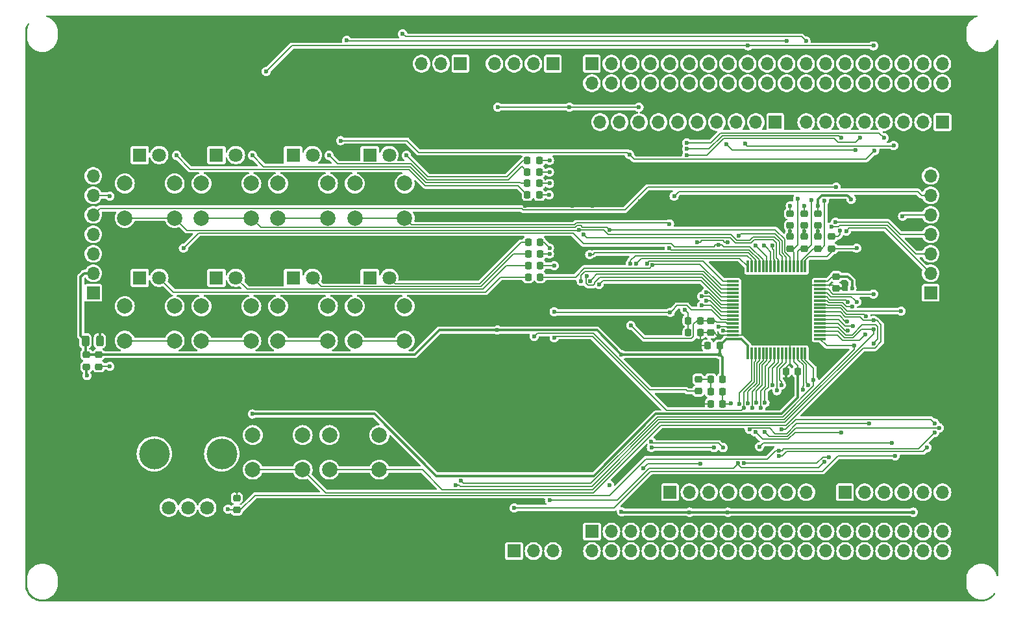
<source format=gtl>
G04 #@! TF.GenerationSoftware,KiCad,Pcbnew,7.0.5*
G04 #@! TF.CreationDate,2023-06-11T20:55:58-05:00*
G04 #@! TF.ProjectId,NTS-1_CustomPanel,4e54532d-315f-4437-9573-746f6d50616e,C*
G04 #@! TF.SameCoordinates,Original*
G04 #@! TF.FileFunction,Copper,L1,Top*
G04 #@! TF.FilePolarity,Positive*
%FSLAX46Y46*%
G04 Gerber Fmt 4.6, Leading zero omitted, Abs format (unit mm)*
G04 Created by KiCad (PCBNEW 7.0.5) date 2023-06-11 20:55:58*
%MOMM*%
%LPD*%
G01*
G04 APERTURE LIST*
G04 Aperture macros list*
%AMRoundRect*
0 Rectangle with rounded corners*
0 $1 Rounding radius*
0 $2 $3 $4 $5 $6 $7 $8 $9 X,Y pos of 4 corners*
0 Add a 4 corners polygon primitive as box body*
4,1,4,$2,$3,$4,$5,$6,$7,$8,$9,$2,$3,0*
0 Add four circle primitives for the rounded corners*
1,1,$1+$1,$2,$3*
1,1,$1+$1,$4,$5*
1,1,$1+$1,$6,$7*
1,1,$1+$1,$8,$9*
0 Add four rect primitives between the rounded corners*
20,1,$1+$1,$2,$3,$4,$5,0*
20,1,$1+$1,$4,$5,$6,$7,0*
20,1,$1+$1,$6,$7,$8,$9,0*
20,1,$1+$1,$8,$9,$2,$3,0*%
G04 Aperture macros list end*
G04 #@! TA.AperFunction,SMDPad,CuDef*
%ADD10RoundRect,0.218750X-0.256250X0.218750X-0.256250X-0.218750X0.256250X-0.218750X0.256250X0.218750X0*%
G04 #@! TD*
G04 #@! TA.AperFunction,SMDPad,CuDef*
%ADD11RoundRect,0.218750X0.256250X-0.218750X0.256250X0.218750X-0.256250X0.218750X-0.256250X-0.218750X0*%
G04 #@! TD*
G04 #@! TA.AperFunction,ComponentPad*
%ADD12R,1.700000X1.700000*%
G04 #@! TD*
G04 #@! TA.AperFunction,ComponentPad*
%ADD13O,1.700000X1.700000*%
G04 #@! TD*
G04 #@! TA.AperFunction,SMDPad,CuDef*
%ADD14RoundRect,0.218750X0.218750X0.256250X-0.218750X0.256250X-0.218750X-0.256250X0.218750X-0.256250X0*%
G04 #@! TD*
G04 #@! TA.AperFunction,ComponentPad*
%ADD15C,2.000000*%
G04 #@! TD*
G04 #@! TA.AperFunction,WasherPad*
%ADD16C,4.000000*%
G04 #@! TD*
G04 #@! TA.AperFunction,ComponentPad*
%ADD17C,1.800000*%
G04 #@! TD*
G04 #@! TA.AperFunction,ComponentPad*
%ADD18R,1.800000X1.800000*%
G04 #@! TD*
G04 #@! TA.AperFunction,SMDPad,CuDef*
%ADD19RoundRect,0.075000X0.075000X-0.700000X0.075000X0.700000X-0.075000X0.700000X-0.075000X-0.700000X0*%
G04 #@! TD*
G04 #@! TA.AperFunction,SMDPad,CuDef*
%ADD20RoundRect,0.075000X0.700000X-0.075000X0.700000X0.075000X-0.700000X0.075000X-0.700000X-0.075000X0*%
G04 #@! TD*
G04 #@! TA.AperFunction,SMDPad,CuDef*
%ADD21RoundRect,0.218750X-0.218750X-0.256250X0.218750X-0.256250X0.218750X0.256250X-0.218750X0.256250X0*%
G04 #@! TD*
G04 #@! TA.AperFunction,SMDPad,CuDef*
%ADD22RoundRect,0.243750X-0.243750X-0.456250X0.243750X-0.456250X0.243750X0.456250X-0.243750X0.456250X0*%
G04 #@! TD*
G04 #@! TA.AperFunction,ViaPad*
%ADD23C,0.600000*%
G04 #@! TD*
G04 #@! TA.AperFunction,Conductor*
%ADD24C,0.300000*%
G04 #@! TD*
G04 #@! TA.AperFunction,Conductor*
%ADD25C,0.200000*%
G04 #@! TD*
G04 APERTURE END LIST*
D10*
X205999480Y-101612480D03*
X205999480Y-103187480D03*
X204199480Y-101612480D03*
X204199480Y-103187480D03*
X202400000Y-98612500D03*
X202400000Y-100187500D03*
X200600000Y-98612500D03*
X200600000Y-100187500D03*
X110399480Y-117012480D03*
X110399480Y-118587480D03*
D11*
X188600000Y-121787500D03*
X188600000Y-120212500D03*
D10*
X202399480Y-101612480D03*
X202399480Y-103187480D03*
D12*
X220460000Y-86700000D03*
D13*
X217920000Y-86700000D03*
X215380000Y-86700000D03*
X212840000Y-86700000D03*
X210300000Y-86700000D03*
X207760000Y-86700000D03*
X205220000Y-86700000D03*
X202680000Y-86700000D03*
D12*
X184910000Y-134950000D03*
D13*
X187450000Y-134950000D03*
X189990000Y-134950000D03*
X192530000Y-134950000D03*
X195070000Y-134950000D03*
X197610000Y-134950000D03*
X200150000Y-134950000D03*
X202690000Y-134950000D03*
D12*
X174740000Y-140080000D03*
D13*
X174740000Y-142620000D03*
X177280000Y-140080000D03*
X177280000Y-142620000D03*
X179820000Y-140080000D03*
X179820000Y-142620000D03*
X182360000Y-140080000D03*
X182360000Y-142620000D03*
X184900000Y-140080000D03*
X184900000Y-142620000D03*
X187440000Y-140080000D03*
X187440000Y-142620000D03*
X189980000Y-140080000D03*
X189980000Y-142620000D03*
X192520000Y-140080000D03*
X192520000Y-142620000D03*
X195060000Y-140080000D03*
X195060000Y-142620000D03*
X197600000Y-140080000D03*
X197600000Y-142620000D03*
X200140000Y-140080000D03*
X200140000Y-142620000D03*
X202680000Y-140080000D03*
X202680000Y-142620000D03*
X205220000Y-140080000D03*
X205220000Y-142620000D03*
X207760000Y-140080000D03*
X207760000Y-142620000D03*
X210300000Y-140080000D03*
X210300000Y-142620000D03*
X212840000Y-140080000D03*
X212840000Y-142620000D03*
X215380000Y-140080000D03*
X215380000Y-142620000D03*
X217920000Y-140080000D03*
X217920000Y-142620000D03*
X220460000Y-140080000D03*
X220460000Y-142620000D03*
D12*
X164580000Y-142620000D03*
D13*
X167120000Y-142620000D03*
X169660000Y-142620000D03*
D10*
X206599480Y-106812480D03*
X206599480Y-108387480D03*
D14*
X191386980Y-115799990D03*
X189811980Y-115799990D03*
X201586980Y-119199980D03*
X200011980Y-119199980D03*
D15*
X136999480Y-131999990D03*
X130499480Y-131999990D03*
X130499480Y-127499990D03*
X136999480Y-127499990D03*
D16*
X126450000Y-129950000D03*
X117650000Y-129950000D03*
D17*
X124550000Y-136950000D03*
X122050000Y-136950000D03*
X119550000Y-136950000D03*
D12*
X207750000Y-134950000D03*
D13*
X210290000Y-134950000D03*
X212830000Y-134950000D03*
X215370000Y-134950000D03*
X217910000Y-134950000D03*
X220450000Y-134950000D03*
D10*
X204200000Y-98612500D03*
X204200000Y-100187500D03*
X200599480Y-101612480D03*
X200599480Y-103187480D03*
D18*
X125750000Y-90999990D03*
D17*
X128290000Y-90999990D03*
D18*
X135750000Y-90999990D03*
D17*
X138290000Y-90999990D03*
D18*
X125750000Y-107000000D03*
D17*
X128290000Y-107000000D03*
D18*
X135750000Y-107000000D03*
D17*
X138290000Y-107000000D03*
D19*
X195049480Y-116874980D03*
X195549480Y-116874980D03*
X196049480Y-116874980D03*
X196549480Y-116874980D03*
X197049480Y-116874980D03*
X197549480Y-116874980D03*
X198049480Y-116874980D03*
X198549480Y-116874980D03*
X199049480Y-116874980D03*
X199549480Y-116874980D03*
X200049480Y-116874980D03*
X200549480Y-116874980D03*
X201049480Y-116874980D03*
X201549480Y-116874980D03*
X202049480Y-116874980D03*
X202549480Y-116874980D03*
D20*
X204474480Y-114949980D03*
X204474480Y-114449980D03*
X204474480Y-113949980D03*
X204474480Y-113449980D03*
X204474480Y-112949980D03*
X204474480Y-112449980D03*
X204474480Y-111949980D03*
X204474480Y-111449980D03*
X204474480Y-110949980D03*
X204474480Y-110449980D03*
X204474480Y-109949980D03*
X204474480Y-109449980D03*
X204474480Y-108949980D03*
X204474480Y-108449980D03*
X204474480Y-107949980D03*
X204474480Y-107449980D03*
D19*
X202549480Y-105524980D03*
X202049480Y-105524980D03*
X201549480Y-105524980D03*
X201049480Y-105524980D03*
X200549480Y-105524980D03*
X200049480Y-105524980D03*
X199549480Y-105524980D03*
X199049480Y-105524980D03*
X198549480Y-105524980D03*
X198049480Y-105524980D03*
X197549480Y-105524980D03*
X197049480Y-105524980D03*
X196549480Y-105524980D03*
X196049480Y-105524980D03*
X195549480Y-105524980D03*
X195049480Y-105524980D03*
D20*
X193124480Y-107449980D03*
X193124480Y-107949980D03*
X193124480Y-108449980D03*
X193124480Y-108949980D03*
X193124480Y-109449980D03*
X193124480Y-109949980D03*
X193124480Y-110449980D03*
X193124480Y-110949980D03*
X193124480Y-111449980D03*
X193124480Y-111949980D03*
X193124480Y-112449980D03*
X193124480Y-112949980D03*
X193124480Y-113449980D03*
X193124480Y-113949980D03*
X193124480Y-114449980D03*
X193124480Y-114949980D03*
D15*
X113800000Y-99200000D03*
X120300000Y-99200000D03*
X113800000Y-94700000D03*
X120300000Y-94700000D03*
X130300000Y-99200000D03*
X123800000Y-99200000D03*
X123800000Y-94700000D03*
X130300000Y-94700000D03*
X140300000Y-99200000D03*
X133800000Y-99200000D03*
X140300000Y-94700000D03*
X133800000Y-94700000D03*
X143800000Y-99200000D03*
X150300000Y-99200000D03*
X143800000Y-94700000D03*
X150300000Y-94700000D03*
X113800000Y-115200000D03*
X120300000Y-115200000D03*
X120300000Y-110700000D03*
X113800000Y-110700000D03*
X123800000Y-115200000D03*
X130300000Y-115200000D03*
X130300000Y-110700000D03*
X123800000Y-110700000D03*
X133800000Y-115200000D03*
X140300000Y-115200000D03*
X133800000Y-110700000D03*
X140300000Y-110700000D03*
X143800000Y-115200000D03*
X150300000Y-115200000D03*
X143800000Y-110700000D03*
X150300000Y-110700000D03*
D18*
X145750000Y-107000000D03*
D17*
X148290000Y-107000000D03*
D18*
X115750000Y-90999990D03*
D17*
X118290000Y-90999990D03*
D18*
X115750000Y-107000000D03*
D17*
X118290000Y-107000000D03*
D18*
X145750000Y-90999990D03*
D17*
X148290000Y-90999990D03*
D12*
X169640000Y-79080000D03*
D13*
X167100000Y-79080000D03*
X164560000Y-79080000D03*
X162020000Y-79080000D03*
D12*
X198650000Y-86700000D03*
D13*
X196110000Y-86700000D03*
X193570000Y-86700000D03*
X191030000Y-86700000D03*
X188490000Y-86700000D03*
X185950000Y-86700000D03*
X183410000Y-86700000D03*
X180870000Y-86700000D03*
X178330000Y-86700000D03*
X175790000Y-86700000D03*
D11*
X128399480Y-137262480D03*
X128399480Y-135687480D03*
D21*
X166312500Y-94700000D03*
X167887500Y-94700000D03*
X166312500Y-93200000D03*
X167887500Y-93200000D03*
X166312500Y-91700000D03*
X167887500Y-91700000D03*
X166412500Y-105400000D03*
X167987500Y-105400000D03*
X166412500Y-103900000D03*
X167987500Y-103900000D03*
X166412500Y-102400000D03*
X167987500Y-102400000D03*
D10*
X190266750Y-112580300D03*
X190266750Y-114155300D03*
D14*
X191786980Y-123424990D03*
X190211980Y-123424990D03*
D12*
X157590000Y-79080000D03*
D13*
X155050000Y-79080000D03*
X152510000Y-79080000D03*
D12*
X174720000Y-79080000D03*
D13*
X174720000Y-81620000D03*
X177260000Y-79080000D03*
X177260000Y-81620000D03*
X179800000Y-79080000D03*
X179800000Y-81620000D03*
X182340000Y-79080000D03*
X182340000Y-81620000D03*
X184880000Y-79080000D03*
X184880000Y-81620000D03*
X187420000Y-79080000D03*
X187420000Y-81620000D03*
X189960000Y-79080000D03*
X189960000Y-81620000D03*
X192500000Y-79080000D03*
X192500000Y-81620000D03*
X195040000Y-79080000D03*
X195040000Y-81620000D03*
X197580000Y-79080000D03*
X197580000Y-81620000D03*
X200120000Y-79080000D03*
X200120000Y-81620000D03*
X202660000Y-79080000D03*
X202660000Y-81620000D03*
X205200000Y-79080000D03*
X205200000Y-81620000D03*
X207740000Y-79080000D03*
X207740000Y-81620000D03*
X210280000Y-79080000D03*
X210280000Y-81620000D03*
X212820000Y-79080000D03*
X212820000Y-81620000D03*
X215360000Y-79080000D03*
X215360000Y-81620000D03*
X217900000Y-79080000D03*
X217900000Y-81620000D03*
X220440000Y-79080000D03*
X220440000Y-81620000D03*
D11*
X108799480Y-118587480D03*
X108799480Y-117012480D03*
D15*
X146999480Y-131999990D03*
X140499480Y-131999990D03*
X140499480Y-127499990D03*
X146999480Y-127499990D03*
D21*
X166312500Y-96200000D03*
X167887500Y-96200000D03*
X166412500Y-106900000D03*
X167987500Y-106900000D03*
D14*
X191786980Y-120199910D03*
X190211980Y-120199910D03*
D21*
X190211980Y-121824990D03*
X191786980Y-121824990D03*
X187279250Y-112567790D03*
X188854250Y-112567790D03*
X187279250Y-114167790D03*
X188854250Y-114167790D03*
D22*
X108661980Y-115199980D03*
X110536980Y-115199980D03*
D12*
X218910000Y-108950000D03*
D13*
X218910000Y-106410000D03*
X218910000Y-103870000D03*
X218910000Y-101330000D03*
X218910000Y-98790000D03*
X218910000Y-96250000D03*
X218910000Y-93710000D03*
D12*
X109690000Y-108950000D03*
D13*
X109690000Y-106410000D03*
X109690000Y-103870000D03*
X109690000Y-101330000D03*
X109690000Y-98790000D03*
X109690000Y-96250000D03*
X109690000Y-93710000D03*
D23*
X177000000Y-134000000D03*
X196050000Y-111950000D03*
X145500000Y-126000000D03*
X136000000Y-78000000D03*
X120000000Y-103000000D03*
X225000000Y-80000000D03*
X200250000Y-120550000D03*
X213050000Y-116950000D03*
X198050000Y-107950000D03*
X150000000Y-126000000D03*
X102500000Y-127500000D03*
X144000000Y-87000000D03*
X132000000Y-126000000D03*
X202050000Y-111950000D03*
X225000000Y-137500000D03*
X107000000Y-111000000D03*
X187500000Y-147500000D03*
X155000000Y-116000000D03*
X180000000Y-136000000D03*
X185000000Y-127000000D03*
X160000000Y-74000000D03*
X160000000Y-87000000D03*
X145500000Y-137000000D03*
X196400000Y-136600000D03*
X155000000Y-103000000D03*
X203500000Y-124000000D03*
X210000000Y-147500000D03*
X191000000Y-105200000D03*
X181850000Y-136750000D03*
X156000000Y-132000000D03*
X183000000Y-118000000D03*
X145000000Y-103000000D03*
X169000000Y-87000000D03*
X181000000Y-97000000D03*
X172200000Y-92000000D03*
X142000000Y-116000000D03*
X198050000Y-109950000D03*
X144000000Y-78000000D03*
X187250000Y-108350000D03*
X122000000Y-116000000D03*
X114000000Y-103000000D03*
X159000000Y-137000000D03*
X196400000Y-138400000D03*
X165000000Y-132000000D03*
X225000000Y-122500000D03*
X162500000Y-147500000D03*
X176000000Y-113000000D03*
X172200000Y-97600000D03*
X210500000Y-108000000D03*
X160000000Y-113000000D03*
X196050000Y-109950000D03*
X164000000Y-87000000D03*
X155000000Y-92000000D03*
X142000000Y-121000000D03*
X216000000Y-106000000D03*
X156000000Y-126000000D03*
X216000000Y-117000000D03*
X210500000Y-97500000D03*
X190600000Y-118800000D03*
X202050000Y-113950000D03*
X110500000Y-111000000D03*
X132000000Y-116000000D03*
X156000000Y-137000000D03*
X183000000Y-109000000D03*
X132000000Y-134000000D03*
X207850000Y-108350000D03*
X112500000Y-147500000D03*
X160000000Y-103000000D03*
X189250000Y-123400000D03*
X204000000Y-94000000D03*
X183000000Y-120000000D03*
X155000000Y-97000000D03*
X155000000Y-113000000D03*
X206000000Y-97500000D03*
X142000000Y-87000000D03*
X213050000Y-123950000D03*
X210500000Y-101500000D03*
X179000000Y-109000000D03*
X137500000Y-147500000D03*
X122000000Y-121000000D03*
X192000000Y-127200000D03*
X128450000Y-134750000D03*
X107000000Y-113500000D03*
X201400000Y-138400000D03*
X109000000Y-111000000D03*
X200050000Y-113950000D03*
X196050000Y-113950000D03*
X185000000Y-123000000D03*
X132000000Y-137000000D03*
X172200000Y-89400000D03*
X204500000Y-118000000D03*
X160000000Y-97000000D03*
X199000000Y-97000000D03*
X199000000Y-94000000D03*
X174800000Y-83800000D03*
X168000000Y-113000000D03*
X187250000Y-109750000D03*
X174800000Y-97600000D03*
X220000000Y-74000000D03*
X102500000Y-80000000D03*
X182700000Y-123800000D03*
X110650000Y-113550000D03*
X194000000Y-99000000D03*
X202050000Y-109950000D03*
X141000000Y-103000000D03*
X188250000Y-115750000D03*
X211050000Y-116950000D03*
X208500000Y-124000000D03*
X142000000Y-78000000D03*
X206000000Y-94000000D03*
X187000000Y-97000000D03*
X196050000Y-107950000D03*
X225000000Y-90000000D03*
X132000000Y-121000000D03*
X200050000Y-109950000D03*
X216600000Y-133000000D03*
X166000000Y-97600000D03*
X160000000Y-92000000D03*
X195800000Y-129400000D03*
X130000000Y-103000000D03*
X225000000Y-107500000D03*
X160000000Y-116000000D03*
X180000000Y-74000000D03*
X140000000Y-74000000D03*
X181850000Y-138350000D03*
X155000000Y-87000000D03*
X117000000Y-138000000D03*
X198050000Y-113950000D03*
X216000000Y-124000000D03*
X200050000Y-111950000D03*
X202050000Y-107950000D03*
X207500000Y-104500000D03*
X176000000Y-109000000D03*
X159000000Y-132000000D03*
X134000000Y-103000000D03*
X102500000Y-142500000D03*
X216000000Y-97000000D03*
X198050000Y-111950000D03*
X102500000Y-95000000D03*
X113000000Y-138000000D03*
X201400000Y-136600000D03*
X113000000Y-127500000D03*
X151000000Y-87000000D03*
X176000000Y-118000000D03*
X172000000Y-105000000D03*
X200000000Y-74000000D03*
X181000000Y-94000000D03*
X102500000Y-112500000D03*
X172000000Y-132000000D03*
X149000000Y-78000000D03*
X176000000Y-129000000D03*
X200050000Y-107950000D03*
X185000000Y-130000000D03*
X127250000Y-137150000D03*
X198850020Y-121707771D03*
X199100000Y-129499765D03*
X219450000Y-127150000D03*
X162400000Y-113810000D03*
X208549990Y-96750000D03*
X192450000Y-137550000D03*
X162450000Y-84750000D03*
X180870000Y-84780000D03*
X202400000Y-97600000D03*
X178587520Y-137487520D03*
X216650000Y-137550000D03*
X187450000Y-137550000D03*
X204200000Y-97600000D03*
X200600000Y-97600000D03*
X208650000Y-108350000D03*
X191400000Y-117000000D03*
X178587520Y-117012482D03*
X171800000Y-84750000D03*
X179799979Y-113176698D03*
X208938916Y-115838916D03*
X157000000Y-134010000D03*
X203650000Y-120350000D03*
X157600000Y-133410000D03*
X190657865Y-129150000D03*
X182486411Y-129113589D03*
X181899990Y-105150000D03*
X188900000Y-131210000D03*
X174450000Y-103950000D03*
X181400000Y-131810000D03*
X174499990Y-107411784D03*
X169149985Y-96200000D03*
X173337767Y-107457371D03*
X175650000Y-107850000D03*
X169200004Y-94700000D03*
X174050000Y-106749998D03*
X169200002Y-93200000D03*
X179750276Y-105158229D03*
X180499990Y-105137078D03*
X169199998Y-91700000D03*
X182650000Y-105350000D03*
X182475327Y-128324673D03*
X191850000Y-129149998D03*
X169800000Y-105400000D03*
X169800000Y-111410002D03*
X184938589Y-111511411D03*
X169200000Y-136010000D03*
X169200000Y-103900000D03*
X193999978Y-123402411D03*
X193817954Y-131160010D03*
X205075953Y-130950000D03*
X169200000Y-103100000D03*
X194567967Y-131160010D03*
X205650000Y-130349988D03*
X194549988Y-123976188D03*
X169800000Y-114810000D03*
X202250000Y-121549998D03*
X195099990Y-123343649D03*
X207250000Y-127150000D03*
X196048211Y-127100062D03*
X202973691Y-120953048D03*
X195650000Y-123950000D03*
X195280212Y-126750052D03*
X210850000Y-125999990D03*
X211450000Y-115550000D03*
X196600000Y-129000000D03*
X196200000Y-123300000D03*
X213850000Y-128550000D03*
X215050000Y-111350000D03*
X218450000Y-129150000D03*
X199100000Y-130249778D03*
X198300010Y-120949999D03*
X197300000Y-123300000D03*
X197300000Y-127100062D03*
X220050000Y-126550000D03*
X219456967Y-125949992D03*
X199450000Y-126750054D03*
X199450000Y-120950000D03*
X197174411Y-102773118D03*
X193850000Y-101550000D03*
X189050000Y-110550000D03*
X188450000Y-102350000D03*
X192450000Y-102350000D03*
X208052860Y-112696191D03*
X208756573Y-113256677D03*
X208065939Y-113849989D03*
X191850010Y-113899990D03*
X191249990Y-113350012D03*
X214100004Y-89750000D03*
X194700000Y-89500000D03*
X196049976Y-102750000D03*
X189650000Y-108849989D03*
X212850000Y-88750000D03*
X187100000Y-89400000D03*
X187100000Y-91000000D03*
X189650000Y-109978903D03*
X209700000Y-88750000D03*
X207250000Y-88750000D03*
X187100000Y-90200000D03*
X189075257Y-109397424D03*
X209250000Y-110150000D03*
X198274423Y-102750000D03*
X210419459Y-114358373D03*
X211450000Y-113749968D03*
X211450000Y-112550000D03*
X205050000Y-96950000D03*
X203350000Y-96900000D03*
X201550000Y-96699979D03*
X202650000Y-76150000D03*
X208650000Y-110750000D03*
X150050000Y-75200000D03*
X142750000Y-76050000D03*
X200150000Y-76100010D03*
X208070840Y-110125857D03*
X132250000Y-80100000D03*
X195100000Y-76750000D03*
X211449986Y-109101570D03*
X211450000Y-76750000D03*
X209250000Y-103150000D03*
X209100000Y-90350000D03*
X192300000Y-89600000D03*
X121450000Y-103150000D03*
X191286432Y-102713609D03*
X184850000Y-103150000D03*
X184850000Y-99950000D03*
X210450010Y-111999990D03*
X211600000Y-90400000D03*
X141947187Y-89119355D03*
X179650000Y-90950000D03*
X177050000Y-100750000D03*
X173650000Y-101350000D03*
X173050000Y-100750000D03*
X215250000Y-98950000D03*
X164600000Y-137010000D03*
X214299990Y-130200032D03*
X167200002Y-114610000D03*
X206600000Y-95200000D03*
X207100000Y-100850000D03*
X185450000Y-96350000D03*
X186850000Y-111150000D03*
X206500000Y-99750000D03*
X202400000Y-100900000D03*
X205995488Y-100304964D03*
X200600000Y-100900000D03*
X204200000Y-100950010D03*
X207900000Y-100900000D03*
X120550000Y-91050000D03*
X130450000Y-91050000D03*
X140450000Y-91050000D03*
X150550000Y-91050000D03*
X192850000Y-123400000D03*
X196750000Y-123950000D03*
X108850000Y-119750000D03*
X130450000Y-124750000D03*
X111850000Y-96350000D03*
X111850000Y-118550000D03*
D24*
X110536980Y-113663020D02*
X110650000Y-113550000D01*
D25*
X191036450Y-114450000D02*
X190741750Y-114155300D01*
X200011980Y-118724980D02*
X200011980Y-119199980D01*
X200549480Y-116874980D02*
X200549480Y-118200520D01*
X192349480Y-114449980D02*
X192349460Y-114450000D01*
X204474480Y-107949980D02*
X206161980Y-107949980D01*
D24*
X200011980Y-120311980D02*
X200250000Y-120550000D01*
D25*
X193124480Y-114449980D02*
X192349480Y-114449980D01*
X190254260Y-114167790D02*
X190266750Y-114155300D01*
X190211980Y-123424990D02*
X189274990Y-123424990D01*
X200549480Y-116874980D02*
X200549480Y-114449480D01*
X128399480Y-134800520D02*
X128450000Y-134750000D01*
X188854250Y-114167790D02*
X190254260Y-114167790D01*
X188299990Y-115799990D02*
X188250000Y-115750000D01*
X206161980Y-107949980D02*
X206599480Y-108387480D01*
X195550020Y-114449980D02*
X196050000Y-113950000D01*
X200549480Y-114449480D02*
X200050000Y-113950000D01*
X190266750Y-114155300D02*
X190741750Y-114155300D01*
X193124480Y-114449980D02*
X195550020Y-114449980D01*
D24*
X207812520Y-108387480D02*
X207850000Y-108350000D01*
D25*
X200549480Y-118200520D02*
X200250000Y-118500000D01*
D24*
X200011980Y-119199980D02*
X200011980Y-120311980D01*
D25*
X188854250Y-114167790D02*
X188854250Y-115145750D01*
X192349460Y-114450000D02*
X191036450Y-114450000D01*
D24*
X206599480Y-108387480D02*
X207812520Y-108387480D01*
X110536980Y-115199980D02*
X110536980Y-113663020D01*
D25*
X202050020Y-107949980D02*
X202050000Y-107950000D01*
X189274990Y-123424990D02*
X189250000Y-123400000D01*
X128399480Y-135687480D02*
X128399480Y-134800520D01*
X200236960Y-118500000D02*
X200011980Y-118724980D01*
X204474480Y-107949980D02*
X202050020Y-107949980D01*
X200250000Y-118500000D02*
X200236960Y-118500000D01*
X188854250Y-115145750D02*
X188250000Y-115750000D01*
X189811980Y-115799990D02*
X188299990Y-115799990D01*
X127362480Y-137262480D02*
X127250000Y-137150000D01*
X217299989Y-129300011D02*
X199724018Y-129300011D01*
X181800000Y-130610000D02*
X197565736Y-130610000D01*
X199724018Y-129300011D02*
X199524264Y-129499765D01*
X198850020Y-118724930D02*
X198850020Y-121283507D01*
X198675736Y-129500000D02*
X199100000Y-129500000D01*
X177049989Y-135360011D02*
X181800000Y-130610000D01*
X197565736Y-130610000D02*
X198675736Y-129500000D01*
X199549480Y-118025470D02*
X198850020Y-118724930D01*
X199524264Y-129499765D02*
X199100000Y-129499765D01*
X130776949Y-135360011D02*
X177049989Y-135360011D01*
X199100000Y-129500000D02*
X199100000Y-129499765D01*
X128874480Y-137262480D02*
X130776949Y-135360011D01*
X219450000Y-127150000D02*
X217299989Y-129300011D01*
X128399480Y-137262480D02*
X128874480Y-137262480D01*
X198850020Y-121283507D02*
X198850020Y-121707771D01*
X199549480Y-116874980D02*
X199549480Y-118025470D01*
X128399480Y-137262480D02*
X127362480Y-137262480D01*
D24*
X195049480Y-116874980D02*
X195049480Y-115799480D01*
D25*
X205049980Y-107449980D02*
X205050000Y-107450000D01*
D24*
X109690000Y-106410000D02*
X108487919Y-106410000D01*
X108050000Y-114588000D02*
X108661980Y-115199980D01*
X191386980Y-115799990D02*
X191386980Y-116986980D01*
D25*
X180870000Y-84780000D02*
X171830000Y-84780000D01*
D24*
X154800000Y-113810000D02*
X162400000Y-113810000D01*
X192450000Y-137550000D02*
X187450000Y-137550000D01*
X108661980Y-115199980D02*
X108661980Y-116874980D01*
X208249991Y-96450001D02*
X208549990Y-96750000D01*
X204200000Y-96800000D02*
X204749999Y-96250001D01*
X110399480Y-117012480D02*
X151597520Y-117012480D01*
D25*
X202400000Y-98612500D02*
X202400000Y-97600000D01*
D24*
X175385040Y-113810000D02*
X162400000Y-113810000D01*
X204200000Y-97600000D02*
X204200000Y-96800000D01*
X191786980Y-120199910D02*
X191786980Y-117386980D01*
X178587520Y-117012480D02*
X175385040Y-113810000D01*
X108050000Y-106847919D02*
X108050000Y-114588000D01*
D25*
X204474480Y-107449980D02*
X205049980Y-107449980D01*
D24*
X206599480Y-106812480D02*
X208112480Y-106812480D01*
X192236990Y-114949980D02*
X191386980Y-115799990D01*
X187450000Y-137550000D02*
X178650000Y-137550000D01*
D25*
X206087520Y-106812480D02*
X206599480Y-106812480D01*
D24*
X208112480Y-106812480D02*
X208650000Y-107350000D01*
X208049991Y-96250001D02*
X208249991Y-96450001D01*
X191387520Y-117012480D02*
X191400000Y-117000000D01*
D25*
X205050000Y-107450000D02*
X205450000Y-107450000D01*
D24*
X204749999Y-96250001D02*
X208049991Y-96250001D01*
X192450000Y-137550000D02*
X216650000Y-137550000D01*
D25*
X204200000Y-98612500D02*
X204200000Y-97600000D01*
D24*
X108799480Y-117012480D02*
X110399480Y-117012480D01*
X108487919Y-106410000D02*
X108050000Y-106847919D01*
X193124480Y-114949980D02*
X192236990Y-114949980D01*
X178650000Y-137550000D02*
X178587520Y-137487520D01*
X108661980Y-116874980D02*
X108799480Y-117012480D01*
D25*
X171830000Y-84780000D02*
X171800000Y-84750000D01*
D24*
X178587520Y-117012480D02*
X178587520Y-117012482D01*
D25*
X200600000Y-97600000D02*
X200600000Y-98612500D01*
X162450000Y-84750000D02*
X171800000Y-84750000D01*
D24*
X178587520Y-117012480D02*
X191387520Y-117012480D01*
X208650000Y-107350000D02*
X208650000Y-108350000D01*
X191386980Y-116986980D02*
X191400000Y-117000000D01*
X195049480Y-115799480D02*
X194199980Y-114949980D01*
X191786980Y-117386980D02*
X191400000Y-117000000D01*
X194199980Y-114949980D02*
X193124480Y-114949980D01*
X151597520Y-117012480D02*
X154800000Y-113810000D01*
D25*
X205450000Y-107450000D02*
X206087520Y-106812480D01*
X188416750Y-112567790D02*
X187966760Y-113017780D01*
X187966760Y-114618208D02*
X187692168Y-114892800D01*
X192349480Y-112949980D02*
X192199502Y-112800002D01*
X190741750Y-112580300D02*
X190266750Y-112580300D01*
X190254240Y-112567790D02*
X190266750Y-112580300D01*
X187966760Y-113017780D02*
X187966760Y-114618208D01*
X188854250Y-112567790D02*
X188416750Y-112567790D01*
X187692168Y-114892800D02*
X181516081Y-114892800D01*
X188854250Y-112567790D02*
X190254240Y-112567790D01*
X180099978Y-113476697D02*
X179799979Y-113176698D01*
X192199502Y-112800002D02*
X190961452Y-112800002D01*
X181516081Y-114892800D02*
X180099978Y-113476697D01*
X193124480Y-112949980D02*
X192349480Y-112949980D01*
X190961452Y-112800002D02*
X190741750Y-112580300D01*
X208514652Y-115838916D02*
X208938916Y-115838916D01*
X157574275Y-134160011D02*
X157424264Y-134010000D01*
X157424264Y-134010000D02*
X157000000Y-134010000D01*
X208938916Y-115838916D02*
X208938916Y-116321774D01*
X204849980Y-114949980D02*
X204474480Y-114949980D01*
X204649980Y-114949980D02*
X204474480Y-114949980D01*
X205363416Y-115838916D02*
X208514652Y-115838916D01*
X199760668Y-125500022D02*
X183404968Y-125500022D01*
X204474480Y-114949980D02*
X205363416Y-115838916D01*
X174744979Y-134160011D02*
X157574275Y-134160011D01*
X183404968Y-125500022D02*
X174744979Y-134160011D01*
X208938916Y-116321774D02*
X199760668Y-125500022D01*
X183259989Y-125150011D02*
X174600000Y-133810000D01*
X202549480Y-116874980D02*
X202549480Y-117649480D01*
X202549480Y-117649480D02*
X203650000Y-118750000D01*
X199615689Y-125150011D02*
X183259989Y-125150011D01*
X203650000Y-121115700D02*
X199615689Y-125150011D01*
X203650000Y-120350000D02*
X203650000Y-121115700D01*
X158000000Y-133810000D02*
X157600000Y-133410000D01*
X174600000Y-133810000D02*
X158000000Y-133810000D01*
X203650000Y-118750000D02*
X203650000Y-120350000D01*
X190621454Y-129113589D02*
X190657865Y-129150000D01*
X182249992Y-104799998D02*
X182199989Y-104850001D01*
X182199989Y-104850001D02*
X181899990Y-105150000D01*
X189189998Y-104799998D02*
X182249992Y-104799998D01*
X193124480Y-107449980D02*
X191839980Y-107449980D01*
X182486411Y-129113589D02*
X190621454Y-129113589D01*
X191839980Y-107449980D02*
X189189998Y-104799998D01*
X182000000Y-131210000D02*
X188900000Y-131210000D01*
X175074297Y-103749967D02*
X174874264Y-103950000D01*
X196049480Y-105524980D02*
X196049480Y-104649980D01*
X181400000Y-131810000D02*
X182000000Y-131210000D01*
X195149467Y-103749967D02*
X175074297Y-103749967D01*
X174874264Y-103950000D02*
X174450000Y-103950000D01*
X196049480Y-104649980D02*
X195149467Y-103749967D01*
X193124480Y-108949980D02*
X191565010Y-108949980D01*
X175361765Y-106550009D02*
X174799989Y-107111785D01*
X191565010Y-108949980D02*
X189165039Y-106550009D01*
X189165039Y-106550009D02*
X175361765Y-106550009D01*
X174799989Y-107111785D02*
X174499990Y-107411784D01*
X173794992Y-106199998D02*
X173337767Y-106657223D01*
X173337767Y-106657223D02*
X173337767Y-107033107D01*
X173337767Y-107033107D02*
X173337767Y-107457371D01*
X189310018Y-106199998D02*
X173794992Y-106199998D01*
X191560000Y-108449980D02*
X189310018Y-106199998D01*
X167887500Y-96200000D02*
X169149985Y-96200000D01*
X193124480Y-108449980D02*
X191560000Y-108449980D01*
X176150000Y-107350000D02*
X175650000Y-107850000D01*
X191575030Y-109949980D02*
X188975050Y-107350000D01*
X188975050Y-107350000D02*
X176150000Y-107350000D01*
X193124480Y-109949980D02*
X191575030Y-109949980D01*
X175099998Y-107585998D02*
X175099998Y-107797888D01*
X189070040Y-106950000D02*
X175735996Y-106950000D01*
X175735996Y-106950000D02*
X175099998Y-107585998D01*
X173949989Y-106850009D02*
X174050000Y-106749998D01*
X173949989Y-107675785D02*
X173949989Y-106850009D01*
X174936100Y-107961786D02*
X174235989Y-107961785D01*
X167887500Y-94700000D02*
X169200004Y-94700000D01*
X175099998Y-107797888D02*
X174936100Y-107961786D01*
X193124480Y-109449980D02*
X191570020Y-109449980D01*
X174235989Y-107961785D02*
X173949989Y-107675785D01*
X191570020Y-109449980D02*
X189070040Y-106950000D01*
X195549480Y-104649980D02*
X194999478Y-104099978D01*
X180384263Y-104099978D02*
X179750276Y-104733965D01*
X179750276Y-104733965D02*
X179750276Y-105158229D01*
X167887500Y-93200000D02*
X169200002Y-93200000D01*
X195549480Y-105524980D02*
X195549480Y-104649980D01*
X194999478Y-104099978D02*
X180384263Y-104099978D01*
X181187081Y-104449987D02*
X180799989Y-104837079D01*
X193974487Y-104449987D02*
X181187081Y-104449987D01*
X167887500Y-91700000D02*
X169199998Y-91700000D01*
X195049480Y-105524980D02*
X193974487Y-104449987D01*
X180799989Y-104837079D02*
X180499990Y-105137078D01*
X188815010Y-105210000D02*
X182790000Y-105210000D01*
X182790000Y-105210000D02*
X182650000Y-105350000D01*
X182250000Y-105750000D02*
X173750000Y-105750000D01*
X182650000Y-105350000D02*
X182250000Y-105750000D01*
X173750000Y-105750000D02*
X172600000Y-106900000D01*
X182700654Y-128550000D02*
X191250002Y-128550000D01*
X191554990Y-107949980D02*
X188815010Y-105210000D01*
X182475327Y-128324673D02*
X182700654Y-128550000D01*
X172600000Y-106900000D02*
X167987500Y-106900000D01*
X191250002Y-128550000D02*
X191850000Y-129149998D01*
X193124480Y-107949980D02*
X191554990Y-107949980D01*
X190300102Y-111150000D02*
X187664004Y-111150000D01*
X191600082Y-112449980D02*
X190300102Y-111150000D01*
X169901409Y-111511411D02*
X169800000Y-111410002D01*
X185850002Y-110599998D02*
X185238588Y-111211412D01*
X185238588Y-111211412D02*
X184938589Y-111511411D01*
X193124480Y-112449980D02*
X191600082Y-112449980D01*
X187114002Y-110599998D02*
X185850002Y-110599998D01*
X167987500Y-105400000D02*
X169800000Y-105400000D01*
X187664004Y-111150000D02*
X187114002Y-110599998D01*
X184938589Y-111511411D02*
X169901409Y-111511411D01*
X195549480Y-120420560D02*
X193999978Y-121970062D01*
X204315941Y-131710012D02*
X194210012Y-131710012D01*
X195549480Y-116874980D02*
X195549480Y-120420560D01*
X193999978Y-121970062D02*
X193999978Y-122978147D01*
X193999978Y-122978147D02*
X193999978Y-123402411D01*
X193167966Y-131809998D02*
X193517955Y-131460009D01*
X167987500Y-103900000D02*
X169200000Y-103900000D01*
X194210012Y-131710012D02*
X193817954Y-131317954D01*
X182200002Y-131809998D02*
X193167966Y-131809998D01*
X193817954Y-131317954D02*
X193817954Y-131160010D01*
X205075953Y-130950000D02*
X204315941Y-131710012D01*
X169200000Y-136010000D02*
X178000000Y-136010000D01*
X178000000Y-136010000D02*
X182200002Y-131809998D01*
X193517955Y-131460009D02*
X193817954Y-131160010D01*
X167987500Y-102400000D02*
X168500000Y-102400000D01*
X195899967Y-117965063D02*
X195899967Y-120565063D01*
X194549988Y-121915042D02*
X194549988Y-123551924D01*
X194249989Y-124276187D02*
X184466187Y-124276187D01*
X196049480Y-117815550D02*
X195899967Y-117965063D01*
X194992231Y-131160010D02*
X194567967Y-131160010D01*
X195899967Y-120565063D02*
X194549988Y-121915042D01*
X168500000Y-102400000D02*
X169200000Y-103100000D01*
X194549988Y-123976188D02*
X194249989Y-124276187D01*
X184466187Y-124276187D02*
X174800000Y-114610000D01*
X204039990Y-131160010D02*
X194992231Y-131160010D01*
X204850012Y-130349988D02*
X204039990Y-131160010D01*
X174800000Y-114610000D02*
X170000000Y-114610000D01*
X170000000Y-114610000D02*
X169800000Y-114810000D01*
X196049480Y-116874980D02*
X196049480Y-117815550D01*
X194549988Y-123551924D02*
X194549988Y-123976188D01*
X205650000Y-130349988D02*
X204850012Y-130349988D01*
X201549480Y-117649980D02*
X202299476Y-118399976D01*
X202299476Y-118399976D02*
X202299476Y-121076258D01*
X201549480Y-116874980D02*
X201549480Y-117649980D01*
X202299476Y-121076258D02*
X202250000Y-121125734D01*
X202250000Y-121125734D02*
X202250000Y-121549998D01*
X196048211Y-127100062D02*
X196998148Y-128049999D01*
X200350001Y-128049999D02*
X201250000Y-127150000D01*
X196249978Y-120710042D02*
X195099990Y-121860030D01*
X196549480Y-117810540D02*
X196249978Y-118110042D01*
X195099990Y-121860030D02*
X195099990Y-122919385D01*
X196249978Y-118110042D02*
X196249978Y-120710042D01*
X196549480Y-116874980D02*
X196549480Y-117810540D01*
X195099990Y-122919385D02*
X195099990Y-123343649D01*
X196998148Y-128049999D02*
X200350001Y-128049999D01*
X201250000Y-127150000D02*
X207250000Y-127150000D01*
X202049480Y-116874980D02*
X202049480Y-117649980D01*
X202649487Y-120628844D02*
X202973691Y-120953048D01*
X202649487Y-118249987D02*
X202649487Y-120628844D01*
X202049480Y-117649980D02*
X202649487Y-118249987D01*
X198654398Y-127300056D02*
X200099944Y-127300056D01*
X197049480Y-117805530D02*
X196599989Y-118255021D01*
X195480212Y-126550052D02*
X197904394Y-126550052D01*
X210425736Y-125999990D02*
X210850000Y-125999990D01*
X197904394Y-126550052D02*
X198654398Y-127300056D01*
X196599989Y-120855021D02*
X195650000Y-121805010D01*
X195650000Y-121805010D02*
X195650000Y-123525736D01*
X200099944Y-127300056D02*
X201400010Y-125999990D01*
X196599989Y-118255021D02*
X196599989Y-120855021D01*
X197049480Y-116874980D02*
X197049480Y-117805530D01*
X195650000Y-123525736D02*
X195650000Y-123950000D01*
X201400010Y-125999990D02*
X210425736Y-125999990D01*
X195280212Y-126750052D02*
X195480212Y-126550052D01*
X206844970Y-113449980D02*
X207844968Y-114449978D01*
X204474480Y-113449980D02*
X206844970Y-113449980D01*
X211749999Y-115250001D02*
X211450000Y-115550000D01*
X208652172Y-114449978D02*
X209952163Y-113149987D01*
X207844968Y-114449978D02*
X208652172Y-114449978D01*
X209952163Y-113149987D02*
X211754997Y-113149987D01*
X211754997Y-113149987D02*
X212000001Y-113394991D01*
X212000001Y-114999999D02*
X211749999Y-115250001D01*
X212000001Y-113394991D02*
X212000001Y-114999999D01*
X197050000Y-128550000D02*
X196600000Y-129000000D01*
X196950000Y-121000000D02*
X196200000Y-121750000D01*
X196950000Y-118400000D02*
X196950000Y-121000000D01*
X197549480Y-117800520D02*
X196950000Y-118400000D01*
X196200000Y-121750000D02*
X196200000Y-123300000D01*
X213850000Y-128550000D02*
X197050000Y-128550000D01*
X197549480Y-116874980D02*
X197549480Y-117800520D01*
X214625736Y-111350000D02*
X215050000Y-111350000D01*
X207272131Y-110599970D02*
X208022161Y-111350000D01*
X205499469Y-110599969D02*
X207272131Y-110599970D01*
X204474480Y-110449980D02*
X205349480Y-110449980D01*
X205349480Y-110449980D02*
X205499469Y-110599969D01*
X208022161Y-111350000D02*
X214625736Y-111350000D01*
X199049480Y-116874980D02*
X199049480Y-118030480D01*
X218450000Y-129150000D02*
X217949978Y-129650022D01*
X217949978Y-129650022D02*
X200124020Y-129650022D01*
X200124020Y-129650022D02*
X199524264Y-130249778D01*
X199049480Y-118030480D02*
X198300010Y-118779950D01*
X199524264Y-130249778D02*
X199100000Y-130249778D01*
X198300010Y-120525735D02*
X198300010Y-120949999D01*
X198300010Y-118779950D02*
X198300010Y-120525735D01*
X198549480Y-118000520D02*
X197749999Y-118800001D01*
X197300000Y-121700000D02*
X197300000Y-123300000D01*
X201344990Y-126550000D02*
X200244923Y-127650067D01*
X220050000Y-126550000D02*
X201344990Y-126550000D01*
X197850005Y-127650067D02*
X197599999Y-127400061D01*
X197749999Y-118800001D02*
X197749999Y-121250001D01*
X200244923Y-127650067D02*
X197850005Y-127650067D01*
X197599999Y-127400061D02*
X197300000Y-127100062D01*
X197749999Y-121250001D02*
X197300000Y-121700000D01*
X198549480Y-116874980D02*
X198549480Y-118000520D01*
X200049480Y-118024552D02*
X199200031Y-118874001D01*
X200049480Y-116874980D02*
X200049480Y-118024552D01*
X219456967Y-125949992D02*
X218956963Y-125449988D01*
X199200031Y-120275767D02*
X199450000Y-120525736D01*
X199200031Y-118874001D02*
X199200031Y-120275767D01*
X199450000Y-120525736D02*
X199450000Y-120950000D01*
X201295672Y-125449988D02*
X199995606Y-126750054D01*
X199874264Y-126750054D02*
X199450000Y-126750054D01*
X199995606Y-126750054D02*
X199874264Y-126750054D01*
X218956963Y-125449988D02*
X201295672Y-125449988D01*
X197474410Y-103073117D02*
X197174411Y-102773118D01*
X198049480Y-103648187D02*
X197474410Y-103073117D01*
X198049480Y-105524980D02*
X198049480Y-103648187D01*
X200049480Y-105524980D02*
X200049480Y-104270398D01*
X199524459Y-103745377D02*
X199524459Y-102170455D01*
X198604005Y-101250001D02*
X194149999Y-101250001D01*
X194149999Y-101250001D02*
X193850000Y-101550000D01*
X199524459Y-102170455D02*
X198604005Y-101250001D01*
X200049480Y-104270398D02*
X199524459Y-103745377D01*
X188874264Y-102350000D02*
X188450000Y-102350000D01*
X189074264Y-102150000D02*
X188874264Y-102350000D01*
X190195090Y-110550000D02*
X189474264Y-110550000D01*
X189474264Y-110550000D02*
X189050000Y-110550000D01*
X191825736Y-102150000D02*
X189074264Y-102150000D01*
X192025736Y-102350000D02*
X191825736Y-102150000D01*
X192450000Y-102350000D02*
X192025736Y-102350000D01*
X191595070Y-111949980D02*
X190195090Y-110550000D01*
X193124480Y-111949980D02*
X191595070Y-111949980D01*
X204474480Y-111949980D02*
X207049980Y-111949980D01*
X207049980Y-111949980D02*
X207796191Y-112696191D01*
X207796191Y-112696191D02*
X208052860Y-112696191D01*
X207758627Y-113256677D02*
X208332309Y-113256677D01*
X204474480Y-112449980D02*
X206951930Y-112449980D01*
X208332309Y-113256677D02*
X208756573Y-113256677D01*
X206951930Y-112449980D02*
X207758627Y-113256677D01*
X204474480Y-112949980D02*
X206849980Y-112949980D01*
X207749989Y-113849989D02*
X208065939Y-113849989D01*
X206849980Y-112949980D02*
X207749989Y-113849989D01*
X191900000Y-113949980D02*
X191850010Y-113899990D01*
X193124480Y-113949980D02*
X191900000Y-113949980D01*
X192249489Y-113349989D02*
X191674277Y-113349989D01*
X191674254Y-113350012D02*
X191249990Y-113350012D01*
X193124480Y-113449980D02*
X192349480Y-113449980D01*
X191674277Y-113349989D02*
X191674254Y-113350012D01*
X192349480Y-113449980D02*
X192249489Y-113349989D01*
X214050005Y-89799999D02*
X214100004Y-89750000D01*
X197549480Y-105524980D02*
X197549480Y-104249504D01*
X197549480Y-104249504D02*
X196349975Y-103049999D01*
X194700000Y-89500000D02*
X194999999Y-89799999D01*
X194999999Y-89799999D02*
X214050005Y-89799999D01*
X196349975Y-103049999D02*
X196049976Y-102750000D01*
X212850000Y-88750000D02*
X212199979Y-88099979D01*
X191580040Y-110449980D02*
X189980049Y-108849989D01*
X189980049Y-108849989D02*
X189650000Y-108849989D01*
X212199979Y-88099979D02*
X191500021Y-88099979D01*
X191500021Y-88099979D02*
X190200000Y-89400000D01*
X193124480Y-110449980D02*
X191580040Y-110449980D01*
X190200000Y-89400000D02*
X187100000Y-89400000D01*
X190074264Y-109978903D02*
X189650000Y-109978903D01*
X191949156Y-88799999D02*
X189749155Y-91000000D01*
X206282896Y-88799999D02*
X191949156Y-88799999D01*
X209100000Y-89350000D02*
X206832897Y-89350000D01*
X209700000Y-88750000D02*
X209100000Y-89350000D01*
X191590060Y-111449980D02*
X190118983Y-109978903D01*
X187524264Y-91000000D02*
X187100000Y-91000000D01*
X190118983Y-109978903D02*
X190074264Y-109978903D01*
X189749155Y-91000000D02*
X187524264Y-91000000D01*
X193124480Y-111449980D02*
X191590060Y-111449980D01*
X206832897Y-89350000D02*
X206282896Y-88799999D01*
X190063963Y-109428893D02*
X189530990Y-109428893D01*
X190000000Y-90200000D02*
X187524264Y-90200000D01*
X191585050Y-110949980D02*
X190063963Y-109428893D01*
X191750011Y-88449989D02*
X190000000Y-90200000D01*
X206949989Y-88449989D02*
X191750011Y-88449989D01*
X193124480Y-110949980D02*
X191585050Y-110949980D01*
X189530990Y-109428893D02*
X189499521Y-109397424D01*
X207250000Y-88750000D02*
X206949989Y-88449989D01*
X187524264Y-90200000D02*
X187100000Y-90200000D01*
X189499521Y-109397424D02*
X189075257Y-109397424D01*
X205856896Y-109457396D02*
X208557396Y-109457396D01*
X204474480Y-108949980D02*
X205349480Y-108949980D01*
X205349480Y-108949980D02*
X205856896Y-109457396D01*
X208557396Y-109457396D02*
X208950001Y-109850001D01*
X208950001Y-109850001D02*
X209250000Y-110150000D01*
X198274423Y-103174264D02*
X198274423Y-102750000D01*
X198549480Y-105524980D02*
X198549480Y-104649980D01*
X198449958Y-104550458D02*
X198449958Y-103349799D01*
X198549480Y-104649980D02*
X198449958Y-104550458D01*
X198449958Y-103349799D02*
X198274423Y-103174264D01*
X207461083Y-115161083D02*
X209616749Y-115161083D01*
X204474480Y-114449980D02*
X206749980Y-114449980D01*
X209616749Y-115161083D02*
X210119460Y-114658372D01*
X210119460Y-114658372D02*
X210419459Y-114358373D01*
X206749980Y-114449980D02*
X207461083Y-115161083D01*
X204474480Y-113949980D02*
X206849980Y-113949980D01*
X146999480Y-131999990D02*
X140499480Y-131999990D01*
X183549947Y-125850033D02*
X174789980Y-134610000D01*
X174789980Y-134610000D02*
X155210000Y-134610000D01*
X199905647Y-125850033D02*
X183549947Y-125850033D01*
X207699989Y-114799989D02*
X208797151Y-114799989D01*
X211450000Y-113749968D02*
X211450000Y-114305680D01*
X152599990Y-131999990D02*
X146999480Y-131999990D01*
X208797151Y-114799989D02*
X209847172Y-113749968D01*
X211025736Y-113749968D02*
X211450000Y-113749968D01*
X211450000Y-114305680D02*
X199905647Y-125850033D01*
X206849980Y-113949980D02*
X207699989Y-114799989D01*
X209847172Y-113749968D02*
X211025736Y-113749968D01*
X155210000Y-134610000D02*
X152599990Y-131999990D01*
X211450000Y-112550000D02*
X211874264Y-112550000D01*
X140009490Y-135010000D02*
X136999480Y-131999990D01*
X174884970Y-135010000D02*
X140009490Y-135010000D01*
X204474480Y-111449980D02*
X207132161Y-111449980D01*
X212450000Y-115350000D02*
X211650000Y-116150000D01*
X212450000Y-113125736D02*
X212450000Y-115350000D01*
X136999480Y-131999990D02*
X130499480Y-131999990D01*
X210100670Y-116150000D02*
X200050626Y-126200044D01*
X211650000Y-116150000D02*
X210100670Y-116150000D01*
X209695088Y-112105761D02*
X210139327Y-112550000D01*
X200050626Y-126200044D02*
X183694926Y-126200044D01*
X183694926Y-126200044D02*
X174884970Y-135010000D01*
X210850000Y-112550000D02*
X211450000Y-112550000D01*
X207132161Y-111449980D02*
X207787942Y-112105761D01*
X210139327Y-112550000D02*
X210850000Y-112550000D01*
X211874264Y-112550000D02*
X212450000Y-113125736D01*
X207787942Y-112105761D02*
X209695088Y-112105761D01*
X203567530Y-103187480D02*
X202049480Y-104705530D01*
X205050000Y-97374264D02*
X205050000Y-96950000D01*
X202049480Y-104705530D02*
X202049480Y-104749980D01*
X205050000Y-102811960D02*
X205050000Y-97374264D01*
X204199480Y-103187480D02*
X203567530Y-103187480D01*
X204199480Y-103187480D02*
X204674480Y-103187480D01*
X204674480Y-103187480D02*
X205050000Y-102811960D01*
X202049480Y-104749980D02*
X202049480Y-105524980D01*
X203350000Y-102711960D02*
X203350000Y-97324264D01*
X201924480Y-103187480D02*
X202399480Y-103187480D01*
X201549480Y-105524980D02*
X201549480Y-103562480D01*
X203350000Y-97324264D02*
X203350000Y-96900000D01*
X202399480Y-103187480D02*
X202874480Y-103187480D01*
X202874480Y-103187480D02*
X203350000Y-102711960D01*
X201549480Y-103562480D02*
X201924480Y-103187480D01*
X201550000Y-97124243D02*
X201550000Y-96699979D01*
X201074480Y-103187480D02*
X201550000Y-102711960D01*
X201049480Y-105524980D02*
X201049480Y-103637480D01*
X201550000Y-102711960D02*
X201550000Y-97124243D01*
X200599480Y-103187480D02*
X201074480Y-103187480D01*
X201049480Y-103637480D02*
X200599480Y-103187480D01*
X207917151Y-110750000D02*
X208225736Y-110750000D01*
X204474480Y-109949980D02*
X205349480Y-109949980D01*
X207417110Y-110249959D02*
X207917151Y-110750000D01*
X202050000Y-75550000D02*
X202650000Y-76150000D01*
X205649459Y-110249959D02*
X207417110Y-110249959D01*
X150050000Y-75200000D02*
X150400000Y-75550000D01*
X150300000Y-115200000D02*
X143800000Y-115200000D01*
X205349480Y-109949980D02*
X205649459Y-110249959D01*
X208225736Y-110750000D02*
X208650000Y-110750000D01*
X150400000Y-75550000D02*
X202050000Y-75550000D01*
X140300000Y-115200000D02*
X133800000Y-115200000D01*
X142750000Y-76050000D02*
X142850000Y-76150000D01*
X205349480Y-109449980D02*
X205760559Y-109861059D01*
X200100010Y-76150000D02*
X200150000Y-76100010D01*
X142850000Y-76150000D02*
X200100010Y-76150000D01*
X204474480Y-109449980D02*
X205349480Y-109449980D01*
X205760559Y-109861059D02*
X207806042Y-109861059D01*
X207806042Y-109861059D02*
X208070840Y-110125857D01*
X206175642Y-109101570D02*
X211025722Y-109101570D01*
X130300000Y-115200000D02*
X123800000Y-115200000D01*
X205524052Y-108449980D02*
X206175642Y-109101570D01*
X204474480Y-108449980D02*
X205524052Y-108449980D01*
X135600000Y-76750000D02*
X132250000Y-80100000D01*
X211450000Y-76750000D02*
X195100000Y-76750000D01*
X211025722Y-109101570D02*
X211449986Y-109101570D01*
X195100000Y-76750000D02*
X135600000Y-76750000D01*
X202549480Y-105524980D02*
X202549480Y-105150520D01*
X205999480Y-103624980D02*
X205999480Y-103187480D01*
X205374460Y-104250000D02*
X205999480Y-103624980D01*
X209212520Y-103187480D02*
X209250000Y-103150000D01*
X205999480Y-103187480D02*
X209212520Y-103187480D01*
X193050000Y-90350000D02*
X209100000Y-90350000D01*
X192300000Y-89600000D02*
X193050000Y-90350000D01*
X202999998Y-104250000D02*
X205374460Y-104250000D01*
X202550000Y-104699998D02*
X202999998Y-104250000D01*
X202549480Y-105150520D02*
X202550000Y-105150000D01*
X202550000Y-105150000D02*
X202550000Y-104699998D01*
X197049480Y-105524980D02*
X197049480Y-104649980D01*
X190625777Y-102950000D02*
X190862168Y-102713609D01*
X191947087Y-102950000D02*
X191710696Y-102713609D01*
X197049480Y-104649980D02*
X195349500Y-102950000D01*
X173650000Y-102550000D02*
X185050000Y-102550000D01*
X190862168Y-102713609D02*
X191286432Y-102713609D01*
X185050000Y-102550000D02*
X185450000Y-102950000D01*
X195349500Y-102950000D02*
X191947087Y-102950000D01*
X121450000Y-103150000D02*
X123450000Y-101150000D01*
X172250000Y-101150000D02*
X173650000Y-102550000D01*
X123450000Y-101150000D02*
X172250000Y-101150000D01*
X191710696Y-102713609D02*
X191286432Y-102713609D01*
X120300000Y-115200000D02*
X113800000Y-115200000D01*
X185450000Y-102950000D02*
X190625777Y-102950000D01*
X185050000Y-103350000D02*
X184850000Y-103150000D01*
X195249500Y-103350000D02*
X185050000Y-103350000D01*
X196549480Y-104649980D02*
X195249500Y-103350000D01*
X172427208Y-100100000D02*
X172677208Y-99850000D01*
X151200000Y-100100000D02*
X172427208Y-100100000D01*
X150300000Y-99200000D02*
X151200000Y-100100000D01*
X196549480Y-105524980D02*
X196549480Y-104649980D01*
X184750000Y-99850000D02*
X184850000Y-99950000D01*
X150300000Y-99200000D02*
X143800000Y-99200000D01*
X172677208Y-99850000D02*
X184750000Y-99850000D01*
X210449988Y-91550012D02*
X211300001Y-90699999D01*
X140300000Y-99200000D02*
X133800000Y-99200000D01*
X152150001Y-90650001D02*
X179350001Y-90650001D01*
X141947187Y-89119355D02*
X150619355Y-89119355D01*
X179650000Y-90950000D02*
X180250012Y-91550012D01*
X211300001Y-90699999D02*
X211600000Y-90400000D01*
X207917079Y-111739908D02*
X210189928Y-111739908D01*
X204474480Y-110949980D02*
X207127151Y-110949980D01*
X179350001Y-90650001D02*
X179650000Y-90950000D01*
X150619355Y-89119355D02*
X152150001Y-90650001D01*
X207127151Y-110949980D02*
X207917079Y-111739908D01*
X210189928Y-111739908D02*
X210450010Y-111999990D01*
X180250012Y-91550012D02*
X210449988Y-91550012D01*
X173477818Y-100400000D02*
X173277818Y-100200000D01*
X176700000Y-100400000D02*
X173477818Y-100400000D01*
X130300000Y-99200000D02*
X123800000Y-99200000D01*
X131550000Y-100450000D02*
X130300000Y-99200000D01*
X200549480Y-105524980D02*
X200549480Y-104275408D01*
X172822182Y-100200000D02*
X172572182Y-100450000D01*
X172572182Y-100450000D02*
X131550000Y-100450000D01*
X177474264Y-100750000D02*
X177050000Y-100750000D01*
X199874470Y-103600398D02*
X199874470Y-101974470D01*
X173277818Y-100200000D02*
X172822182Y-100200000D01*
X198650000Y-100750000D02*
X177474264Y-100750000D01*
X177050000Y-100750000D02*
X176700000Y-100400000D01*
X200549480Y-104275408D02*
X199874470Y-103600398D01*
X199874470Y-101974470D02*
X198650000Y-100750000D01*
X193441018Y-102450012D02*
X192749987Y-101758981D01*
X173949999Y-101649999D02*
X173650000Y-101350000D01*
X198824437Y-102460414D02*
X198364055Y-102000032D01*
X198824437Y-104424937D02*
X198824437Y-102460414D01*
X192749987Y-101758981D02*
X174058981Y-101758981D01*
X195458981Y-102450013D02*
X193441018Y-102450012D01*
X198364055Y-102000032D02*
X195908962Y-102000032D01*
X174058981Y-101758981D02*
X173949999Y-101649999D01*
X195908962Y-102000032D02*
X195458981Y-102450013D01*
X199049480Y-105524980D02*
X199049480Y-104649980D01*
X199049480Y-104649980D02*
X198824437Y-104424937D01*
X199549480Y-104265388D02*
X199174448Y-103890356D01*
X195763983Y-101650021D02*
X195314002Y-102100002D01*
X120300000Y-99200000D02*
X113800000Y-99200000D01*
X192835996Y-101350000D02*
X176850000Y-101350000D01*
X199174448Y-103890356D02*
X199174448Y-102315434D01*
X173474264Y-100750000D02*
X173050000Y-100750000D01*
X121900000Y-100800000D02*
X173000000Y-100800000D01*
X195314002Y-102100002D02*
X193585998Y-102100002D01*
X173000000Y-100800000D02*
X173050000Y-100750000D01*
X198509035Y-101650021D02*
X195763983Y-101650021D01*
X199549480Y-105524980D02*
X199549480Y-104265388D01*
X199174448Y-102315434D02*
X198509035Y-101650021D01*
X176850000Y-101350000D02*
X176250000Y-100750000D01*
X120300000Y-99200000D02*
X121900000Y-100800000D01*
X176250000Y-100750000D02*
X173474264Y-100750000D01*
X193585998Y-102100002D02*
X192835996Y-101350000D01*
X182400000Y-132210000D02*
X177600000Y-137010000D01*
X165024264Y-137010000D02*
X164600000Y-137010000D01*
X218910000Y-98790000D02*
X215410000Y-98790000D01*
X177600000Y-137010000D02*
X165024264Y-137010000D01*
X204790000Y-132210000D02*
X182400000Y-132210000D01*
X214299990Y-130200032D02*
X206799968Y-130200032D01*
X206799968Y-130200032D02*
X204790000Y-132210000D01*
X215410000Y-98790000D02*
X215250000Y-98950000D01*
X174895001Y-114210011D02*
X167599991Y-114210011D01*
X187162520Y-121787500D02*
X188600000Y-121787500D01*
X186987510Y-121612490D02*
X187162520Y-121787500D01*
X167500001Y-114310001D02*
X167200002Y-114610000D01*
X186987510Y-121612490D02*
X182297480Y-121612490D01*
X182297480Y-121612490D02*
X174895001Y-114210011D01*
X167599991Y-114210011D02*
X167500001Y-114310001D01*
X165772182Y-98150000D02*
X179035998Y-98150000D01*
X165572182Y-97950000D02*
X165772182Y-98150000D01*
X181985998Y-95200000D02*
X206600000Y-95200000D01*
X207100000Y-101350000D02*
X207100000Y-100850000D01*
X110530000Y-97950000D02*
X165572182Y-97950000D01*
X205999480Y-101612480D02*
X206837520Y-101612480D01*
X206837520Y-101612480D02*
X207100000Y-101350000D01*
X109690000Y-98790000D02*
X110530000Y-97950000D01*
X179035998Y-98150000D02*
X181985998Y-95200000D01*
X185450000Y-96350000D02*
X186049989Y-95750011D01*
X217707919Y-96250000D02*
X218910000Y-96250000D01*
X187279250Y-111579250D02*
X186850000Y-111150000D01*
X186049989Y-95750011D02*
X217207930Y-95750011D01*
X217207930Y-95750011D02*
X217707919Y-96250000D01*
X187279250Y-112567790D02*
X187279250Y-111579250D01*
X187279250Y-112567790D02*
X187279250Y-114167790D01*
X213340000Y-99750000D02*
X206500000Y-99750000D01*
X202399480Y-100899480D02*
X202400000Y-100900000D01*
X214920000Y-101330000D02*
X213340000Y-99750000D01*
X202400000Y-100900000D02*
X202399480Y-100188020D01*
X202399480Y-101612480D02*
X202399480Y-100899480D01*
X202399480Y-100188020D02*
X202400000Y-100187500D01*
X218910000Y-101330000D02*
X214920000Y-101330000D01*
X216965010Y-103870000D02*
X213245000Y-100149990D01*
X207036006Y-100149990D02*
X206881032Y-100304964D01*
X200599480Y-100188020D02*
X200600000Y-100187500D01*
X200599480Y-101612480D02*
X200599480Y-100900520D01*
X206881032Y-100304964D02*
X206419752Y-100304964D01*
X200599480Y-100900520D02*
X200600000Y-100900000D01*
X200600000Y-100900000D02*
X200599480Y-100188020D01*
X218910000Y-103870000D02*
X216965010Y-103870000D01*
X213245000Y-100149990D02*
X207036006Y-100149990D01*
X206419752Y-100304964D02*
X205995488Y-100304964D01*
X204199480Y-101612480D02*
X204199480Y-100950530D01*
X218910000Y-106410000D02*
X213000000Y-100500000D01*
X213000000Y-100500000D02*
X208300000Y-100500000D01*
X204199480Y-100950530D02*
X204200000Y-100950010D01*
X208300000Y-100500000D02*
X207900000Y-100900000D01*
X204200000Y-100187500D02*
X204200000Y-100950010D01*
X153015078Y-95000000D02*
X150865068Y-92849990D01*
X150865068Y-92849990D02*
X122349990Y-92849990D01*
X166312500Y-96200000D02*
X165112500Y-95000000D01*
X165112500Y-95000000D02*
X153015078Y-95000000D01*
X122349990Y-92849990D02*
X120550000Y-91050000D01*
X165500000Y-94700000D02*
X165350000Y-94550000D01*
X166312500Y-94700000D02*
X165500000Y-94700000D01*
X153060052Y-94550000D02*
X151010042Y-92499990D01*
X151010042Y-92499990D02*
X131899990Y-92499990D01*
X131899990Y-92499990D02*
X130450000Y-91050000D01*
X165350000Y-94550000D02*
X153060052Y-94550000D01*
X151155016Y-92149990D02*
X141549990Y-92149990D01*
X141549990Y-92149990D02*
X140450000Y-91050000D01*
X153205026Y-94200000D02*
X151155016Y-92149990D01*
X163794974Y-94200000D02*
X153205026Y-94200000D01*
X166312500Y-93200000D02*
X165553737Y-92441237D01*
X165553737Y-92441237D02*
X163794974Y-94200000D01*
X153350000Y-93850000D02*
X150550000Y-91050000D01*
X166312500Y-91700000D02*
X165800000Y-91700000D01*
X165800000Y-91700000D02*
X163650000Y-93850000D01*
X163650000Y-93850000D02*
X153350000Y-93850000D01*
X120140000Y-108850000D02*
X118290000Y-107000000D01*
X160850000Y-108850000D02*
X120140000Y-108850000D01*
X166412500Y-106900000D02*
X162800000Y-106900000D01*
X162800000Y-106900000D02*
X160850000Y-108850000D01*
X166412500Y-105400000D02*
X163600000Y-105400000D01*
X160500000Y-108500000D02*
X129790000Y-108500000D01*
X163600000Y-105400000D02*
X160500000Y-108500000D01*
X129790000Y-108500000D02*
X128290000Y-107000000D01*
X164500000Y-103900000D02*
X160250000Y-108150000D01*
X160250000Y-108150000D02*
X139440000Y-108150000D01*
X166412500Y-103900000D02*
X165975000Y-103900000D01*
X139440000Y-108150000D02*
X138290000Y-107000000D01*
X166412500Y-103900000D02*
X164500000Y-103900000D01*
X166412500Y-102400000D02*
X165500000Y-102400000D01*
X165500000Y-102400000D02*
X160100000Y-107800000D01*
X160100000Y-107800000D02*
X149090000Y-107800000D01*
X149090000Y-107800000D02*
X148290000Y-107000000D01*
X197350000Y-118500000D02*
X197350000Y-121155010D01*
X198049480Y-116874980D02*
X198049480Y-117800520D01*
X197350000Y-121155010D02*
X196750000Y-121755010D01*
X198049480Y-117800520D02*
X197350000Y-118500000D01*
X192825010Y-123424990D02*
X192850000Y-123400000D01*
X191786980Y-121824990D02*
X191786980Y-123424990D01*
X191786980Y-123424990D02*
X192825010Y-123424990D01*
X196750000Y-123525736D02*
X196750000Y-123950000D01*
X196750000Y-121755010D02*
X196750000Y-123525736D01*
D24*
X199450000Y-124750000D02*
X183060000Y-124750000D01*
X146340000Y-124750000D02*
X130450000Y-124750000D01*
X175000000Y-132810000D02*
X154400000Y-132810000D01*
X154400000Y-132810000D02*
X146340000Y-124750000D01*
D25*
X201586980Y-118486980D02*
X201586980Y-119199980D01*
D24*
X201586980Y-119199980D02*
X201586980Y-122613020D01*
X183060000Y-124750000D02*
X175000000Y-132810000D01*
X108799480Y-119699480D02*
X108850000Y-119750000D01*
X201586980Y-122613020D02*
X199450000Y-124750000D01*
X108799480Y-118587480D02*
X108799480Y-119699480D01*
D25*
X201049480Y-117949480D02*
X201586980Y-118486980D01*
X201049480Y-116874980D02*
X201049480Y-117949480D01*
X111750000Y-96250000D02*
X111850000Y-96350000D01*
X111850000Y-118550000D02*
X110436960Y-118550000D01*
X109690000Y-96250000D02*
X111750000Y-96250000D01*
X110436960Y-118550000D02*
X110399480Y-118587480D01*
X188961900Y-120199910D02*
X188799480Y-120037490D01*
X188612590Y-120199910D02*
X188600000Y-120212500D01*
X190211980Y-120199910D02*
X188961900Y-120199910D01*
X190211980Y-120199910D02*
X190211980Y-121824990D01*
X190211980Y-120199910D02*
X188612590Y-120199910D01*
G04 #@! TA.AperFunction,Conductor*
G36*
X194639516Y-126619451D02*
G01*
X194675480Y-126668951D01*
X194679478Y-126712466D01*
X194674530Y-126750048D01*
X194674530Y-126750055D01*
X194695167Y-126906810D01*
X194695169Y-126906818D01*
X194755674Y-127052890D01*
X194755674Y-127052891D01*
X194849457Y-127175111D01*
X194851930Y-127178334D01*
X194977371Y-127274588D01*
X194977372Y-127274588D01*
X194977373Y-127274589D01*
X195055055Y-127306766D01*
X195123450Y-127335096D01*
X195280212Y-127355734D01*
X195417243Y-127337693D01*
X195477401Y-127348843D01*
X195519519Y-127393225D01*
X195521626Y-127397958D01*
X195523673Y-127402900D01*
X195523673Y-127402901D01*
X195608626Y-127513614D01*
X195619929Y-127528344D01*
X195745370Y-127624598D01*
X195745371Y-127624598D01*
X195745372Y-127624599D01*
X195853867Y-127669539D01*
X195891449Y-127685106D01*
X196048211Y-127705744D01*
X196054644Y-127706591D01*
X196054416Y-127708318D01*
X196104683Y-127724651D01*
X196116496Y-127734740D01*
X196613636Y-128231880D01*
X196641413Y-128286397D01*
X196631842Y-128346829D01*
X196588577Y-128390094D01*
X196556555Y-128400037D01*
X196443240Y-128414955D01*
X196443233Y-128414957D01*
X196297161Y-128475462D01*
X196297160Y-128475462D01*
X196171723Y-128571713D01*
X196171713Y-128571723D01*
X196075462Y-128697160D01*
X196075462Y-128697161D01*
X196014957Y-128843233D01*
X196014955Y-128843241D01*
X195994318Y-128999999D01*
X195994318Y-129000000D01*
X196014955Y-129156758D01*
X196014957Y-129156766D01*
X196075462Y-129302838D01*
X196075462Y-129302839D01*
X196171713Y-129428276D01*
X196171718Y-129428282D01*
X196297159Y-129524536D01*
X196297160Y-129524536D01*
X196297161Y-129524537D01*
X196426901Y-129578277D01*
X196443238Y-129585044D01*
X196560809Y-129600522D01*
X196599999Y-129605682D01*
X196600000Y-129605682D01*
X196600001Y-129605682D01*
X196631352Y-129601554D01*
X196756762Y-129585044D01*
X196902841Y-129524536D01*
X197028282Y-129428282D01*
X197124536Y-129302841D01*
X197185044Y-129156762D01*
X197200866Y-129036576D01*
X197227207Y-128981353D01*
X197280977Y-128952158D01*
X197299019Y-128950500D01*
X198448653Y-128950500D01*
X198506844Y-128969407D01*
X198542808Y-129018907D01*
X198542808Y-129080093D01*
X198506844Y-129129593D01*
X198493600Y-129137708D01*
X198491646Y-129138703D01*
X198472121Y-129152887D01*
X198458887Y-129160997D01*
X198437396Y-129171948D01*
X198437394Y-129171950D01*
X198414830Y-129194513D01*
X198414828Y-129194515D01*
X198414826Y-129194515D01*
X198414827Y-129194516D01*
X197428839Y-130180504D01*
X197374322Y-130208281D01*
X197358835Y-130209500D01*
X181863433Y-130209500D01*
X181736567Y-130209500D01*
X181736565Y-130209500D01*
X181736562Y-130209501D01*
X181713624Y-130216953D01*
X181698529Y-130220577D01*
X181674701Y-130224352D01*
X181674691Y-130224355D01*
X181653202Y-130235305D01*
X181638852Y-130241249D01*
X181615915Y-130248701D01*
X181615906Y-130248706D01*
X181596385Y-130262887D01*
X181583151Y-130270997D01*
X181561660Y-130281948D01*
X181561658Y-130281950D01*
X181539094Y-130304513D01*
X181539092Y-130304515D01*
X181539090Y-130304515D01*
X181539091Y-130304516D01*
X177774684Y-134068921D01*
X177720169Y-134096698D01*
X177659737Y-134087127D01*
X177616472Y-134043862D01*
X177607457Y-134006310D01*
X177606529Y-134006433D01*
X177586361Y-133853241D01*
X177585044Y-133843238D01*
X177524537Y-133697161D01*
X177524537Y-133697160D01*
X177428286Y-133571723D01*
X177428285Y-133571722D01*
X177428282Y-133571718D01*
X177428277Y-133571714D01*
X177428276Y-133571713D01*
X177315873Y-133485464D01*
X177302841Y-133475464D01*
X177302839Y-133475463D01*
X177215614Y-133439333D01*
X177169089Y-133399596D01*
X177154805Y-133340101D01*
X177178220Y-133283574D01*
X177183483Y-133277878D01*
X181820195Y-128641166D01*
X181874710Y-128613391D01*
X181935142Y-128622962D01*
X181968738Y-128650904D01*
X181980387Y-128666085D01*
X182000812Y-128723761D01*
X181983435Y-128782427D01*
X181980390Y-128786618D01*
X181961875Y-128810748D01*
X181961874Y-128810749D01*
X181901368Y-128956825D01*
X181901366Y-128956830D01*
X181880729Y-129113588D01*
X181880729Y-129113589D01*
X181901366Y-129270347D01*
X181901368Y-129270355D01*
X181961873Y-129416427D01*
X181961873Y-129416428D01*
X182058124Y-129541865D01*
X182058129Y-129541871D01*
X182183570Y-129638125D01*
X182183571Y-129638125D01*
X182183572Y-129638126D01*
X182210022Y-129649082D01*
X182329649Y-129698633D01*
X182447220Y-129714111D01*
X182486410Y-129719271D01*
X182486411Y-129719271D01*
X182486412Y-129719271D01*
X182517763Y-129715143D01*
X182643173Y-129698633D01*
X182789252Y-129638125D01*
X182914693Y-129541871D01*
X182914692Y-129541871D01*
X182919841Y-129537921D01*
X182920901Y-129539302D01*
X182967995Y-129515308D01*
X182983482Y-129514089D01*
X190131505Y-129514089D01*
X190189696Y-129532996D01*
X190210046Y-129552821D01*
X190229583Y-129578282D01*
X190355024Y-129674536D01*
X190355025Y-129674536D01*
X190355026Y-129674537D01*
X190501093Y-129735040D01*
X190501103Y-129735044D01*
X190618674Y-129750522D01*
X190657864Y-129755682D01*
X190657865Y-129755682D01*
X190657866Y-129755682D01*
X190692585Y-129751111D01*
X190814627Y-129735044D01*
X190960706Y-129674536D01*
X191086147Y-129578282D01*
X191175392Y-129461975D01*
X191225815Y-129427320D01*
X191286979Y-129428921D01*
X191332475Y-129461976D01*
X191393783Y-129541875D01*
X191421718Y-129578280D01*
X191547159Y-129674534D01*
X191547160Y-129674534D01*
X191547161Y-129674535D01*
X191547166Y-129674537D01*
X191693238Y-129735042D01*
X191810809Y-129750520D01*
X191849999Y-129755680D01*
X191850000Y-129755680D01*
X191850001Y-129755680D01*
X191884705Y-129751111D01*
X192006762Y-129735042D01*
X192152841Y-129674534D01*
X192278282Y-129578280D01*
X192374536Y-129452839D01*
X192435044Y-129306760D01*
X192455682Y-129149998D01*
X192435044Y-128993236D01*
X192384211Y-128870515D01*
X192374537Y-128847159D01*
X192374537Y-128847158D01*
X192278286Y-128721721D01*
X192278285Y-128721720D01*
X192278282Y-128721716D01*
X192278277Y-128721712D01*
X192278276Y-128721711D01*
X192185998Y-128650904D01*
X192152841Y-128625462D01*
X192152840Y-128625461D01*
X192152838Y-128625460D01*
X192006766Y-128564955D01*
X192006758Y-128564953D01*
X191843567Y-128543469D01*
X191843794Y-128541741D01*
X191793528Y-128525409D01*
X191781716Y-128515320D01*
X191586197Y-128319802D01*
X191510911Y-128244516D01*
X191510907Y-128244513D01*
X191508425Y-128242031D01*
X191508425Y-128242030D01*
X191488345Y-128221951D01*
X191488344Y-128221950D01*
X191466849Y-128210997D01*
X191453610Y-128202884D01*
X191447583Y-128198505D01*
X191434092Y-128188704D01*
X191434090Y-128188703D01*
X191411144Y-128181247D01*
X191396790Y-128175301D01*
X191375308Y-128164354D01*
X191351476Y-128160579D01*
X191336376Y-128156953D01*
X191313439Y-128149500D01*
X191313435Y-128149500D01*
X191281521Y-128149500D01*
X183118895Y-128149500D01*
X183060704Y-128130593D01*
X183027431Y-128088386D01*
X183001367Y-128025464D01*
X182999863Y-128021832D01*
X182903609Y-127896391D01*
X182903604Y-127896387D01*
X182903603Y-127896386D01*
X182804128Y-127820057D01*
X182801557Y-127818084D01*
X182766902Y-127767661D01*
X182768503Y-127706496D01*
X182791819Y-127669541D01*
X183831821Y-126629540D01*
X183886339Y-126601763D01*
X183901826Y-126600544D01*
X194581325Y-126600544D01*
X194639516Y-126619451D01*
G37*
G04 #@! TD.AperFunction*
G04 #@! TA.AperFunction,Conductor*
G36*
X200862212Y-119622204D02*
G01*
X200891308Y-119662252D01*
X200911363Y-119713109D01*
X200911364Y-119713111D01*
X200911365Y-119713112D01*
X200997613Y-119826847D01*
X201094607Y-119900400D01*
X201097299Y-119902441D01*
X201132242Y-119952668D01*
X201136480Y-119981325D01*
X201136480Y-122385408D01*
X201117573Y-122443599D01*
X201107484Y-122455412D01*
X199292393Y-124270504D01*
X199237876Y-124298281D01*
X199222389Y-124299500D01*
X197403373Y-124299500D01*
X197345182Y-124280593D01*
X197309218Y-124231093D01*
X197309218Y-124169907D01*
X197311909Y-124162614D01*
X197335044Y-124106762D01*
X197352686Y-123972754D01*
X197379027Y-123917530D01*
X197432797Y-123888335D01*
X197437900Y-123887527D01*
X197456762Y-123885044D01*
X197602841Y-123824536D01*
X197728282Y-123728282D01*
X197824536Y-123602841D01*
X197885044Y-123456762D01*
X197905682Y-123300000D01*
X197885044Y-123143238D01*
X197866956Y-123099570D01*
X197824537Y-122997161D01*
X197824537Y-122997160D01*
X197724332Y-122866570D01*
X197725713Y-122865509D01*
X197701719Y-122818416D01*
X197700500Y-122802929D01*
X197700500Y-121906900D01*
X197719407Y-121848709D01*
X197729496Y-121836897D01*
X197858623Y-121707770D01*
X198017350Y-121549042D01*
X198071865Y-121521266D01*
X198125237Y-121527583D01*
X198143242Y-121535041D01*
X198143244Y-121535041D01*
X198143248Y-121535043D01*
X198166813Y-121538145D01*
X198222039Y-121564485D01*
X198251235Y-121618255D01*
X198252046Y-121649220D01*
X198244338Y-121707770D01*
X198244338Y-121707771D01*
X198264975Y-121864529D01*
X198264977Y-121864537D01*
X198325482Y-122010609D01*
X198325482Y-122010610D01*
X198420635Y-122134616D01*
X198421738Y-122136053D01*
X198547179Y-122232307D01*
X198547180Y-122232307D01*
X198547181Y-122232308D01*
X198621597Y-122263132D01*
X198693258Y-122292815D01*
X198810829Y-122308293D01*
X198850019Y-122313453D01*
X198850020Y-122313453D01*
X198850021Y-122313453D01*
X198881372Y-122309325D01*
X199006782Y-122292815D01*
X199152861Y-122232307D01*
X199278302Y-122136053D01*
X199374556Y-122010612D01*
X199435064Y-121864533D01*
X199455702Y-121707771D01*
X199448844Y-121655688D01*
X199459995Y-121595528D01*
X199504377Y-121553410D01*
X199534074Y-121544613D01*
X199606762Y-121535044D01*
X199752841Y-121474536D01*
X199878282Y-121378282D01*
X199974536Y-121252841D01*
X200035044Y-121106762D01*
X200055682Y-120950000D01*
X200035044Y-120793238D01*
X200001826Y-120713042D01*
X199974537Y-120647161D01*
X199974537Y-120647160D01*
X199874332Y-120516570D01*
X199875608Y-120515590D01*
X199851421Y-120468120D01*
X199850500Y-120462306D01*
X199850500Y-120462305D01*
X199850500Y-120462303D01*
X199843040Y-120439344D01*
X199839421Y-120424270D01*
X199835646Y-120400432D01*
X199824694Y-120378939D01*
X199818752Y-120364593D01*
X199811297Y-120341647D01*
X199797111Y-120322122D01*
X199788998Y-120308882D01*
X199788008Y-120306939D01*
X199778050Y-120287394D01*
X199774319Y-120283663D01*
X199755485Y-120264828D01*
X199755485Y-120264827D01*
X199629527Y-120138869D01*
X199601750Y-120084353D01*
X199600531Y-120068866D01*
X199600531Y-120068316D01*
X199619438Y-120010125D01*
X199668938Y-119974161D01*
X199711336Y-119970022D01*
X199752615Y-119974979D01*
X199752620Y-119974980D01*
X200271340Y-119974980D01*
X200271346Y-119974979D01*
X200354707Y-119964968D01*
X200487362Y-119912656D01*
X200487362Y-119912655D01*
X200600989Y-119826489D01*
X200687154Y-119712864D01*
X200707113Y-119662253D01*
X200746050Y-119615055D01*
X200805292Y-119599758D01*
X200862212Y-119622204D01*
G37*
G04 #@! TD.AperFunction*
G04 #@! TA.AperFunction,Conductor*
G36*
X186838800Y-122031897D02*
G01*
X186850613Y-122041986D01*
X186901612Y-122092985D01*
X186920574Y-122111946D01*
X186924178Y-122115550D01*
X186945670Y-122126500D01*
X186958906Y-122134611D01*
X186978431Y-122148797D01*
X187001381Y-122156253D01*
X187015723Y-122162194D01*
X187037216Y-122173146D01*
X187061054Y-122176921D01*
X187076128Y-122180540D01*
X187099087Y-122188000D01*
X187131001Y-122188000D01*
X187789878Y-122188000D01*
X187848069Y-122206907D01*
X187881974Y-122250680D01*
X187886885Y-122263132D01*
X187973133Y-122376867D01*
X188086868Y-122463115D01*
X188086869Y-122463115D01*
X188086870Y-122463116D01*
X188219651Y-122515478D01*
X188219654Y-122515479D01*
X188303098Y-122525500D01*
X188303100Y-122525500D01*
X188896900Y-122525500D01*
X188896902Y-122525500D01*
X188980346Y-122515479D01*
X189113132Y-122463115D01*
X189226867Y-122376867D01*
X189313115Y-122263132D01*
X189317856Y-122251109D01*
X189356788Y-122203913D01*
X189416029Y-122188613D01*
X189472950Y-122211056D01*
X189502050Y-122251107D01*
X189536363Y-122338119D01*
X189536364Y-122338121D01*
X189536365Y-122338122D01*
X189622613Y-122451857D01*
X189736348Y-122538105D01*
X189736355Y-122538107D01*
X189737913Y-122538984D01*
X189738853Y-122540004D01*
X189741743Y-122542196D01*
X189741349Y-122542714D01*
X189779369Y-122583985D01*
X189786457Y-122644758D01*
X189756469Y-122698091D01*
X189737920Y-122711569D01*
X189736604Y-122712309D01*
X189622970Y-122798480D01*
X189536804Y-122912107D01*
X189536803Y-122912107D01*
X189484491Y-123044762D01*
X189474480Y-123128123D01*
X189474480Y-123721854D01*
X189479648Y-123764882D01*
X189467814Y-123824912D01*
X189422956Y-123866522D01*
X189381354Y-123875687D01*
X184673088Y-123875687D01*
X184614897Y-123856780D01*
X184603084Y-123846691D01*
X182938387Y-122181994D01*
X182910610Y-122127477D01*
X182920181Y-122067045D01*
X182963446Y-122023780D01*
X183008391Y-122012990D01*
X186780609Y-122012990D01*
X186838800Y-122031897D01*
G37*
G04 #@! TD.AperFunction*
G04 #@! TA.AperFunction,Conductor*
G36*
X191041523Y-117481887D02*
G01*
X191043583Y-117483426D01*
X191097159Y-117524536D01*
X191243238Y-117585044D01*
X191250402Y-117585987D01*
X191305627Y-117612328D01*
X191334822Y-117666098D01*
X191336480Y-117684140D01*
X191336480Y-119418564D01*
X191317573Y-119476755D01*
X191297300Y-119497447D01*
X191197617Y-119573039D01*
X191197610Y-119573046D01*
X191111366Y-119686776D01*
X191111363Y-119686780D01*
X191091577Y-119736956D01*
X191052641Y-119784153D01*
X190993398Y-119799450D01*
X190936479Y-119777004D01*
X190907383Y-119736956D01*
X190887596Y-119686780D01*
X190887595Y-119686779D01*
X190887595Y-119686778D01*
X190801347Y-119573043D01*
X190687612Y-119486795D01*
X190687611Y-119486794D01*
X190687609Y-119486793D01*
X190554828Y-119434431D01*
X190471384Y-119424410D01*
X190471382Y-119424410D01*
X189952578Y-119424410D01*
X189952575Y-119424410D01*
X189869131Y-119434431D01*
X189736350Y-119486793D01*
X189736346Y-119486796D01*
X189622616Y-119573040D01*
X189622610Y-119573046D01*
X189536366Y-119686776D01*
X189536365Y-119686777D01*
X189536365Y-119686778D01*
X189516666Y-119736729D01*
X189477731Y-119783926D01*
X189424570Y-119799410D01*
X189405157Y-119799410D01*
X189346966Y-119780503D01*
X189317338Y-119742252D01*
X189316430Y-119742764D01*
X189313113Y-119736864D01*
X189226870Y-119623137D01*
X189226869Y-119623136D01*
X189226867Y-119623133D01*
X189113132Y-119536885D01*
X189113131Y-119536884D01*
X189113129Y-119536883D01*
X188980348Y-119484521D01*
X188896904Y-119474500D01*
X188896902Y-119474500D01*
X188303098Y-119474500D01*
X188303095Y-119474500D01*
X188219651Y-119484521D01*
X188086870Y-119536883D01*
X188086866Y-119536886D01*
X187973136Y-119623130D01*
X187973130Y-119623136D01*
X187886886Y-119736866D01*
X187886883Y-119736870D01*
X187834521Y-119869651D01*
X187824500Y-119953095D01*
X187824500Y-120471904D01*
X187834521Y-120555348D01*
X187886883Y-120688129D01*
X187886884Y-120688131D01*
X187886885Y-120688132D01*
X187973133Y-120801867D01*
X188086868Y-120888115D01*
X188086869Y-120888115D01*
X188086870Y-120888116D01*
X188137046Y-120907903D01*
X188184243Y-120946839D01*
X188199540Y-121006082D01*
X188177094Y-121063001D01*
X188137046Y-121092097D01*
X188086870Y-121111883D01*
X188086866Y-121111886D01*
X187973136Y-121198130D01*
X187973130Y-121198136D01*
X187886886Y-121311866D01*
X187886885Y-121311867D01*
X187886885Y-121311868D01*
X187881974Y-121324319D01*
X187843039Y-121371516D01*
X187789878Y-121387000D01*
X187369421Y-121387000D01*
X187311230Y-121368093D01*
X187299418Y-121358004D01*
X187245935Y-121304522D01*
X187245933Y-121304521D01*
X187245933Y-121304520D01*
X187225853Y-121284441D01*
X187225852Y-121284440D01*
X187204357Y-121273487D01*
X187191118Y-121265374D01*
X187185091Y-121260995D01*
X187171600Y-121251194D01*
X187171598Y-121251193D01*
X187148652Y-121243737D01*
X187134298Y-121237791D01*
X187112816Y-121226844D01*
X187088984Y-121223069D01*
X187073884Y-121219443D01*
X187050947Y-121211990D01*
X187050943Y-121211990D01*
X187019029Y-121211990D01*
X182504380Y-121211990D01*
X182446189Y-121193083D01*
X182434376Y-121182994D01*
X178912492Y-117661109D01*
X178884715Y-117606592D01*
X178894286Y-117546160D01*
X178922225Y-117512567D01*
X178960190Y-117483435D01*
X179017867Y-117463014D01*
X179020455Y-117462980D01*
X190983332Y-117462980D01*
X191041523Y-117481887D01*
G37*
G04 #@! TD.AperFunction*
G04 #@! TA.AperFunction,Conductor*
G36*
X200614795Y-117968887D02*
G01*
X200650758Y-118018385D01*
X200650760Y-118018391D01*
X200656434Y-118035856D01*
X200660059Y-118050954D01*
X200663834Y-118074786D01*
X200674781Y-118096268D01*
X200680727Y-118110622D01*
X200688183Y-118133568D01*
X200688182Y-118133568D01*
X200702364Y-118153088D01*
X200710477Y-118166327D01*
X200721430Y-118187822D01*
X200721431Y-118187823D01*
X200741510Y-118207903D01*
X200741511Y-118207903D01*
X200741512Y-118207905D01*
X200983628Y-118450022D01*
X201011405Y-118504538D01*
X201001834Y-118564970D01*
X200992508Y-118579844D01*
X200911366Y-118686846D01*
X200911364Y-118686848D01*
X200891308Y-118737708D01*
X200852371Y-118784905D01*
X200793128Y-118800201D01*
X200736209Y-118777754D01*
X200707114Y-118737707D01*
X200687156Y-118687097D01*
X200600989Y-118573470D01*
X200487362Y-118487304D01*
X200487362Y-118487303D01*
X200388064Y-118448145D01*
X200340867Y-118409208D01*
X200325570Y-118349966D01*
X200348016Y-118293047D01*
X200354428Y-118285995D01*
X200354963Y-118285461D01*
X200377530Y-118262894D01*
X200388482Y-118241395D01*
X200396595Y-118228157D01*
X200410776Y-118208642D01*
X200418231Y-118185696D01*
X200424175Y-118171347D01*
X200435126Y-118149856D01*
X200438899Y-118126025D01*
X200442528Y-118110916D01*
X200449978Y-118087987D01*
X200449979Y-118087986D01*
X200449979Y-118058115D01*
X200449980Y-118058090D01*
X200449980Y-118048980D01*
X200468887Y-117990789D01*
X200518387Y-117954825D01*
X200548980Y-117949980D01*
X200556604Y-117949980D01*
X200614795Y-117968887D01*
G37*
G04 #@! TD.AperFunction*
G04 #@! TA.AperFunction,Conductor*
G36*
X191176376Y-113946002D02*
G01*
X191231600Y-113972343D01*
X191260795Y-114026114D01*
X191261606Y-114031232D01*
X191264965Y-114056749D01*
X191264967Y-114056756D01*
X191325472Y-114202828D01*
X191325472Y-114202829D01*
X191391974Y-114289496D01*
X191421728Y-114328272D01*
X191421732Y-114328275D01*
X191421733Y-114328276D01*
X191429891Y-114334536D01*
X191547169Y-114424526D01*
X191547170Y-114424526D01*
X191547171Y-114424527D01*
X191693243Y-114485032D01*
X191693248Y-114485034D01*
X191819787Y-114501693D01*
X191875012Y-114528034D01*
X191904207Y-114581805D01*
X191896221Y-114642467D01*
X191884268Y-114661569D01*
X191876175Y-114671718D01*
X191875831Y-114671444D01*
X191867283Y-114682582D01*
X191554374Y-114995493D01*
X191499857Y-115023271D01*
X191484370Y-115024490D01*
X191127575Y-115024490D01*
X191044131Y-115034511D01*
X190911350Y-115086873D01*
X190911346Y-115086876D01*
X190797616Y-115173120D01*
X190797610Y-115173126D01*
X190711366Y-115286856D01*
X190711364Y-115286858D01*
X190691308Y-115337718D01*
X190652371Y-115384915D01*
X190593128Y-115400211D01*
X190536209Y-115377764D01*
X190507114Y-115337717D01*
X190487156Y-115287107D01*
X190400989Y-115173480D01*
X190287363Y-115087314D01*
X190278697Y-115083897D01*
X190231501Y-115044960D01*
X190216204Y-114985718D01*
X190238651Y-114928799D01*
X190290267Y-114895944D01*
X190315017Y-114892800D01*
X190563610Y-114892800D01*
X190563616Y-114892799D01*
X190646977Y-114882788D01*
X190779632Y-114830476D01*
X190779632Y-114830475D01*
X190893259Y-114744309D01*
X190979425Y-114630682D01*
X190979426Y-114630682D01*
X191031738Y-114498027D01*
X191041749Y-114414666D01*
X191041749Y-114414660D01*
X191041750Y-114041166D01*
X191060657Y-113982975D01*
X191110157Y-113947011D01*
X191153669Y-113943013D01*
X191176376Y-113946002D01*
G37*
G04 #@! TD.AperFunction*
G04 #@! TA.AperFunction,Conductor*
G36*
X207943060Y-107281887D02*
G01*
X207954872Y-107291976D01*
X208170503Y-107507606D01*
X208198281Y-107562123D01*
X208199500Y-107577610D01*
X208199500Y-107917067D01*
X208180593Y-107975258D01*
X208179042Y-107977334D01*
X208125462Y-108047160D01*
X208125462Y-108047161D01*
X208064957Y-108193233D01*
X208064955Y-108193241D01*
X208044318Y-108349999D01*
X208044318Y-108350000D01*
X208064955Y-108506758D01*
X208064957Y-108506766D01*
X208088741Y-108564185D01*
X208093542Y-108625181D01*
X208061572Y-108677350D01*
X208005044Y-108700765D01*
X207997277Y-108701070D01*
X207473480Y-108701070D01*
X207415289Y-108682163D01*
X207379325Y-108632663D01*
X207374480Y-108602070D01*
X207374480Y-108128119D01*
X207374479Y-108128113D01*
X207364468Y-108044752D01*
X207312156Y-107912097D01*
X207225989Y-107798470D01*
X207112362Y-107712304D01*
X207112364Y-107712304D01*
X207061751Y-107692345D01*
X207014554Y-107653408D01*
X206999258Y-107594165D01*
X207021705Y-107537246D01*
X207061749Y-107508152D01*
X207112612Y-107488095D01*
X207226347Y-107401847D01*
X207301941Y-107302160D01*
X207352168Y-107267218D01*
X207380825Y-107262980D01*
X207884869Y-107262980D01*
X207943060Y-107281887D01*
G37*
G04 #@! TD.AperFunction*
G04 #@! TA.AperFunction,Conductor*
G36*
X206079048Y-107484085D02*
G01*
X206082624Y-107486001D01*
X206086344Y-107488093D01*
X206086346Y-107488094D01*
X206086348Y-107488095D01*
X206137207Y-107508151D01*
X206184404Y-107547087D01*
X206199701Y-107606329D01*
X206177255Y-107663249D01*
X206137208Y-107692345D01*
X206086596Y-107712304D01*
X205972970Y-107798470D01*
X205886804Y-107912097D01*
X205886803Y-107912098D01*
X205838893Y-108033588D01*
X205799956Y-108080785D01*
X205740714Y-108096082D01*
X205716111Y-108089364D01*
X205715551Y-108091091D01*
X205685194Y-108081227D01*
X205670840Y-108075281D01*
X205649355Y-108064333D01*
X205632988Y-108061740D01*
X205578473Y-108033960D01*
X205550698Y-107979442D01*
X205549480Y-107963960D01*
X205549480Y-107910714D01*
X205568387Y-107852523D01*
X205617884Y-107816561D01*
X205634090Y-107811296D01*
X205653612Y-107797111D01*
X205666849Y-107789000D01*
X205688342Y-107778050D01*
X205705260Y-107761130D01*
X205705272Y-107761121D01*
X205766413Y-107699980D01*
X205964101Y-107502290D01*
X206018615Y-107474514D01*
X206079048Y-107484085D01*
G37*
G04 #@! TD.AperFunction*
G04 #@! TA.AperFunction,Conductor*
G36*
X172101290Y-101569407D02*
G01*
X172113103Y-101579496D01*
X173389092Y-102855485D01*
X173403310Y-102869702D01*
X173411658Y-102878050D01*
X173433147Y-102888999D01*
X173446392Y-102897115D01*
X173465910Y-102911296D01*
X173488851Y-102918749D01*
X173503201Y-102924694D01*
X173524691Y-102935644D01*
X173524693Y-102935644D01*
X173524696Y-102935646D01*
X173548517Y-102939418D01*
X173563613Y-102943042D01*
X173586567Y-102950500D01*
X173618481Y-102950500D01*
X184157695Y-102950500D01*
X184215886Y-102969407D01*
X184251850Y-103018907D01*
X184255847Y-103062421D01*
X184254703Y-103071116D01*
X184244318Y-103149999D01*
X184244318Y-103150000D01*
X184255843Y-103237545D01*
X184244693Y-103297706D01*
X184200310Y-103339823D01*
X184157690Y-103349467D01*
X175040758Y-103349467D01*
X175040734Y-103349468D01*
X175010860Y-103349468D01*
X174987923Y-103356921D01*
X174972821Y-103360547D01*
X174948990Y-103364321D01*
X174927495Y-103375273D01*
X174913150Y-103381215D01*
X174890207Y-103388670D01*
X174876771Y-103398433D01*
X174870688Y-103402852D01*
X174857444Y-103410967D01*
X174851397Y-103414048D01*
X174835508Y-103422144D01*
X174775076Y-103431714D01*
X174752681Y-103425397D01*
X174606766Y-103364957D01*
X174606758Y-103364955D01*
X174450001Y-103344318D01*
X174449999Y-103344318D01*
X174293241Y-103364955D01*
X174293233Y-103364957D01*
X174147161Y-103425462D01*
X174147160Y-103425462D01*
X174021723Y-103521713D01*
X174021713Y-103521723D01*
X173925462Y-103647160D01*
X173925462Y-103647161D01*
X173864957Y-103793233D01*
X173864955Y-103793241D01*
X173844318Y-103949999D01*
X173844318Y-103950000D01*
X173864955Y-104106758D01*
X173864957Y-104106766D01*
X173925462Y-104252838D01*
X173925462Y-104252839D01*
X174010131Y-104363182D01*
X174021718Y-104378282D01*
X174147159Y-104474536D01*
X174147160Y-104474536D01*
X174147161Y-104474537D01*
X174281906Y-104530350D01*
X174293238Y-104535044D01*
X174405861Y-104549871D01*
X174449999Y-104555682D01*
X174450000Y-104555682D01*
X174450001Y-104555682D01*
X174481352Y-104551554D01*
X174606762Y-104535044D01*
X174752841Y-104474536D01*
X174878282Y-104378282D01*
X174878281Y-104378282D01*
X174883430Y-104374332D01*
X174884411Y-104375611D01*
X174931868Y-104351423D01*
X174931882Y-104351421D01*
X174937695Y-104350500D01*
X174937697Y-104350500D01*
X174960646Y-104343043D01*
X174975729Y-104339421D01*
X174999568Y-104335646D01*
X175021066Y-104324690D01*
X175035415Y-104318748D01*
X175058354Y-104311296D01*
X175077876Y-104297111D01*
X175091113Y-104289000D01*
X175112606Y-104278050D01*
X175129526Y-104261128D01*
X175129531Y-104261125D01*
X175135171Y-104255484D01*
X175135173Y-104255484D01*
X175187819Y-104202838D01*
X175211195Y-104179463D01*
X175265712Y-104151686D01*
X175281198Y-104150467D01*
X179528373Y-104150467D01*
X179586564Y-104169374D01*
X179622528Y-104218874D01*
X179622528Y-104280060D01*
X179598377Y-104319471D01*
X179444791Y-104473057D01*
X179422226Y-104495623D01*
X179422224Y-104495625D01*
X179411273Y-104517116D01*
X179403163Y-104530350D01*
X179388982Y-104549871D01*
X179388977Y-104549880D01*
X179381525Y-104572817D01*
X179375581Y-104587167D01*
X179364631Y-104608656D01*
X179364628Y-104608666D01*
X179360853Y-104632494D01*
X179357229Y-104647589D01*
X179349776Y-104670530D01*
X179348854Y-104676351D01*
X179324669Y-104723820D01*
X179325944Y-104724799D01*
X179225738Y-104855389D01*
X179225738Y-104855390D01*
X179165233Y-105001462D01*
X179165231Y-105001470D01*
X179144594Y-105158228D01*
X179144594Y-105158229D01*
X179155040Y-105237578D01*
X179143890Y-105297739D01*
X179099507Y-105339856D01*
X179056887Y-105349500D01*
X173813433Y-105349500D01*
X173686567Y-105349500D01*
X173686566Y-105349500D01*
X173686560Y-105349501D01*
X173663624Y-105356953D01*
X173648525Y-105360578D01*
X173624701Y-105364352D01*
X173624695Y-105364354D01*
X173603196Y-105375307D01*
X173588857Y-105381246D01*
X173565914Y-105388702D01*
X173565911Y-105388704D01*
X173546392Y-105402884D01*
X173533156Y-105410995D01*
X173511658Y-105421950D01*
X173489094Y-105444513D01*
X173489092Y-105444515D01*
X173489090Y-105444515D01*
X173489091Y-105444516D01*
X172463103Y-106470504D01*
X172408586Y-106498281D01*
X172393099Y-106499500D01*
X168774910Y-106499500D01*
X168716719Y-106480593D01*
X168682813Y-106436819D01*
X168663115Y-106386868D01*
X168576867Y-106273133D01*
X168518513Y-106228882D01*
X168483573Y-106178658D01*
X168484826Y-106117485D01*
X168518513Y-106071117D01*
X168576867Y-106026867D01*
X168663115Y-105913132D01*
X168682813Y-105863180D01*
X168721749Y-105815984D01*
X168774910Y-105800500D01*
X169302929Y-105800500D01*
X169361120Y-105819407D01*
X169369687Y-105826723D01*
X169371716Y-105828280D01*
X169371718Y-105828282D01*
X169497159Y-105924536D01*
X169497160Y-105924536D01*
X169497161Y-105924537D01*
X169627147Y-105978379D01*
X169643238Y-105985044D01*
X169760809Y-106000522D01*
X169799999Y-106005682D01*
X169800000Y-106005682D01*
X169800001Y-106005682D01*
X169831352Y-106001554D01*
X169956762Y-105985044D01*
X170102841Y-105924536D01*
X170228282Y-105828282D01*
X170324536Y-105702841D01*
X170385044Y-105556762D01*
X170405682Y-105400000D01*
X170385044Y-105243238D01*
X170349832Y-105158228D01*
X170324537Y-105097161D01*
X170324537Y-105097160D01*
X170228286Y-104971723D01*
X170228285Y-104971722D01*
X170228282Y-104971718D01*
X170228277Y-104971714D01*
X170228276Y-104971713D01*
X170140413Y-104904294D01*
X170102841Y-104875464D01*
X170102840Y-104875463D01*
X170102838Y-104875462D01*
X169956766Y-104814957D01*
X169956758Y-104814955D01*
X169800001Y-104794318D01*
X169799999Y-104794318D01*
X169643241Y-104814955D01*
X169643233Y-104814957D01*
X169497161Y-104875462D01*
X169497160Y-104875462D01*
X169366570Y-104975668D01*
X169365509Y-104974286D01*
X169318416Y-104998281D01*
X169302929Y-104999500D01*
X168774910Y-104999500D01*
X168716719Y-104980593D01*
X168682813Y-104936819D01*
X168663115Y-104886868D01*
X168576867Y-104773133D01*
X168518513Y-104728882D01*
X168483573Y-104678658D01*
X168484826Y-104617485D01*
X168518513Y-104571117D01*
X168576867Y-104526867D01*
X168663115Y-104413132D01*
X168665853Y-104406186D01*
X168704787Y-104358990D01*
X168764029Y-104343691D01*
X168818215Y-104363960D01*
X168897159Y-104424536D01*
X168897162Y-104424537D01*
X168897163Y-104424538D01*
X169026848Y-104478255D01*
X169043238Y-104485044D01*
X169160471Y-104500478D01*
X169199999Y-104505682D01*
X169200000Y-104505682D01*
X169200001Y-104505682D01*
X169231352Y-104501554D01*
X169356762Y-104485044D01*
X169502841Y-104424536D01*
X169628282Y-104328282D01*
X169724536Y-104202841D01*
X169785044Y-104056762D01*
X169805682Y-103900000D01*
X169785044Y-103743238D01*
X169751854Y-103663110D01*
X169724537Y-103597161D01*
X169724534Y-103597156D01*
X169696228Y-103560266D01*
X169675804Y-103502590D01*
X169693182Y-103443924D01*
X169696211Y-103439753D01*
X169724536Y-103402841D01*
X169785044Y-103256762D01*
X169805682Y-103100000D01*
X169785044Y-102943238D01*
X169781899Y-102935646D01*
X169724537Y-102797161D01*
X169724537Y-102797160D01*
X169628286Y-102671723D01*
X169628285Y-102671722D01*
X169628282Y-102671718D01*
X169628277Y-102671714D01*
X169628276Y-102671713D01*
X169502838Y-102575462D01*
X169356766Y-102514957D01*
X169356758Y-102514955D01*
X169193567Y-102493471D01*
X169193794Y-102491743D01*
X169143528Y-102475411D01*
X169131716Y-102465322D01*
X168855097Y-102188704D01*
X168760909Y-102094516D01*
X168760905Y-102094513D01*
X168758423Y-102092031D01*
X168758423Y-102092030D01*
X168743706Y-102077314D01*
X168717411Y-102025712D01*
X168717035Y-102025808D01*
X168716616Y-102024153D01*
X168715926Y-102022798D01*
X168715500Y-102019737D01*
X168715479Y-102019655D01*
X168712846Y-102012979D01*
X168677603Y-101923607D01*
X168663116Y-101886870D01*
X168663115Y-101886869D01*
X168663115Y-101886868D01*
X168576867Y-101773133D01*
X168517855Y-101728383D01*
X168482914Y-101678158D01*
X168484167Y-101616985D01*
X168521137Y-101568232D01*
X168577675Y-101550500D01*
X172043099Y-101550500D01*
X172101290Y-101569407D01*
G37*
G04 #@! TD.AperFunction*
G04 #@! TA.AperFunction,Conductor*
G36*
X185250754Y-95619407D02*
G01*
X185286718Y-95668907D01*
X185286718Y-95730093D01*
X185250754Y-95779593D01*
X185230449Y-95790964D01*
X185147160Y-95825463D01*
X185021723Y-95921713D01*
X185021713Y-95921723D01*
X184925462Y-96047160D01*
X184925462Y-96047161D01*
X184864957Y-96193233D01*
X184864955Y-96193241D01*
X184844318Y-96349999D01*
X184844318Y-96350000D01*
X184864955Y-96506758D01*
X184864957Y-96506766D01*
X184925462Y-96652838D01*
X184925462Y-96652839D01*
X185001752Y-96752262D01*
X185021718Y-96778282D01*
X185147159Y-96874536D01*
X185147160Y-96874536D01*
X185147161Y-96874537D01*
X185293233Y-96935042D01*
X185293238Y-96935044D01*
X185406833Y-96949999D01*
X185449999Y-96955682D01*
X185450000Y-96955682D01*
X185450001Y-96955682D01*
X185493167Y-96949999D01*
X185606762Y-96935044D01*
X185752841Y-96874536D01*
X185878282Y-96778282D01*
X185974536Y-96652841D01*
X186035044Y-96506762D01*
X186055682Y-96350000D01*
X186055682Y-96349999D01*
X186056529Y-96343567D01*
X186058256Y-96343794D01*
X186074589Y-96293526D01*
X186084679Y-96281713D01*
X186186886Y-96179507D01*
X186241402Y-96151730D01*
X186256889Y-96150511D01*
X201013955Y-96150511D01*
X201072146Y-96169418D01*
X201108110Y-96218918D01*
X201108110Y-96280104D01*
X201092497Y-96309778D01*
X201025462Y-96397139D01*
X201025462Y-96397140D01*
X200964957Y-96543212D01*
X200964955Y-96543220D01*
X200944318Y-96699978D01*
X200944318Y-96699979D01*
X200964955Y-96856737D01*
X200964957Y-96856746D01*
X200995717Y-96931007D01*
X201000517Y-96992004D01*
X200968548Y-97044173D01*
X200912020Y-97067587D01*
X200866367Y-97060356D01*
X200848224Y-97052841D01*
X200756762Y-97014956D01*
X200756760Y-97014955D01*
X200756758Y-97014955D01*
X200600001Y-96994318D01*
X200599999Y-96994318D01*
X200443241Y-97014955D01*
X200443233Y-97014957D01*
X200297161Y-97075462D01*
X200297160Y-97075462D01*
X200171723Y-97171713D01*
X200171713Y-97171723D01*
X200075462Y-97297160D01*
X200075462Y-97297161D01*
X200014957Y-97443233D01*
X200014955Y-97443241D01*
X199994318Y-97599999D01*
X199994318Y-97600000D01*
X200014816Y-97755705D01*
X200014956Y-97756762D01*
X200050500Y-97842572D01*
X200059678Y-97864730D01*
X200064479Y-97925727D01*
X200032509Y-97977896D01*
X200028034Y-97981499D01*
X199973138Y-98023128D01*
X199973130Y-98023136D01*
X199886886Y-98136866D01*
X199886883Y-98136870D01*
X199834521Y-98269651D01*
X199824500Y-98353095D01*
X199824500Y-98871904D01*
X199834521Y-98955348D01*
X199886883Y-99088129D01*
X199886884Y-99088131D01*
X199886885Y-99088132D01*
X199973133Y-99201867D01*
X200086868Y-99288115D01*
X200086869Y-99288115D01*
X200086870Y-99288116D01*
X200137046Y-99307903D01*
X200184243Y-99346839D01*
X200199540Y-99406082D01*
X200177094Y-99463001D01*
X200137046Y-99492097D01*
X200086870Y-99511883D01*
X200086866Y-99511886D01*
X199973136Y-99598130D01*
X199973130Y-99598136D01*
X199886886Y-99711866D01*
X199886883Y-99711870D01*
X199834521Y-99844651D01*
X199824500Y-99928095D01*
X199824500Y-100446904D01*
X199834521Y-100530348D01*
X199886883Y-100663129D01*
X199886884Y-100663131D01*
X199886885Y-100663132D01*
X199931331Y-100721743D01*
X199977225Y-100782263D01*
X199975734Y-100783393D01*
X199999433Y-100829906D01*
X199999805Y-100858313D01*
X199994318Y-100899996D01*
X199994318Y-100900002D01*
X199999742Y-100941209D01*
X199988591Y-101001370D01*
X199976500Y-101017562D01*
X199976705Y-101017717D01*
X199886366Y-101136846D01*
X199886364Y-101136848D01*
X199861663Y-101199486D01*
X199822726Y-101246683D01*
X199763483Y-101261979D01*
X199706564Y-101239532D01*
X199699572Y-101233179D01*
X198910909Y-100444516D01*
X198910905Y-100444513D01*
X198908423Y-100442031D01*
X198908423Y-100442030D01*
X198888343Y-100421951D01*
X198888342Y-100421950D01*
X198866847Y-100410997D01*
X198853608Y-100402884D01*
X198847581Y-100398505D01*
X198834090Y-100388704D01*
X198834088Y-100388703D01*
X198811142Y-100381247D01*
X198796788Y-100375301D01*
X198775306Y-100364354D01*
X198751474Y-100360579D01*
X198736374Y-100356953D01*
X198713437Y-100349500D01*
X198713433Y-100349500D01*
X198681519Y-100349500D01*
X185482663Y-100349500D01*
X185424472Y-100330593D01*
X185388508Y-100281093D01*
X185388508Y-100219907D01*
X185391199Y-100212615D01*
X185435042Y-100106767D01*
X185435042Y-100106766D01*
X185435044Y-100106762D01*
X185455682Y-99950000D01*
X185435044Y-99793238D01*
X185401340Y-99711870D01*
X185374537Y-99647161D01*
X185374537Y-99647160D01*
X185278286Y-99521723D01*
X185278285Y-99521722D01*
X185278282Y-99521718D01*
X185278277Y-99521714D01*
X185278276Y-99521713D01*
X185197225Y-99459521D01*
X185152841Y-99425464D01*
X185152840Y-99425463D01*
X185152838Y-99425462D01*
X185006766Y-99364957D01*
X185006758Y-99364955D01*
X184850001Y-99344318D01*
X184849999Y-99344318D01*
X184693241Y-99364955D01*
X184693233Y-99364957D01*
X184547161Y-99425462D01*
X184547157Y-99425464D01*
X184542494Y-99429043D01*
X184484818Y-99449466D01*
X184482228Y-99449500D01*
X172643669Y-99449500D01*
X172643645Y-99449501D01*
X172613771Y-99449501D01*
X172590834Y-99456954D01*
X172575732Y-99460580D01*
X172551901Y-99464354D01*
X172530406Y-99475306D01*
X172516061Y-99481248D01*
X172493119Y-99488703D01*
X172473601Y-99502884D01*
X172460358Y-99510999D01*
X172438866Y-99521950D01*
X172438864Y-99521951D01*
X172416299Y-99544515D01*
X172416300Y-99544516D01*
X172416299Y-99544517D01*
X172290310Y-99670504D01*
X172235795Y-99698281D01*
X172220308Y-99699500D01*
X151641556Y-99699500D01*
X151583365Y-99680593D01*
X151547401Y-99631093D01*
X151545929Y-99574877D01*
X151554064Y-99544516D01*
X151585635Y-99426692D01*
X151585743Y-99425464D01*
X151605468Y-99200003D01*
X151605468Y-99199996D01*
X151585636Y-98973315D01*
X151585635Y-98973312D01*
X151585635Y-98973308D01*
X151526739Y-98753504D01*
X151477150Y-98647160D01*
X151430573Y-98547276D01*
X151430569Y-98547268D01*
X151422431Y-98535646D01*
X151401871Y-98506283D01*
X151383983Y-98447772D01*
X151403903Y-98389920D01*
X151454024Y-98354826D01*
X151482968Y-98350500D01*
X165365281Y-98350500D01*
X165423472Y-98369407D01*
X165435285Y-98379496D01*
X165511274Y-98455485D01*
X165532383Y-98476593D01*
X165533840Y-98478050D01*
X165555327Y-98488998D01*
X165568568Y-98497112D01*
X165588090Y-98511294D01*
X165588091Y-98511294D01*
X165588093Y-98511296D01*
X165611043Y-98518752D01*
X165625383Y-98524693D01*
X165646878Y-98535646D01*
X165670716Y-98539421D01*
X165685793Y-98543041D01*
X165708749Y-98550500D01*
X165708752Y-98550500D01*
X179099430Y-98550500D01*
X179099431Y-98550500D01*
X179122380Y-98543043D01*
X179137463Y-98539421D01*
X179161302Y-98535646D01*
X179182800Y-98524690D01*
X179197149Y-98518748D01*
X179220088Y-98511296D01*
X179239610Y-98497111D01*
X179252847Y-98489000D01*
X179274340Y-98478050D01*
X179291259Y-98461129D01*
X179291263Y-98461127D01*
X179296905Y-98455484D01*
X179296907Y-98455484D01*
X182122895Y-95629495D01*
X182177412Y-95601719D01*
X182192899Y-95600500D01*
X185192563Y-95600500D01*
X185250754Y-95619407D01*
G37*
G04 #@! TD.AperFunction*
G04 #@! TA.AperFunction,Conductor*
G36*
X225023910Y-72819407D02*
G01*
X225059874Y-72868907D01*
X225059874Y-72930093D01*
X225023910Y-72979593D01*
X224988315Y-72995541D01*
X224988343Y-72995636D01*
X224987651Y-72995839D01*
X224986761Y-72996238D01*
X224984952Y-72996631D01*
X224984950Y-72996631D01*
X224716837Y-73096633D01*
X224716835Y-73096634D01*
X224465689Y-73233771D01*
X224236609Y-73405257D01*
X224034257Y-73607609D01*
X223862771Y-73836689D01*
X223725634Y-74087835D01*
X223725633Y-74087837D01*
X223625632Y-74355949D01*
X223564803Y-74635577D01*
X223549500Y-74849552D01*
X223549500Y-75642447D01*
X223564803Y-75856422D01*
X223564803Y-75856425D01*
X223564804Y-75856428D01*
X223596528Y-76002260D01*
X223625632Y-76136050D01*
X223725633Y-76404162D01*
X223725634Y-76404164D01*
X223828877Y-76593238D01*
X223862774Y-76655315D01*
X224034261Y-76884395D01*
X224236605Y-77086739D01*
X224465685Y-77258226D01*
X224591261Y-77326796D01*
X224644161Y-77355682D01*
X224716839Y-77395367D01*
X224984954Y-77495369D01*
X225264572Y-77556196D01*
X225550000Y-77576610D01*
X225835428Y-77556196D01*
X226115046Y-77495369D01*
X226383161Y-77395367D01*
X226634315Y-77258226D01*
X226863395Y-77086739D01*
X227065739Y-76884395D01*
X227237226Y-76655315D01*
X227374367Y-76404161D01*
X227474369Y-76136046D01*
X227503763Y-76000923D01*
X227534607Y-75948083D01*
X227590620Y-75923463D01*
X227650407Y-75936469D01*
X227691132Y-75982133D01*
X227699500Y-76021969D01*
X227699500Y-145820030D01*
X227680593Y-145878221D01*
X227631093Y-145914185D01*
X227569907Y-145914185D01*
X227520407Y-145878221D01*
X227503762Y-145841074D01*
X227474369Y-145705954D01*
X227374367Y-145437839D01*
X227237226Y-145186685D01*
X227065739Y-144957605D01*
X226863395Y-144755261D01*
X226634315Y-144583774D01*
X226634310Y-144583771D01*
X226383164Y-144446634D01*
X226383162Y-144446633D01*
X226115050Y-144346632D01*
X226115046Y-144346631D01*
X225835428Y-144285804D01*
X225835425Y-144285803D01*
X225835422Y-144285803D01*
X225550000Y-144265390D01*
X225264577Y-144285803D01*
X224984949Y-144346632D01*
X224716837Y-144446633D01*
X224716835Y-144446634D01*
X224465689Y-144583771D01*
X224236609Y-144755257D01*
X224034257Y-144957609D01*
X223862771Y-145186689D01*
X223725634Y-145437835D01*
X223725633Y-145437837D01*
X223625632Y-145705949D01*
X223564803Y-145985577D01*
X223549499Y-146199552D01*
X223549500Y-146199552D01*
X223549500Y-146992448D01*
X223550040Y-147000000D01*
X223564803Y-147206422D01*
X223625632Y-147486050D01*
X223725633Y-147754162D01*
X223725634Y-147754164D01*
X223741207Y-147782683D01*
X223862774Y-148005315D01*
X224034261Y-148234395D01*
X224236605Y-148436739D01*
X224465685Y-148608226D01*
X224716839Y-148745367D01*
X224984954Y-148845369D01*
X225264572Y-148906196D01*
X225550000Y-148926610D01*
X225835428Y-148906196D01*
X226115046Y-148845369D01*
X226383161Y-148745367D01*
X226634315Y-148608226D01*
X226863395Y-148436739D01*
X227065739Y-148234395D01*
X227183782Y-148076707D01*
X227233788Y-148041455D01*
X227294967Y-148042329D01*
X227343949Y-148078995D01*
X227362024Y-148137450D01*
X227347756Y-148187254D01*
X227311702Y-148246895D01*
X227308303Y-148251818D01*
X227148201Y-148456173D01*
X227144234Y-148460651D01*
X226960651Y-148644234D01*
X226956173Y-148648201D01*
X226751818Y-148808303D01*
X226746895Y-148811702D01*
X226524724Y-148946010D01*
X226519426Y-148948790D01*
X226282683Y-149055339D01*
X226277089Y-149057460D01*
X226029235Y-149134695D01*
X226023426Y-149136127D01*
X225859656Y-149166138D01*
X225768064Y-149182923D01*
X225762130Y-149183643D01*
X225501476Y-149199410D01*
X225498509Y-149199500D01*
X103001491Y-149199500D01*
X102998523Y-149199410D01*
X102737867Y-149183643D01*
X102731937Y-149182923D01*
X102568161Y-149152911D01*
X102476573Y-149136127D01*
X102470764Y-149134695D01*
X102222910Y-149057460D01*
X102217316Y-149055339D01*
X101980573Y-148948790D01*
X101975275Y-148946010D01*
X101808792Y-148845367D01*
X101753101Y-148811700D01*
X101748181Y-148808303D01*
X101543826Y-148648201D01*
X101539348Y-148644234D01*
X101355765Y-148460651D01*
X101351798Y-148456173D01*
X101336572Y-148436739D01*
X101191696Y-148251818D01*
X101188301Y-148246902D01*
X101053985Y-148024716D01*
X101051209Y-148019426D01*
X101044856Y-148005310D01*
X100944656Y-147782673D01*
X100942541Y-147777096D01*
X100865303Y-147529231D01*
X100863874Y-147523435D01*
X100817073Y-147268048D01*
X100816357Y-147262144D01*
X100800589Y-147001476D01*
X100800500Y-146998509D01*
X100800500Y-146199552D01*
X101049499Y-146199552D01*
X101049500Y-146199552D01*
X101049500Y-146992448D01*
X101050040Y-147000000D01*
X101064803Y-147206422D01*
X101125632Y-147486050D01*
X101225633Y-147754162D01*
X101225634Y-147754164D01*
X101241207Y-147782683D01*
X101362774Y-148005315D01*
X101534261Y-148234395D01*
X101736605Y-148436739D01*
X101965685Y-148608226D01*
X102216839Y-148745367D01*
X102484954Y-148845369D01*
X102764572Y-148906196D01*
X103050000Y-148926610D01*
X103335428Y-148906196D01*
X103615046Y-148845369D01*
X103883161Y-148745367D01*
X104134315Y-148608226D01*
X104363395Y-148436739D01*
X104565739Y-148234395D01*
X104737226Y-148005315D01*
X104874367Y-147754161D01*
X104974369Y-147486046D01*
X105035196Y-147206428D01*
X105050500Y-146992448D01*
X105050500Y-146199552D01*
X105035196Y-145985572D01*
X104974369Y-145705954D01*
X104874367Y-145437839D01*
X104737226Y-145186685D01*
X104565739Y-144957605D01*
X104363395Y-144755261D01*
X104134315Y-144583774D01*
X104134310Y-144583771D01*
X103883164Y-144446634D01*
X103883162Y-144446633D01*
X103615050Y-144346632D01*
X103615046Y-144346631D01*
X103335428Y-144285804D01*
X103335425Y-144285803D01*
X103335422Y-144285803D01*
X103081776Y-144267662D01*
X103050000Y-144265390D01*
X103049999Y-144265390D01*
X102764577Y-144285803D01*
X102484949Y-144346632D01*
X102216837Y-144446633D01*
X102216835Y-144446634D01*
X101965689Y-144583771D01*
X101736609Y-144755257D01*
X101534257Y-144957609D01*
X101362771Y-145186689D01*
X101225634Y-145437835D01*
X101225633Y-145437837D01*
X101125632Y-145705949D01*
X101064803Y-145985577D01*
X101049499Y-146199552D01*
X100800500Y-146199552D01*
X100800500Y-143514860D01*
X163429500Y-143514860D01*
X163429501Y-143514863D01*
X163432414Y-143539990D01*
X163433325Y-143542053D01*
X163477794Y-143642765D01*
X163557235Y-143722206D01*
X163660009Y-143767585D01*
X163685135Y-143770500D01*
X165474864Y-143770499D01*
X165499991Y-143767585D01*
X165602765Y-143722206D01*
X165682206Y-143642765D01*
X165727585Y-143539991D01*
X165730500Y-143514865D01*
X165730499Y-142620000D01*
X165964571Y-142620000D01*
X165984244Y-142832310D01*
X166042595Y-143037389D01*
X166137634Y-143228255D01*
X166266128Y-143398407D01*
X166266135Y-143398413D01*
X166423692Y-143542047D01*
X166423699Y-143542053D01*
X166527389Y-143606255D01*
X166604981Y-143654298D01*
X166803802Y-143731321D01*
X167013390Y-143770500D01*
X167226610Y-143770500D01*
X167436198Y-143731321D01*
X167635019Y-143654298D01*
X167816302Y-143542052D01*
X167973872Y-143398407D01*
X168102366Y-143228255D01*
X168197405Y-143037389D01*
X168255756Y-142832310D01*
X168275429Y-142620000D01*
X168504571Y-142620000D01*
X168524244Y-142832310D01*
X168582595Y-143037389D01*
X168677634Y-143228255D01*
X168806128Y-143398407D01*
X168806135Y-143398413D01*
X168963692Y-143542047D01*
X168963699Y-143542053D01*
X169067389Y-143606255D01*
X169144981Y-143654298D01*
X169343802Y-143731321D01*
X169553390Y-143770500D01*
X169766610Y-143770500D01*
X169976198Y-143731321D01*
X170175019Y-143654298D01*
X170356302Y-143542052D01*
X170513872Y-143398407D01*
X170642366Y-143228255D01*
X170737405Y-143037389D01*
X170795756Y-142832310D01*
X170815429Y-142620000D01*
X173584571Y-142620000D01*
X173604244Y-142832310D01*
X173662595Y-143037389D01*
X173757634Y-143228255D01*
X173886128Y-143398407D01*
X173886135Y-143398413D01*
X174043692Y-143542047D01*
X174043699Y-143542053D01*
X174147389Y-143606255D01*
X174224981Y-143654298D01*
X174423802Y-143731321D01*
X174633390Y-143770500D01*
X174846610Y-143770500D01*
X175056198Y-143731321D01*
X175255019Y-143654298D01*
X175436302Y-143542052D01*
X175593872Y-143398407D01*
X175722366Y-143228255D01*
X175817405Y-143037389D01*
X175875756Y-142832310D01*
X175895429Y-142620000D01*
X176124571Y-142620000D01*
X176144244Y-142832310D01*
X176202595Y-143037389D01*
X176297634Y-143228255D01*
X176426128Y-143398407D01*
X176426135Y-143398413D01*
X176583692Y-143542047D01*
X176583699Y-143542053D01*
X176687389Y-143606255D01*
X176764981Y-143654298D01*
X176963802Y-143731321D01*
X177173390Y-143770500D01*
X177386610Y-143770500D01*
X177596198Y-143731321D01*
X177795019Y-143654298D01*
X177976302Y-143542052D01*
X178133872Y-143398407D01*
X178262366Y-143228255D01*
X178357405Y-143037389D01*
X178415756Y-142832310D01*
X178435429Y-142620000D01*
X178664571Y-142620000D01*
X178684244Y-142832310D01*
X178742595Y-143037389D01*
X178837634Y-143228255D01*
X178966128Y-143398407D01*
X178966135Y-143398413D01*
X179123692Y-143542047D01*
X179123699Y-143542053D01*
X179227389Y-143606255D01*
X179304981Y-143654298D01*
X179503802Y-143731321D01*
X179713390Y-143770500D01*
X179926610Y-143770500D01*
X180136198Y-143731321D01*
X180335019Y-143654298D01*
X180516302Y-143542052D01*
X180673872Y-143398407D01*
X180802366Y-143228255D01*
X180897405Y-143037389D01*
X180955756Y-142832310D01*
X180975429Y-142620000D01*
X181204571Y-142620000D01*
X181224244Y-142832310D01*
X181282595Y-143037389D01*
X181377634Y-143228255D01*
X181506128Y-143398407D01*
X181506135Y-143398413D01*
X181663692Y-143542047D01*
X181663699Y-143542053D01*
X181767389Y-143606255D01*
X181844981Y-143654298D01*
X182043802Y-143731321D01*
X182253390Y-143770500D01*
X182466610Y-143770500D01*
X182676198Y-143731321D01*
X182875019Y-143654298D01*
X183056302Y-143542052D01*
X183213872Y-143398407D01*
X183342366Y-143228255D01*
X183437405Y-143037389D01*
X183495756Y-142832310D01*
X183515429Y-142620000D01*
X183744571Y-142620000D01*
X183764244Y-142832310D01*
X183822595Y-143037389D01*
X183917634Y-143228255D01*
X184046128Y-143398407D01*
X184046135Y-143398413D01*
X184203692Y-143542047D01*
X184203699Y-143542053D01*
X184307389Y-143606255D01*
X184384981Y-143654298D01*
X184583802Y-143731321D01*
X184793390Y-143770500D01*
X185006610Y-143770500D01*
X185216198Y-143731321D01*
X185415019Y-143654298D01*
X185596302Y-143542052D01*
X185753872Y-143398407D01*
X185882366Y-143228255D01*
X185977405Y-143037389D01*
X186035756Y-142832310D01*
X186055429Y-142620000D01*
X186284571Y-142620000D01*
X186304244Y-142832310D01*
X186362595Y-143037389D01*
X186457634Y-143228255D01*
X186586128Y-143398407D01*
X186586135Y-143398413D01*
X186743692Y-143542047D01*
X186743699Y-143542053D01*
X186847389Y-143606255D01*
X186924981Y-143654298D01*
X187123802Y-143731321D01*
X187333390Y-143770500D01*
X187546610Y-143770500D01*
X187756198Y-143731321D01*
X187955019Y-143654298D01*
X188136302Y-143542052D01*
X188293872Y-143398407D01*
X188422366Y-143228255D01*
X188517405Y-143037389D01*
X188575756Y-142832310D01*
X188595429Y-142620000D01*
X188824571Y-142620000D01*
X188844244Y-142832310D01*
X188902595Y-143037389D01*
X188997634Y-143228255D01*
X189126128Y-143398407D01*
X189126135Y-143398413D01*
X189283692Y-143542047D01*
X189283699Y-143542053D01*
X189387389Y-143606255D01*
X189464981Y-143654298D01*
X189663802Y-143731321D01*
X189873390Y-143770500D01*
X190086610Y-143770500D01*
X190296198Y-143731321D01*
X190495019Y-143654298D01*
X190676302Y-143542052D01*
X190833872Y-143398407D01*
X190962366Y-143228255D01*
X191057405Y-143037389D01*
X191115756Y-142832310D01*
X191135429Y-142620000D01*
X191364571Y-142620000D01*
X191384244Y-142832310D01*
X191442595Y-143037389D01*
X191537634Y-143228255D01*
X191666128Y-143398407D01*
X191666135Y-143398413D01*
X191823692Y-143542047D01*
X191823699Y-143542053D01*
X191927389Y-143606255D01*
X192004981Y-143654298D01*
X192203802Y-143731321D01*
X192413390Y-143770500D01*
X192626610Y-143770500D01*
X192836198Y-143731321D01*
X193035019Y-143654298D01*
X193216302Y-143542052D01*
X193373872Y-143398407D01*
X193502366Y-143228255D01*
X193597405Y-143037389D01*
X193655756Y-142832310D01*
X193675429Y-142620000D01*
X193904571Y-142620000D01*
X193924244Y-142832310D01*
X193982595Y-143037389D01*
X194077634Y-143228255D01*
X194206128Y-143398407D01*
X194206135Y-143398413D01*
X194363692Y-143542047D01*
X194363699Y-143542053D01*
X194467389Y-143606255D01*
X194544981Y-143654298D01*
X194743802Y-143731321D01*
X194953390Y-143770500D01*
X195166610Y-143770500D01*
X195376198Y-143731321D01*
X195575019Y-143654298D01*
X195756302Y-143542052D01*
X195913872Y-143398407D01*
X196042366Y-143228255D01*
X196137405Y-143037389D01*
X196195756Y-142832310D01*
X196215429Y-142620000D01*
X196215429Y-142619999D01*
X196445073Y-142619999D01*
X196464738Y-142832216D01*
X196523064Y-143037210D01*
X196618057Y-143227983D01*
X196618062Y-143227992D01*
X196746496Y-143398064D01*
X196746506Y-143398075D01*
X196903995Y-143541647D01*
X196903994Y-143541647D01*
X197085206Y-143653847D01*
X197283941Y-143730838D01*
X197493437Y-143770000D01*
X197706563Y-143770000D01*
X197916058Y-143730838D01*
X198114793Y-143653847D01*
X198296004Y-143541647D01*
X198453493Y-143398075D01*
X198453503Y-143398064D01*
X198581937Y-143227992D01*
X198581942Y-143227983D01*
X198676935Y-143037210D01*
X198735261Y-142832216D01*
X198754926Y-142620000D01*
X198984571Y-142620000D01*
X199004244Y-142832310D01*
X199062595Y-143037389D01*
X199157634Y-143228255D01*
X199286128Y-143398407D01*
X199286135Y-143398413D01*
X199443692Y-143542047D01*
X199443699Y-143542053D01*
X199547389Y-143606255D01*
X199624981Y-143654298D01*
X199823802Y-143731321D01*
X200033390Y-143770500D01*
X200246610Y-143770500D01*
X200456198Y-143731321D01*
X200655019Y-143654298D01*
X200836302Y-143542052D01*
X200993872Y-143398407D01*
X201122366Y-143228255D01*
X201217405Y-143037389D01*
X201275756Y-142832310D01*
X201295429Y-142620000D01*
X201524571Y-142620000D01*
X201544244Y-142832310D01*
X201602595Y-143037389D01*
X201697634Y-143228255D01*
X201826128Y-143398407D01*
X201826135Y-143398413D01*
X201983692Y-143542047D01*
X201983699Y-143542053D01*
X202087389Y-143606255D01*
X202164981Y-143654298D01*
X202363802Y-143731321D01*
X202573390Y-143770500D01*
X202786610Y-143770500D01*
X202996198Y-143731321D01*
X203195019Y-143654298D01*
X203376302Y-143542052D01*
X203533872Y-143398407D01*
X203662366Y-143228255D01*
X203757405Y-143037389D01*
X203815756Y-142832310D01*
X203835429Y-142620000D01*
X204064571Y-142620000D01*
X204084244Y-142832310D01*
X204142595Y-143037389D01*
X204237634Y-143228255D01*
X204366128Y-143398407D01*
X204366135Y-143398413D01*
X204523692Y-143542047D01*
X204523699Y-143542053D01*
X204627389Y-143606255D01*
X204704981Y-143654298D01*
X204903802Y-143731321D01*
X205113390Y-143770500D01*
X205326610Y-143770500D01*
X205536198Y-143731321D01*
X205735019Y-143654298D01*
X205916302Y-143542052D01*
X206073872Y-143398407D01*
X206202366Y-143228255D01*
X206297405Y-143037389D01*
X206355756Y-142832310D01*
X206375429Y-142620000D01*
X206604571Y-142620000D01*
X206624244Y-142832310D01*
X206682595Y-143037389D01*
X206777634Y-143228255D01*
X206906128Y-143398407D01*
X206906135Y-143398413D01*
X207063692Y-143542047D01*
X207063699Y-143542053D01*
X207167389Y-143606255D01*
X207244981Y-143654298D01*
X207443802Y-143731321D01*
X207653390Y-143770500D01*
X207866610Y-143770500D01*
X208076198Y-143731321D01*
X208275019Y-143654298D01*
X208456302Y-143542052D01*
X208613872Y-143398407D01*
X208742366Y-143228255D01*
X208837405Y-143037389D01*
X208895756Y-142832310D01*
X208915429Y-142620000D01*
X209144571Y-142620000D01*
X209164244Y-142832310D01*
X209222595Y-143037389D01*
X209317634Y-143228255D01*
X209446128Y-143398407D01*
X209446135Y-143398413D01*
X209603692Y-143542047D01*
X209603699Y-143542053D01*
X209707389Y-143606255D01*
X209784981Y-143654298D01*
X209983802Y-143731321D01*
X210193390Y-143770500D01*
X210406610Y-143770500D01*
X210616198Y-143731321D01*
X210815019Y-143654298D01*
X210996302Y-143542052D01*
X211153872Y-143398407D01*
X211282366Y-143228255D01*
X211377405Y-143037389D01*
X211435756Y-142832310D01*
X211455429Y-142620000D01*
X211684571Y-142620000D01*
X211704244Y-142832310D01*
X211762595Y-143037389D01*
X211857634Y-143228255D01*
X211986128Y-143398407D01*
X211986135Y-143398413D01*
X212143692Y-143542047D01*
X212143699Y-143542053D01*
X212247389Y-143606255D01*
X212324981Y-143654298D01*
X212523802Y-143731321D01*
X212733390Y-143770500D01*
X212946610Y-143770500D01*
X213156198Y-143731321D01*
X213355019Y-143654298D01*
X213536302Y-143542052D01*
X213693872Y-143398407D01*
X213822366Y-143228255D01*
X213917405Y-143037389D01*
X213975756Y-142832310D01*
X213995429Y-142620000D01*
X214224571Y-142620000D01*
X214244244Y-142832310D01*
X214302595Y-143037389D01*
X214397634Y-143228255D01*
X214526128Y-143398407D01*
X214526135Y-143398413D01*
X214683692Y-143542047D01*
X214683699Y-143542053D01*
X214787389Y-143606255D01*
X214864981Y-143654298D01*
X215063802Y-143731321D01*
X215273390Y-143770500D01*
X215486610Y-143770500D01*
X215696198Y-143731321D01*
X215895019Y-143654298D01*
X216076302Y-143542052D01*
X216233872Y-143398407D01*
X216362366Y-143228255D01*
X216457405Y-143037389D01*
X216515756Y-142832310D01*
X216535429Y-142620000D01*
X216764571Y-142620000D01*
X216784244Y-142832310D01*
X216842595Y-143037389D01*
X216937634Y-143228255D01*
X217066128Y-143398407D01*
X217066135Y-143398413D01*
X217223692Y-143542047D01*
X217223699Y-143542053D01*
X217327389Y-143606255D01*
X217404981Y-143654298D01*
X217603802Y-143731321D01*
X217813390Y-143770500D01*
X218026610Y-143770500D01*
X218236198Y-143731321D01*
X218435019Y-143654298D01*
X218616302Y-143542052D01*
X218773872Y-143398407D01*
X218902366Y-143228255D01*
X218997405Y-143037389D01*
X219055756Y-142832310D01*
X219075429Y-142620000D01*
X219304571Y-142620000D01*
X219324244Y-142832310D01*
X219382595Y-143037389D01*
X219477634Y-143228255D01*
X219606128Y-143398407D01*
X219606135Y-143398413D01*
X219763692Y-143542047D01*
X219763699Y-143542053D01*
X219867389Y-143606255D01*
X219944981Y-143654298D01*
X220143802Y-143731321D01*
X220353390Y-143770500D01*
X220566610Y-143770500D01*
X220776198Y-143731321D01*
X220975019Y-143654298D01*
X221156302Y-143542052D01*
X221313872Y-143398407D01*
X221442366Y-143228255D01*
X221537405Y-143037389D01*
X221595756Y-142832310D01*
X221615429Y-142620000D01*
X221595756Y-142407690D01*
X221537405Y-142202611D01*
X221442366Y-142011745D01*
X221313872Y-141841593D01*
X221186119Y-141725130D01*
X221156307Y-141697952D01*
X221156300Y-141697946D01*
X220975024Y-141585705D01*
X220975019Y-141585702D01*
X220975019Y-141585701D01*
X220776198Y-141508679D01*
X220776197Y-141508678D01*
X220776195Y-141508678D01*
X220566610Y-141469500D01*
X220353390Y-141469500D01*
X220143804Y-141508678D01*
X219944980Y-141585702D01*
X219944975Y-141585705D01*
X219763699Y-141697946D01*
X219763692Y-141697952D01*
X219606135Y-141841586D01*
X219606131Y-141841589D01*
X219606128Y-141841593D01*
X219606124Y-141841597D01*
X219606125Y-141841597D01*
X219477635Y-142011743D01*
X219477630Y-142011752D01*
X219382596Y-142202608D01*
X219324244Y-142407688D01*
X219324243Y-142407690D01*
X219324244Y-142407690D01*
X219304571Y-142620000D01*
X219075429Y-142620000D01*
X219055756Y-142407690D01*
X218997405Y-142202611D01*
X218902366Y-142011745D01*
X218773872Y-141841593D01*
X218646119Y-141725130D01*
X218616307Y-141697952D01*
X218616300Y-141697946D01*
X218435024Y-141585705D01*
X218435019Y-141585702D01*
X218435019Y-141585701D01*
X218236198Y-141508679D01*
X218236197Y-141508678D01*
X218236195Y-141508678D01*
X218026610Y-141469500D01*
X217813390Y-141469500D01*
X217603804Y-141508678D01*
X217404980Y-141585702D01*
X217404975Y-141585705D01*
X217223699Y-141697946D01*
X217223692Y-141697952D01*
X217066135Y-141841586D01*
X217066131Y-141841589D01*
X217066128Y-141841593D01*
X217066124Y-141841597D01*
X217066125Y-141841597D01*
X216937635Y-142011743D01*
X216937630Y-142011752D01*
X216842596Y-142202608D01*
X216784244Y-142407688D01*
X216784243Y-142407690D01*
X216784244Y-142407690D01*
X216764571Y-142620000D01*
X216535429Y-142620000D01*
X216515756Y-142407690D01*
X216457405Y-142202611D01*
X216362366Y-142011745D01*
X216233872Y-141841593D01*
X216106119Y-141725130D01*
X216076307Y-141697952D01*
X216076300Y-141697946D01*
X215895024Y-141585705D01*
X215895019Y-141585702D01*
X215895019Y-141585701D01*
X215696198Y-141508679D01*
X215696197Y-141508678D01*
X215696195Y-141508678D01*
X215486610Y-141469500D01*
X215273390Y-141469500D01*
X215063804Y-141508678D01*
X214864980Y-141585702D01*
X214864975Y-141585705D01*
X214683699Y-141697946D01*
X214683692Y-141697952D01*
X214526135Y-141841586D01*
X214526131Y-141841589D01*
X214526128Y-141841593D01*
X214526124Y-141841597D01*
X214526125Y-141841597D01*
X214397635Y-142011743D01*
X214397630Y-142011752D01*
X214302596Y-142202608D01*
X214244244Y-142407688D01*
X214244243Y-142407690D01*
X214244244Y-142407690D01*
X214224571Y-142620000D01*
X213995429Y-142620000D01*
X213975756Y-142407690D01*
X213917405Y-142202611D01*
X213822366Y-142011745D01*
X213693872Y-141841593D01*
X213566119Y-141725130D01*
X213536307Y-141697952D01*
X213536300Y-141697946D01*
X213355024Y-141585705D01*
X213355019Y-141585702D01*
X213355019Y-141585701D01*
X213156198Y-141508679D01*
X213156197Y-141508678D01*
X213156195Y-141508678D01*
X212946610Y-141469500D01*
X212733390Y-141469500D01*
X212523804Y-141508678D01*
X212324980Y-141585702D01*
X212324975Y-141585705D01*
X212143699Y-141697946D01*
X212143692Y-141697952D01*
X211986135Y-141841586D01*
X211986131Y-141841589D01*
X211986128Y-141841593D01*
X211986124Y-141841597D01*
X211986125Y-141841597D01*
X211857635Y-142011743D01*
X211857630Y-142011752D01*
X211762596Y-142202608D01*
X211704244Y-142407688D01*
X211704243Y-142407690D01*
X211704244Y-142407690D01*
X211684571Y-142620000D01*
X211455429Y-142620000D01*
X211435756Y-142407690D01*
X211377405Y-142202611D01*
X211282366Y-142011745D01*
X211153872Y-141841593D01*
X211026119Y-141725130D01*
X210996307Y-141697952D01*
X210996300Y-141697946D01*
X210815024Y-141585705D01*
X210815019Y-141585702D01*
X210815018Y-141585701D01*
X210616198Y-141508679D01*
X210616197Y-141508678D01*
X210616195Y-141508678D01*
X210406610Y-141469500D01*
X210193390Y-141469500D01*
X209983804Y-141508678D01*
X209784980Y-141585702D01*
X209784975Y-141585705D01*
X209603699Y-141697946D01*
X209603692Y-141697952D01*
X209446135Y-141841586D01*
X209446131Y-141841589D01*
X209446128Y-141841593D01*
X209446124Y-141841597D01*
X209446125Y-141841597D01*
X209317635Y-142011743D01*
X209317630Y-142011752D01*
X209222596Y-142202608D01*
X209164244Y-142407688D01*
X209164243Y-142407690D01*
X209164244Y-142407690D01*
X209144571Y-142620000D01*
X208915429Y-142620000D01*
X208895756Y-142407690D01*
X208837405Y-142202611D01*
X208742366Y-142011745D01*
X208613872Y-141841593D01*
X208486119Y-141725130D01*
X208456307Y-141697952D01*
X208456300Y-141697946D01*
X208275024Y-141585705D01*
X208275019Y-141585702D01*
X208275019Y-141585701D01*
X208076198Y-141508679D01*
X208076197Y-141508678D01*
X208076195Y-141508678D01*
X207866610Y-141469500D01*
X207653390Y-141469500D01*
X207443804Y-141508678D01*
X207244980Y-141585702D01*
X207244975Y-141585705D01*
X207063699Y-141697946D01*
X207063692Y-141697952D01*
X206906135Y-141841586D01*
X206906131Y-141841589D01*
X206906128Y-141841593D01*
X206906124Y-141841597D01*
X206906125Y-141841597D01*
X206777635Y-142011743D01*
X206777630Y-142011752D01*
X206682596Y-142202608D01*
X206624244Y-142407688D01*
X206624243Y-142407690D01*
X206624244Y-142407690D01*
X206604571Y-142620000D01*
X206375429Y-142620000D01*
X206355756Y-142407690D01*
X206297405Y-142202611D01*
X206202366Y-142011745D01*
X206073872Y-141841593D01*
X205946119Y-141725130D01*
X205916307Y-141697952D01*
X205916300Y-141697946D01*
X205735024Y-141585705D01*
X205735019Y-141585702D01*
X205735018Y-141585701D01*
X205536198Y-141508679D01*
X205536197Y-141508678D01*
X205536195Y-141508678D01*
X205326610Y-141469500D01*
X205113390Y-141469500D01*
X204903804Y-141508678D01*
X204704980Y-141585702D01*
X204704975Y-141585705D01*
X204523699Y-141697946D01*
X204523692Y-141697952D01*
X204366135Y-141841586D01*
X204366131Y-141841589D01*
X204366128Y-141841593D01*
X204366124Y-141841597D01*
X204366125Y-141841597D01*
X204237635Y-142011743D01*
X204237630Y-142011752D01*
X204142596Y-142202608D01*
X204084244Y-142407688D01*
X204084243Y-142407690D01*
X204084244Y-142407690D01*
X204064571Y-142620000D01*
X203835429Y-142620000D01*
X203815756Y-142407690D01*
X203757405Y-142202611D01*
X203662366Y-142011745D01*
X203533872Y-141841593D01*
X203406119Y-141725130D01*
X203376307Y-141697952D01*
X203376300Y-141697946D01*
X203195024Y-141585705D01*
X203195019Y-141585702D01*
X203195019Y-141585701D01*
X202996198Y-141508679D01*
X202996197Y-141508678D01*
X202996195Y-141508678D01*
X202786610Y-141469500D01*
X202573390Y-141469500D01*
X202363804Y-141508678D01*
X202164980Y-141585702D01*
X202164975Y-141585705D01*
X201983699Y-141697946D01*
X201983692Y-141697952D01*
X201826135Y-141841586D01*
X201826131Y-141841589D01*
X201826128Y-141841593D01*
X201826124Y-141841597D01*
X201826125Y-141841597D01*
X201697635Y-142011743D01*
X201697630Y-142011752D01*
X201602596Y-142202608D01*
X201544244Y-142407688D01*
X201544243Y-142407690D01*
X201544244Y-142407690D01*
X201524571Y-142620000D01*
X201295429Y-142620000D01*
X201275756Y-142407690D01*
X201217405Y-142202611D01*
X201122366Y-142011745D01*
X200993872Y-141841593D01*
X200866119Y-141725130D01*
X200836307Y-141697952D01*
X200836300Y-141697946D01*
X200655024Y-141585705D01*
X200655019Y-141585702D01*
X200655018Y-141585701D01*
X200456198Y-141508679D01*
X200456197Y-141508678D01*
X200456195Y-141508678D01*
X200246610Y-141469500D01*
X200033390Y-141469500D01*
X199823804Y-141508678D01*
X199624980Y-141585702D01*
X199624975Y-141585705D01*
X199443699Y-141697946D01*
X199443692Y-141697952D01*
X199286135Y-141841586D01*
X199286131Y-141841589D01*
X199286128Y-141841593D01*
X199286124Y-141841597D01*
X199286125Y-141841597D01*
X199157635Y-142011743D01*
X199157630Y-142011752D01*
X199062596Y-142202608D01*
X199004244Y-142407688D01*
X199004243Y-142407690D01*
X199004244Y-142407690D01*
X198984571Y-142620000D01*
X198754926Y-142620000D01*
X198754926Y-142619999D01*
X198735261Y-142407783D01*
X198676935Y-142202789D01*
X198581942Y-142012016D01*
X198581937Y-142012007D01*
X198453503Y-141841935D01*
X198453493Y-141841924D01*
X198296004Y-141698352D01*
X198296005Y-141698352D01*
X198114793Y-141586152D01*
X197916058Y-141509161D01*
X197706563Y-141470000D01*
X197493437Y-141470000D01*
X197283941Y-141509161D01*
X197085206Y-141586152D01*
X196903995Y-141698352D01*
X196746506Y-141841924D01*
X196746496Y-141841935D01*
X196618062Y-142012007D01*
X196618057Y-142012016D01*
X196523064Y-142202789D01*
X196464738Y-142407783D01*
X196445073Y-142619999D01*
X196215429Y-142619999D01*
X196195756Y-142407690D01*
X196137405Y-142202611D01*
X196042366Y-142011745D01*
X195913872Y-141841593D01*
X195786119Y-141725130D01*
X195756307Y-141697952D01*
X195756300Y-141697946D01*
X195575024Y-141585705D01*
X195575019Y-141585702D01*
X195575018Y-141585701D01*
X195376198Y-141508679D01*
X195376197Y-141508678D01*
X195376195Y-141508678D01*
X195166610Y-141469500D01*
X194953390Y-141469500D01*
X194743804Y-141508678D01*
X194544980Y-141585702D01*
X194544975Y-141585705D01*
X194363699Y-141697946D01*
X194363692Y-141697952D01*
X194206135Y-141841586D01*
X194206131Y-141841589D01*
X194206128Y-141841593D01*
X194206124Y-141841597D01*
X194206125Y-141841597D01*
X194077635Y-142011743D01*
X194077630Y-142011752D01*
X193982596Y-142202608D01*
X193924244Y-142407688D01*
X193924243Y-142407690D01*
X193924244Y-142407690D01*
X193904571Y-142620000D01*
X193675429Y-142620000D01*
X193655756Y-142407690D01*
X193597405Y-142202611D01*
X193502366Y-142011745D01*
X193373872Y-141841593D01*
X193246119Y-141725130D01*
X193216307Y-141697952D01*
X193216300Y-141697946D01*
X193035024Y-141585705D01*
X193035019Y-141585702D01*
X193035019Y-141585701D01*
X192836198Y-141508679D01*
X192836197Y-141508678D01*
X192836195Y-141508678D01*
X192626610Y-141469500D01*
X192413390Y-141469500D01*
X192203804Y-141508678D01*
X192004980Y-141585702D01*
X192004975Y-141585705D01*
X191823699Y-141697946D01*
X191823692Y-141697952D01*
X191666135Y-141841586D01*
X191666131Y-141841589D01*
X191666128Y-141841593D01*
X191666124Y-141841597D01*
X191666125Y-141841597D01*
X191537635Y-142011743D01*
X191537630Y-142011752D01*
X191442596Y-142202608D01*
X191384244Y-142407688D01*
X191384243Y-142407690D01*
X191384244Y-142407690D01*
X191364571Y-142620000D01*
X191135429Y-142620000D01*
X191115756Y-142407690D01*
X191057405Y-142202611D01*
X190962366Y-142011745D01*
X190833872Y-141841593D01*
X190706119Y-141725130D01*
X190676307Y-141697952D01*
X190676300Y-141697946D01*
X190495024Y-141585705D01*
X190495019Y-141585702D01*
X190495018Y-141585701D01*
X190296198Y-141508679D01*
X190296197Y-141508678D01*
X190296195Y-141508678D01*
X190086610Y-141469500D01*
X189873390Y-141469500D01*
X189663804Y-141508678D01*
X189464980Y-141585702D01*
X189464975Y-141585705D01*
X189283699Y-141697946D01*
X189283692Y-141697952D01*
X189126135Y-141841586D01*
X189126131Y-141841589D01*
X189126128Y-141841593D01*
X189126124Y-141841597D01*
X189126125Y-141841597D01*
X188997635Y-142011743D01*
X188997630Y-142011752D01*
X188902596Y-142202608D01*
X188844244Y-142407688D01*
X188844243Y-142407690D01*
X188844244Y-142407690D01*
X188824571Y-142620000D01*
X188595429Y-142620000D01*
X188575756Y-142407690D01*
X188517405Y-142202611D01*
X188422366Y-142011745D01*
X188293872Y-141841593D01*
X188166119Y-141725130D01*
X188136307Y-141697952D01*
X188136300Y-141697946D01*
X187955024Y-141585705D01*
X187955019Y-141585702D01*
X187955019Y-141585701D01*
X187756198Y-141508679D01*
X187756197Y-141508678D01*
X187756195Y-141508678D01*
X187546610Y-141469500D01*
X187333390Y-141469500D01*
X187123804Y-141508678D01*
X186924980Y-141585702D01*
X186924975Y-141585705D01*
X186743699Y-141697946D01*
X186743692Y-141697952D01*
X186586135Y-141841586D01*
X186586131Y-141841589D01*
X186586128Y-141841593D01*
X186586124Y-141841597D01*
X186586125Y-141841597D01*
X186457635Y-142011743D01*
X186457630Y-142011752D01*
X186362596Y-142202608D01*
X186304244Y-142407688D01*
X186304243Y-142407690D01*
X186304244Y-142407690D01*
X186284571Y-142620000D01*
X186055429Y-142620000D01*
X186035756Y-142407690D01*
X185977405Y-142202611D01*
X185882366Y-142011745D01*
X185753872Y-141841593D01*
X185626119Y-141725130D01*
X185596307Y-141697952D01*
X185596300Y-141697946D01*
X185415024Y-141585705D01*
X185415019Y-141585702D01*
X185415018Y-141585701D01*
X185216198Y-141508679D01*
X185216197Y-141508678D01*
X185216195Y-141508678D01*
X185006610Y-141469500D01*
X184793390Y-141469500D01*
X184583804Y-141508678D01*
X184384980Y-141585702D01*
X184384975Y-141585705D01*
X184203699Y-141697946D01*
X184203692Y-141697952D01*
X184046135Y-141841586D01*
X184046131Y-141841589D01*
X184046128Y-141841593D01*
X184046124Y-141841597D01*
X184046125Y-141841597D01*
X183917635Y-142011743D01*
X183917630Y-142011752D01*
X183822596Y-142202608D01*
X183764244Y-142407688D01*
X183764243Y-142407690D01*
X183764244Y-142407690D01*
X183744571Y-142620000D01*
X183515429Y-142620000D01*
X183495756Y-142407690D01*
X183437405Y-142202611D01*
X183342366Y-142011745D01*
X183213872Y-141841593D01*
X183086119Y-141725130D01*
X183056307Y-141697952D01*
X183056300Y-141697946D01*
X182875024Y-141585705D01*
X182875019Y-141585702D01*
X182875019Y-141585701D01*
X182676198Y-141508679D01*
X182676197Y-141508678D01*
X182676195Y-141508678D01*
X182466610Y-141469500D01*
X182253390Y-141469500D01*
X182043804Y-141508678D01*
X181844980Y-141585702D01*
X181844975Y-141585705D01*
X181663699Y-141697946D01*
X181663692Y-141697952D01*
X181506135Y-141841586D01*
X181506131Y-141841589D01*
X181506128Y-141841593D01*
X181506124Y-141841597D01*
X181506125Y-141841597D01*
X181377635Y-142011743D01*
X181377630Y-142011752D01*
X181282596Y-142202608D01*
X181224244Y-142407688D01*
X181224243Y-142407690D01*
X181224244Y-142407690D01*
X181204571Y-142620000D01*
X180975429Y-142620000D01*
X180955756Y-142407690D01*
X180897405Y-142202611D01*
X180802366Y-142011745D01*
X180673872Y-141841593D01*
X180546119Y-141725130D01*
X180516307Y-141697952D01*
X180516300Y-141697946D01*
X180335024Y-141585705D01*
X180335019Y-141585702D01*
X180335018Y-141585701D01*
X180136198Y-141508679D01*
X180136197Y-141508678D01*
X180136195Y-141508678D01*
X179926610Y-141469500D01*
X179713390Y-141469500D01*
X179503804Y-141508678D01*
X179304980Y-141585702D01*
X179304975Y-141585705D01*
X179123699Y-141697946D01*
X179123692Y-141697952D01*
X178966135Y-141841586D01*
X178966131Y-141841589D01*
X178966128Y-141841593D01*
X178966124Y-141841597D01*
X178966125Y-141841597D01*
X178837635Y-142011743D01*
X178837630Y-142011752D01*
X178742596Y-142202608D01*
X178684244Y-142407688D01*
X178684243Y-142407690D01*
X178684244Y-142407690D01*
X178664571Y-142620000D01*
X178435429Y-142620000D01*
X178415756Y-142407690D01*
X178357405Y-142202611D01*
X178262366Y-142011745D01*
X178133872Y-141841593D01*
X178006119Y-141725130D01*
X177976307Y-141697952D01*
X177976300Y-141697946D01*
X177795024Y-141585705D01*
X177795019Y-141585702D01*
X177795019Y-141585701D01*
X177596198Y-141508679D01*
X177596197Y-141508678D01*
X177596195Y-141508678D01*
X177386610Y-141469500D01*
X177173390Y-141469500D01*
X176963804Y-141508678D01*
X176764980Y-141585702D01*
X176764975Y-141585705D01*
X176583699Y-141697946D01*
X176583692Y-141697952D01*
X176426135Y-141841586D01*
X176426131Y-141841589D01*
X176426128Y-141841593D01*
X176426124Y-141841597D01*
X176426125Y-141841597D01*
X176297635Y-142011743D01*
X176297630Y-142011752D01*
X176202596Y-142202608D01*
X176144244Y-142407688D01*
X176144243Y-142407690D01*
X176144244Y-142407690D01*
X176124571Y-142620000D01*
X175895429Y-142620000D01*
X175875756Y-142407690D01*
X175817405Y-142202611D01*
X175722366Y-142011745D01*
X175593872Y-141841593D01*
X175466119Y-141725130D01*
X175436307Y-141697952D01*
X175436300Y-141697946D01*
X175255024Y-141585705D01*
X175255019Y-141585702D01*
X175255018Y-141585701D01*
X175056198Y-141508679D01*
X175056197Y-141508678D01*
X175056195Y-141508678D01*
X174846610Y-141469500D01*
X174633390Y-141469500D01*
X174423804Y-141508678D01*
X174224980Y-141585702D01*
X174224975Y-141585705D01*
X174043699Y-141697946D01*
X174043692Y-141697952D01*
X173886135Y-141841586D01*
X173886131Y-141841589D01*
X173886128Y-141841593D01*
X173886124Y-141841597D01*
X173886125Y-141841597D01*
X173757635Y-142011743D01*
X173757630Y-142011752D01*
X173662596Y-142202608D01*
X173604244Y-142407688D01*
X173604243Y-142407690D01*
X173604244Y-142407690D01*
X173584571Y-142620000D01*
X170815429Y-142620000D01*
X170795756Y-142407690D01*
X170737405Y-142202611D01*
X170642366Y-142011745D01*
X170513872Y-141841593D01*
X170386119Y-141725130D01*
X170356307Y-141697952D01*
X170356300Y-141697946D01*
X170175024Y-141585705D01*
X170175019Y-141585702D01*
X170175018Y-141585702D01*
X169976198Y-141508679D01*
X169976197Y-141508678D01*
X169976195Y-141508678D01*
X169766610Y-141469500D01*
X169553390Y-141469500D01*
X169343804Y-141508678D01*
X169144980Y-141585702D01*
X169144975Y-141585705D01*
X168963699Y-141697946D01*
X168963692Y-141697952D01*
X168806135Y-141841586D01*
X168806131Y-141841589D01*
X168806128Y-141841593D01*
X168806124Y-141841597D01*
X168806125Y-141841597D01*
X168677635Y-142011743D01*
X168677630Y-142011752D01*
X168582596Y-142202608D01*
X168524244Y-142407688D01*
X168524243Y-142407690D01*
X168524244Y-142407690D01*
X168504571Y-142620000D01*
X168275429Y-142620000D01*
X168255756Y-142407690D01*
X168197405Y-142202611D01*
X168102366Y-142011745D01*
X167973872Y-141841593D01*
X167846119Y-141725130D01*
X167816307Y-141697952D01*
X167816300Y-141697946D01*
X167635024Y-141585705D01*
X167635019Y-141585702D01*
X167436198Y-141508679D01*
X167436197Y-141508678D01*
X167436195Y-141508678D01*
X167226610Y-141469500D01*
X167013390Y-141469500D01*
X166803804Y-141508678D01*
X166604980Y-141585702D01*
X166604975Y-141585705D01*
X166423699Y-141697946D01*
X166423692Y-141697952D01*
X166266135Y-141841586D01*
X166266131Y-141841589D01*
X166266128Y-141841593D01*
X166266124Y-141841597D01*
X166266125Y-141841597D01*
X166137635Y-142011743D01*
X166137630Y-142011752D01*
X166042596Y-142202608D01*
X165984244Y-142407688D01*
X165984243Y-142407690D01*
X165984244Y-142407690D01*
X165964571Y-142620000D01*
X165730499Y-142620000D01*
X165730499Y-141725136D01*
X165727585Y-141700009D01*
X165682206Y-141597235D01*
X165602765Y-141517794D01*
X165499991Y-141472415D01*
X165499990Y-141472414D01*
X165499988Y-141472414D01*
X165474868Y-141469500D01*
X163685139Y-141469500D01*
X163685136Y-141469501D01*
X163660009Y-141472414D01*
X163557235Y-141517794D01*
X163477794Y-141597235D01*
X163432414Y-141700011D01*
X163429500Y-141725130D01*
X163429500Y-143514860D01*
X100800500Y-143514860D01*
X100800500Y-140974860D01*
X173589500Y-140974860D01*
X173589501Y-140974863D01*
X173592414Y-140999990D01*
X173593325Y-141002053D01*
X173637794Y-141102765D01*
X173717235Y-141182206D01*
X173820009Y-141227585D01*
X173845135Y-141230500D01*
X175634864Y-141230499D01*
X175659991Y-141227585D01*
X175762765Y-141182206D01*
X175842206Y-141102765D01*
X175887585Y-140999991D01*
X175890500Y-140974865D01*
X175890499Y-140080000D01*
X176124571Y-140080000D01*
X176144244Y-140292310D01*
X176202595Y-140497389D01*
X176297634Y-140688255D01*
X176426128Y-140858407D01*
X176426135Y-140858413D01*
X176583692Y-141002047D01*
X176583699Y-141002053D01*
X176687389Y-141066255D01*
X176764981Y-141114298D01*
X176963802Y-141191321D01*
X177173390Y-141230500D01*
X177386610Y-141230500D01*
X177596198Y-141191321D01*
X177795019Y-141114298D01*
X177976302Y-141002052D01*
X178133872Y-140858407D01*
X178262366Y-140688255D01*
X178357405Y-140497389D01*
X178415756Y-140292310D01*
X178435429Y-140080000D01*
X178664571Y-140080000D01*
X178684244Y-140292310D01*
X178742595Y-140497389D01*
X178837634Y-140688255D01*
X178966128Y-140858407D01*
X178966135Y-140858413D01*
X179123692Y-141002047D01*
X179123699Y-141002053D01*
X179227389Y-141066255D01*
X179304981Y-141114298D01*
X179503802Y-141191321D01*
X179713390Y-141230500D01*
X179926610Y-141230500D01*
X180136198Y-141191321D01*
X180335019Y-141114298D01*
X180516302Y-141002052D01*
X180673872Y-140858407D01*
X180802366Y-140688255D01*
X180897405Y-140497389D01*
X180955756Y-140292310D01*
X180975429Y-140080000D01*
X181205073Y-140080000D01*
X181224738Y-140292216D01*
X181283064Y-140497210D01*
X181378057Y-140687983D01*
X181378062Y-140687992D01*
X181506496Y-140858064D01*
X181506506Y-140858075D01*
X181663995Y-141001647D01*
X181663994Y-141001647D01*
X181845206Y-141113847D01*
X182043941Y-141190838D01*
X182253437Y-141230000D01*
X182466563Y-141230000D01*
X182676058Y-141190838D01*
X182874793Y-141113847D01*
X183056004Y-141001647D01*
X183213493Y-140858075D01*
X183213503Y-140858064D01*
X183341937Y-140687992D01*
X183341942Y-140687983D01*
X183436935Y-140497210D01*
X183495261Y-140292216D01*
X183514926Y-140080000D01*
X183744571Y-140080000D01*
X183764244Y-140292310D01*
X183822595Y-140497389D01*
X183917634Y-140688255D01*
X184046128Y-140858407D01*
X184046135Y-140858413D01*
X184203692Y-141002047D01*
X184203699Y-141002053D01*
X184307389Y-141066255D01*
X184384981Y-141114298D01*
X184583802Y-141191321D01*
X184793390Y-141230500D01*
X185006610Y-141230500D01*
X185216198Y-141191321D01*
X185415019Y-141114298D01*
X185596302Y-141002052D01*
X185753872Y-140858407D01*
X185882366Y-140688255D01*
X185977405Y-140497389D01*
X186035756Y-140292310D01*
X186055429Y-140080000D01*
X186284571Y-140080000D01*
X186304244Y-140292310D01*
X186362595Y-140497389D01*
X186457634Y-140688255D01*
X186586128Y-140858407D01*
X186586135Y-140858413D01*
X186743692Y-141002047D01*
X186743699Y-141002053D01*
X186847389Y-141066255D01*
X186924981Y-141114298D01*
X187123802Y-141191321D01*
X187333390Y-141230500D01*
X187546610Y-141230500D01*
X187756198Y-141191321D01*
X187955019Y-141114298D01*
X188136302Y-141002052D01*
X188293872Y-140858407D01*
X188422366Y-140688255D01*
X188517405Y-140497389D01*
X188575756Y-140292310D01*
X188595429Y-140080000D01*
X188824571Y-140080000D01*
X188844244Y-140292310D01*
X188902595Y-140497389D01*
X188997634Y-140688255D01*
X189126128Y-140858407D01*
X189126135Y-140858413D01*
X189283692Y-141002047D01*
X189283699Y-141002053D01*
X189387389Y-141066255D01*
X189464981Y-141114298D01*
X189663802Y-141191321D01*
X189873390Y-141230500D01*
X190086610Y-141230500D01*
X190296198Y-141191321D01*
X190495019Y-141114298D01*
X190676302Y-141002052D01*
X190833872Y-140858407D01*
X190962366Y-140688255D01*
X191057405Y-140497389D01*
X191115756Y-140292310D01*
X191135429Y-140080000D01*
X191364571Y-140080000D01*
X191384244Y-140292310D01*
X191442595Y-140497389D01*
X191537634Y-140688255D01*
X191666128Y-140858407D01*
X191666135Y-140858413D01*
X191823692Y-141002047D01*
X191823699Y-141002053D01*
X191927389Y-141066255D01*
X192004981Y-141114298D01*
X192203802Y-141191321D01*
X192413390Y-141230500D01*
X192626610Y-141230500D01*
X192836198Y-141191321D01*
X193035019Y-141114298D01*
X193216302Y-141002052D01*
X193373872Y-140858407D01*
X193502366Y-140688255D01*
X193597405Y-140497389D01*
X193655756Y-140292310D01*
X193675429Y-140080000D01*
X193904571Y-140080000D01*
X193924244Y-140292310D01*
X193982595Y-140497389D01*
X194077634Y-140688255D01*
X194206128Y-140858407D01*
X194206135Y-140858413D01*
X194363692Y-141002047D01*
X194363699Y-141002053D01*
X194467389Y-141066255D01*
X194544981Y-141114298D01*
X194743802Y-141191321D01*
X194953390Y-141230500D01*
X195166610Y-141230500D01*
X195376198Y-141191321D01*
X195575019Y-141114298D01*
X195756302Y-141002052D01*
X195913872Y-140858407D01*
X196042366Y-140688255D01*
X196137405Y-140497389D01*
X196195756Y-140292310D01*
X196215429Y-140080000D01*
X196445073Y-140080000D01*
X196464738Y-140292216D01*
X196523064Y-140497210D01*
X196618057Y-140687983D01*
X196618062Y-140687992D01*
X196746496Y-140858064D01*
X196746506Y-140858075D01*
X196903995Y-141001647D01*
X196903994Y-141001647D01*
X197085206Y-141113847D01*
X197283941Y-141190838D01*
X197493437Y-141230000D01*
X197706563Y-141230000D01*
X197916058Y-141190838D01*
X198114793Y-141113847D01*
X198296004Y-141001647D01*
X198453493Y-140858075D01*
X198453503Y-140858064D01*
X198581937Y-140687992D01*
X198581942Y-140687983D01*
X198676935Y-140497210D01*
X198735261Y-140292216D01*
X198754926Y-140080000D01*
X198985073Y-140080000D01*
X199004738Y-140292216D01*
X199063064Y-140497210D01*
X199158057Y-140687983D01*
X199158062Y-140687992D01*
X199286496Y-140858064D01*
X199286506Y-140858075D01*
X199443995Y-141001647D01*
X199443994Y-141001647D01*
X199625206Y-141113847D01*
X199823941Y-141190838D01*
X200033437Y-141230000D01*
X200246563Y-141230000D01*
X200456058Y-141190838D01*
X200654793Y-141113847D01*
X200836004Y-141001647D01*
X200993493Y-140858075D01*
X200993503Y-140858064D01*
X201121937Y-140687992D01*
X201121942Y-140687983D01*
X201216935Y-140497210D01*
X201275261Y-140292216D01*
X201294926Y-140080000D01*
X201524571Y-140080000D01*
X201544244Y-140292310D01*
X201602595Y-140497389D01*
X201697634Y-140688255D01*
X201826128Y-140858407D01*
X201826135Y-140858413D01*
X201983692Y-141002047D01*
X201983699Y-141002053D01*
X202087389Y-141066255D01*
X202164981Y-141114298D01*
X202363802Y-141191321D01*
X202573390Y-141230500D01*
X202786610Y-141230500D01*
X202996198Y-141191321D01*
X203195019Y-141114298D01*
X203376302Y-141002052D01*
X203533872Y-140858407D01*
X203662366Y-140688255D01*
X203757405Y-140497389D01*
X203815756Y-140292310D01*
X203835429Y-140080000D01*
X204064571Y-140080000D01*
X204084244Y-140292310D01*
X204142595Y-140497389D01*
X204237634Y-140688255D01*
X204366128Y-140858407D01*
X204366135Y-140858413D01*
X204523692Y-141002047D01*
X204523699Y-141002053D01*
X204627389Y-141066255D01*
X204704981Y-141114298D01*
X204903802Y-141191321D01*
X205113390Y-141230500D01*
X205326610Y-141230500D01*
X205536198Y-141191321D01*
X205735019Y-141114298D01*
X205916302Y-141002052D01*
X206073872Y-140858407D01*
X206202366Y-140688255D01*
X206297405Y-140497389D01*
X206355756Y-140292310D01*
X206375429Y-140080000D01*
X206604571Y-140080000D01*
X206624244Y-140292310D01*
X206682595Y-140497389D01*
X206777634Y-140688255D01*
X206906128Y-140858407D01*
X206906135Y-140858413D01*
X207063692Y-141002047D01*
X207063699Y-141002053D01*
X207167389Y-141066255D01*
X207244981Y-141114298D01*
X207443802Y-141191321D01*
X207653390Y-141230500D01*
X207866610Y-141230500D01*
X208076198Y-141191321D01*
X208275019Y-141114298D01*
X208456302Y-141002052D01*
X208613872Y-140858407D01*
X208742366Y-140688255D01*
X208837405Y-140497389D01*
X208895756Y-140292310D01*
X208915429Y-140080000D01*
X209144571Y-140080000D01*
X209164244Y-140292310D01*
X209222595Y-140497389D01*
X209317634Y-140688255D01*
X209446128Y-140858407D01*
X209446135Y-140858413D01*
X209603692Y-141002047D01*
X209603699Y-141002053D01*
X209707389Y-141066255D01*
X209784981Y-141114298D01*
X209983802Y-141191321D01*
X210193390Y-141230500D01*
X210406610Y-141230500D01*
X210616198Y-141191321D01*
X210815019Y-141114298D01*
X210996302Y-141002052D01*
X211153872Y-140858407D01*
X211282366Y-140688255D01*
X211377405Y-140497389D01*
X211435756Y-140292310D01*
X211455429Y-140080000D01*
X211684571Y-140080000D01*
X211704244Y-140292310D01*
X211762595Y-140497389D01*
X211857634Y-140688255D01*
X211986128Y-140858407D01*
X211986135Y-140858413D01*
X212143692Y-141002047D01*
X212143699Y-141002053D01*
X212247389Y-141066255D01*
X212324981Y-141114298D01*
X212523802Y-141191321D01*
X212733390Y-141230500D01*
X212946610Y-141230500D01*
X213156198Y-141191321D01*
X213355019Y-141114298D01*
X213536302Y-141002052D01*
X213693872Y-140858407D01*
X213822366Y-140688255D01*
X213917405Y-140497389D01*
X213975756Y-140292310D01*
X213995429Y-140080000D01*
X214224571Y-140080000D01*
X214244244Y-140292310D01*
X214302595Y-140497389D01*
X214397634Y-140688255D01*
X214526128Y-140858407D01*
X214526135Y-140858413D01*
X214683692Y-141002047D01*
X214683699Y-141002053D01*
X214787389Y-141066255D01*
X214864981Y-141114298D01*
X215063802Y-141191321D01*
X215273390Y-141230500D01*
X215486610Y-141230500D01*
X215696198Y-141191321D01*
X215895019Y-141114298D01*
X216076302Y-141002052D01*
X216233872Y-140858407D01*
X216362366Y-140688255D01*
X216457405Y-140497389D01*
X216515756Y-140292310D01*
X216535429Y-140080000D01*
X216764571Y-140080000D01*
X216784244Y-140292310D01*
X216842595Y-140497389D01*
X216937634Y-140688255D01*
X217066128Y-140858407D01*
X217066135Y-140858413D01*
X217223692Y-141002047D01*
X217223699Y-141002053D01*
X217327389Y-141066255D01*
X217404981Y-141114298D01*
X217603802Y-141191321D01*
X217813390Y-141230500D01*
X218026610Y-141230500D01*
X218236198Y-141191321D01*
X218435019Y-141114298D01*
X218616302Y-141002052D01*
X218773872Y-140858407D01*
X218902366Y-140688255D01*
X218997405Y-140497389D01*
X219055756Y-140292310D01*
X219075429Y-140080000D01*
X219304571Y-140080000D01*
X219324244Y-140292310D01*
X219382595Y-140497389D01*
X219477634Y-140688255D01*
X219606128Y-140858407D01*
X219606135Y-140858413D01*
X219763692Y-141002047D01*
X219763699Y-141002053D01*
X219867389Y-141066255D01*
X219944981Y-141114298D01*
X220143802Y-141191321D01*
X220353390Y-141230500D01*
X220566610Y-141230500D01*
X220776198Y-141191321D01*
X220975019Y-141114298D01*
X221156302Y-141002052D01*
X221313872Y-140858407D01*
X221442366Y-140688255D01*
X221537405Y-140497389D01*
X221595756Y-140292310D01*
X221615429Y-140080000D01*
X221595756Y-139867690D01*
X221537405Y-139662611D01*
X221442366Y-139471745D01*
X221313872Y-139301593D01*
X221186119Y-139185130D01*
X221156307Y-139157952D01*
X221156300Y-139157946D01*
X220975024Y-139045705D01*
X220975019Y-139045702D01*
X220975019Y-139045701D01*
X220776198Y-138968679D01*
X220776197Y-138968678D01*
X220776195Y-138968678D01*
X220566610Y-138929500D01*
X220353390Y-138929500D01*
X220143804Y-138968678D01*
X219944980Y-139045702D01*
X219944975Y-139045705D01*
X219763699Y-139157946D01*
X219763692Y-139157952D01*
X219606135Y-139301586D01*
X219606131Y-139301589D01*
X219606128Y-139301593D01*
X219606124Y-139301597D01*
X219606125Y-139301597D01*
X219477635Y-139471743D01*
X219477630Y-139471752D01*
X219382596Y-139662608D01*
X219324244Y-139867688D01*
X219324243Y-139867690D01*
X219324244Y-139867690D01*
X219304571Y-140080000D01*
X219075429Y-140080000D01*
X219055756Y-139867690D01*
X218997405Y-139662611D01*
X218902366Y-139471745D01*
X218773872Y-139301593D01*
X218646119Y-139185130D01*
X218616307Y-139157952D01*
X218616300Y-139157946D01*
X218435024Y-139045705D01*
X218435019Y-139045702D01*
X218435019Y-139045701D01*
X218236198Y-138968679D01*
X218236197Y-138968678D01*
X218236195Y-138968678D01*
X218026610Y-138929500D01*
X217813390Y-138929500D01*
X217603804Y-138968678D01*
X217404980Y-139045702D01*
X217404975Y-139045705D01*
X217223699Y-139157946D01*
X217223692Y-139157952D01*
X217066135Y-139301586D01*
X217066131Y-139301589D01*
X217066128Y-139301593D01*
X217066124Y-139301597D01*
X217066125Y-139301597D01*
X216937635Y-139471743D01*
X216937630Y-139471752D01*
X216842596Y-139662608D01*
X216784244Y-139867688D01*
X216784243Y-139867690D01*
X216784244Y-139867690D01*
X216764571Y-140080000D01*
X216535429Y-140080000D01*
X216515756Y-139867690D01*
X216457405Y-139662611D01*
X216362366Y-139471745D01*
X216233872Y-139301593D01*
X216106119Y-139185130D01*
X216076307Y-139157952D01*
X216076300Y-139157946D01*
X215895024Y-139045705D01*
X215895019Y-139045702D01*
X215895019Y-139045701D01*
X215696198Y-138968679D01*
X215696197Y-138968678D01*
X215696195Y-138968678D01*
X215486610Y-138929500D01*
X215273390Y-138929500D01*
X215063804Y-138968678D01*
X214864980Y-139045702D01*
X214864975Y-139045705D01*
X214683699Y-139157946D01*
X214683692Y-139157952D01*
X214526135Y-139301586D01*
X214526131Y-139301589D01*
X214526128Y-139301593D01*
X214526124Y-139301597D01*
X214526125Y-139301597D01*
X214397635Y-139471743D01*
X214397630Y-139471752D01*
X214302596Y-139662608D01*
X214244244Y-139867688D01*
X214244243Y-139867690D01*
X214244244Y-139867690D01*
X214224571Y-140080000D01*
X213995429Y-140080000D01*
X213975756Y-139867690D01*
X213917405Y-139662611D01*
X213822366Y-139471745D01*
X213693872Y-139301593D01*
X213566119Y-139185130D01*
X213536307Y-139157952D01*
X213536300Y-139157946D01*
X213355024Y-139045705D01*
X213355019Y-139045702D01*
X213355019Y-139045701D01*
X213156198Y-138968679D01*
X213156197Y-138968678D01*
X213156195Y-138968678D01*
X212946610Y-138929500D01*
X212733390Y-138929500D01*
X212523804Y-138968678D01*
X212324980Y-139045702D01*
X212324975Y-139045705D01*
X212143699Y-139157946D01*
X212143692Y-139157952D01*
X211986135Y-139301586D01*
X211986131Y-139301589D01*
X211986128Y-139301593D01*
X211986124Y-139301597D01*
X211986125Y-139301597D01*
X211857635Y-139471743D01*
X211857630Y-139471752D01*
X211762596Y-139662608D01*
X211704244Y-139867688D01*
X211704243Y-139867690D01*
X211704244Y-139867690D01*
X211684571Y-140080000D01*
X211455429Y-140080000D01*
X211435756Y-139867690D01*
X211377405Y-139662611D01*
X211282366Y-139471745D01*
X211153872Y-139301593D01*
X211026119Y-139185130D01*
X210996307Y-139157952D01*
X210996300Y-139157946D01*
X210815024Y-139045705D01*
X210815019Y-139045702D01*
X210815019Y-139045701D01*
X210616198Y-138968679D01*
X210616197Y-138968678D01*
X210616195Y-138968678D01*
X210406610Y-138929500D01*
X210193390Y-138929500D01*
X209983804Y-138968678D01*
X209784980Y-139045702D01*
X209784975Y-139045705D01*
X209603699Y-139157946D01*
X209603692Y-139157952D01*
X209446135Y-139301586D01*
X209446131Y-139301589D01*
X209446128Y-139301593D01*
X209446124Y-139301597D01*
X209446125Y-139301597D01*
X209317635Y-139471743D01*
X209317630Y-139471752D01*
X209222596Y-139662608D01*
X209164244Y-139867688D01*
X209164243Y-139867690D01*
X209164244Y-139867690D01*
X209144571Y-140080000D01*
X208915429Y-140080000D01*
X208895756Y-139867690D01*
X208837405Y-139662611D01*
X208742366Y-139471745D01*
X208613872Y-139301593D01*
X208486119Y-139185130D01*
X208456307Y-139157952D01*
X208456300Y-139157946D01*
X208275024Y-139045705D01*
X208275019Y-139045702D01*
X208275019Y-139045701D01*
X208076198Y-138968679D01*
X208076197Y-138968678D01*
X208076195Y-138968678D01*
X207866610Y-138929500D01*
X207653390Y-138929500D01*
X207443804Y-138968678D01*
X207244980Y-139045702D01*
X207244975Y-139045705D01*
X207063699Y-139157946D01*
X207063692Y-139157952D01*
X206906135Y-139301586D01*
X206906131Y-139301589D01*
X206906128Y-139301593D01*
X206906124Y-139301597D01*
X206906125Y-139301597D01*
X206777635Y-139471743D01*
X206777630Y-139471752D01*
X206682596Y-139662608D01*
X206624244Y-139867688D01*
X206624243Y-139867690D01*
X206624244Y-139867690D01*
X206604571Y-140080000D01*
X206375429Y-140080000D01*
X206355756Y-139867690D01*
X206297405Y-139662611D01*
X206202366Y-139471745D01*
X206073872Y-139301593D01*
X205946119Y-139185130D01*
X205916307Y-139157952D01*
X205916300Y-139157946D01*
X205735024Y-139045705D01*
X205735019Y-139045702D01*
X205735019Y-139045701D01*
X205536198Y-138968679D01*
X205536197Y-138968678D01*
X205536195Y-138968678D01*
X205326610Y-138929500D01*
X205113390Y-138929500D01*
X204903804Y-138968678D01*
X204704980Y-139045702D01*
X204704975Y-139045705D01*
X204523699Y-139157946D01*
X204523692Y-139157952D01*
X204366135Y-139301586D01*
X204366131Y-139301589D01*
X204366128Y-139301593D01*
X204366124Y-139301597D01*
X204366125Y-139301597D01*
X204237635Y-139471743D01*
X204237630Y-139471752D01*
X204142596Y-139662608D01*
X204084244Y-139867688D01*
X204084243Y-139867690D01*
X204084244Y-139867690D01*
X204064571Y-140080000D01*
X203835429Y-140080000D01*
X203815756Y-139867690D01*
X203757405Y-139662611D01*
X203662366Y-139471745D01*
X203533872Y-139301593D01*
X203406119Y-139185130D01*
X203376307Y-139157952D01*
X203376300Y-139157946D01*
X203195024Y-139045705D01*
X203195019Y-139045702D01*
X203195019Y-139045701D01*
X202996198Y-138968679D01*
X202996197Y-138968678D01*
X202996195Y-138968678D01*
X202786610Y-138929500D01*
X202573390Y-138929500D01*
X202363804Y-138968678D01*
X202164980Y-139045702D01*
X202164975Y-139045705D01*
X201983699Y-139157946D01*
X201983692Y-139157952D01*
X201826135Y-139301586D01*
X201826131Y-139301589D01*
X201826128Y-139301593D01*
X201826124Y-139301597D01*
X201826125Y-139301597D01*
X201697635Y-139471743D01*
X201697630Y-139471752D01*
X201602596Y-139662608D01*
X201544244Y-139867688D01*
X201544243Y-139867690D01*
X201544244Y-139867690D01*
X201524571Y-140080000D01*
X201294926Y-140080000D01*
X201275261Y-139867783D01*
X201216935Y-139662789D01*
X201121942Y-139472016D01*
X201121937Y-139472007D01*
X200993503Y-139301935D01*
X200993493Y-139301924D01*
X200836004Y-139158352D01*
X200836005Y-139158352D01*
X200654793Y-139046152D01*
X200456058Y-138969161D01*
X200246563Y-138930000D01*
X200033437Y-138930000D01*
X199823941Y-138969161D01*
X199625206Y-139046152D01*
X199443995Y-139158352D01*
X199286506Y-139301924D01*
X199286496Y-139301935D01*
X199158062Y-139472007D01*
X199158057Y-139472016D01*
X199063064Y-139662789D01*
X199004738Y-139867783D01*
X198985073Y-140080000D01*
X198754926Y-140080000D01*
X198735261Y-139867783D01*
X198676935Y-139662789D01*
X198581942Y-139472016D01*
X198581937Y-139472007D01*
X198453503Y-139301935D01*
X198453493Y-139301924D01*
X198296004Y-139158352D01*
X198296005Y-139158352D01*
X198114793Y-139046152D01*
X197916058Y-138969161D01*
X197706563Y-138930000D01*
X197493437Y-138930000D01*
X197283941Y-138969161D01*
X197085206Y-139046152D01*
X196903995Y-139158352D01*
X196746506Y-139301924D01*
X196746496Y-139301935D01*
X196618062Y-139472007D01*
X196618057Y-139472016D01*
X196523064Y-139662789D01*
X196464738Y-139867783D01*
X196445073Y-140080000D01*
X196215429Y-140080000D01*
X196195756Y-139867690D01*
X196137405Y-139662611D01*
X196042366Y-139471745D01*
X195913872Y-139301593D01*
X195786119Y-139185130D01*
X195756307Y-139157952D01*
X195756300Y-139157946D01*
X195575024Y-139045705D01*
X195575019Y-139045702D01*
X195575019Y-139045701D01*
X195376198Y-138968679D01*
X195376197Y-138968678D01*
X195376195Y-138968678D01*
X195166610Y-138929500D01*
X194953390Y-138929500D01*
X194743804Y-138968678D01*
X194544980Y-139045702D01*
X194544975Y-139045705D01*
X194363699Y-139157946D01*
X194363692Y-139157952D01*
X194206135Y-139301586D01*
X194206131Y-139301589D01*
X194206128Y-139301593D01*
X194206124Y-139301597D01*
X194206125Y-139301597D01*
X194077635Y-139471743D01*
X194077630Y-139471752D01*
X193982596Y-139662608D01*
X193924244Y-139867688D01*
X193924243Y-139867690D01*
X193924244Y-139867690D01*
X193904571Y-140080000D01*
X193675429Y-140080000D01*
X193655756Y-139867690D01*
X193597405Y-139662611D01*
X193502366Y-139471745D01*
X193373872Y-139301593D01*
X193246119Y-139185130D01*
X193216307Y-139157952D01*
X193216300Y-139157946D01*
X193035024Y-139045705D01*
X193035019Y-139045702D01*
X193035019Y-139045701D01*
X192836198Y-138968679D01*
X192836197Y-138968678D01*
X192836195Y-138968678D01*
X192626610Y-138929500D01*
X192413390Y-138929500D01*
X192203804Y-138968678D01*
X192004980Y-139045702D01*
X192004975Y-139045705D01*
X191823699Y-139157946D01*
X191823692Y-139157952D01*
X191666135Y-139301586D01*
X191666131Y-139301589D01*
X191666128Y-139301593D01*
X191666124Y-139301597D01*
X191666125Y-139301597D01*
X191537635Y-139471743D01*
X191537630Y-139471752D01*
X191442596Y-139662608D01*
X191384244Y-139867688D01*
X191384243Y-139867690D01*
X191384244Y-139867690D01*
X191364571Y-140080000D01*
X191135429Y-140080000D01*
X191115756Y-139867690D01*
X191057405Y-139662611D01*
X190962366Y-139471745D01*
X190833872Y-139301593D01*
X190706119Y-139185130D01*
X190676307Y-139157952D01*
X190676300Y-139157946D01*
X190495024Y-139045705D01*
X190495019Y-139045702D01*
X190495019Y-139045701D01*
X190296198Y-138968679D01*
X190296197Y-138968678D01*
X190296195Y-138968678D01*
X190086610Y-138929500D01*
X189873390Y-138929500D01*
X189663804Y-138968678D01*
X189464980Y-139045702D01*
X189464975Y-139045705D01*
X189283699Y-139157946D01*
X189283692Y-139157952D01*
X189126135Y-139301586D01*
X189126131Y-139301589D01*
X189126128Y-139301593D01*
X189126124Y-139301597D01*
X189126125Y-139301597D01*
X188997635Y-139471743D01*
X188997630Y-139471752D01*
X188902596Y-139662608D01*
X188844244Y-139867688D01*
X188844243Y-139867690D01*
X188844244Y-139867690D01*
X188824571Y-140080000D01*
X188595429Y-140080000D01*
X188575756Y-139867690D01*
X188517405Y-139662611D01*
X188422366Y-139471745D01*
X188293872Y-139301593D01*
X188166119Y-139185130D01*
X188136307Y-139157952D01*
X188136300Y-139157946D01*
X187955024Y-139045705D01*
X187955019Y-139045702D01*
X187955019Y-139045701D01*
X187756198Y-138968679D01*
X187756197Y-138968678D01*
X187756195Y-138968678D01*
X187546610Y-138929500D01*
X187333390Y-138929500D01*
X187123804Y-138968678D01*
X186924980Y-139045702D01*
X186924975Y-139045705D01*
X186743699Y-139157946D01*
X186743692Y-139157952D01*
X186586135Y-139301586D01*
X186586131Y-139301589D01*
X186586128Y-139301593D01*
X186586124Y-139301597D01*
X186586125Y-139301597D01*
X186457635Y-139471743D01*
X186457630Y-139471752D01*
X186362596Y-139662608D01*
X186304244Y-139867688D01*
X186304243Y-139867690D01*
X186304244Y-139867690D01*
X186284571Y-140080000D01*
X186055429Y-140080000D01*
X186035756Y-139867690D01*
X185977405Y-139662611D01*
X185882366Y-139471745D01*
X185753872Y-139301593D01*
X185626119Y-139185130D01*
X185596307Y-139157952D01*
X185596300Y-139157946D01*
X185415024Y-139045705D01*
X185415019Y-139045702D01*
X185415019Y-139045701D01*
X185216198Y-138968679D01*
X185216197Y-138968678D01*
X185216195Y-138968678D01*
X185006610Y-138929500D01*
X184793390Y-138929500D01*
X184583804Y-138968678D01*
X184384980Y-139045702D01*
X184384975Y-139045705D01*
X184203699Y-139157946D01*
X184203692Y-139157952D01*
X184046135Y-139301586D01*
X184046131Y-139301589D01*
X184046128Y-139301593D01*
X184046124Y-139301597D01*
X184046125Y-139301597D01*
X183917635Y-139471743D01*
X183917630Y-139471752D01*
X183822596Y-139662608D01*
X183764244Y-139867688D01*
X183764243Y-139867690D01*
X183764244Y-139867690D01*
X183744571Y-140080000D01*
X183514926Y-140080000D01*
X183495261Y-139867783D01*
X183436935Y-139662789D01*
X183341942Y-139472016D01*
X183341937Y-139472007D01*
X183213503Y-139301935D01*
X183213493Y-139301924D01*
X183056004Y-139158352D01*
X183056005Y-139158352D01*
X182874793Y-139046152D01*
X182676058Y-138969161D01*
X182466563Y-138930000D01*
X182253437Y-138930000D01*
X182043941Y-138969161D01*
X181845206Y-139046152D01*
X181663995Y-139158352D01*
X181506506Y-139301924D01*
X181506496Y-139301935D01*
X181378062Y-139472007D01*
X181378057Y-139472016D01*
X181283064Y-139662789D01*
X181224738Y-139867783D01*
X181205073Y-140080000D01*
X180975429Y-140080000D01*
X180955756Y-139867690D01*
X180897405Y-139662611D01*
X180802366Y-139471745D01*
X180673872Y-139301593D01*
X180546119Y-139185130D01*
X180516307Y-139157952D01*
X180516300Y-139157946D01*
X180335024Y-139045705D01*
X180335019Y-139045702D01*
X180335019Y-139045701D01*
X180136198Y-138968679D01*
X180136197Y-138968678D01*
X180136195Y-138968678D01*
X179926610Y-138929500D01*
X179713390Y-138929500D01*
X179503804Y-138968678D01*
X179304980Y-139045702D01*
X179304975Y-139045705D01*
X179123699Y-139157946D01*
X179123692Y-139157952D01*
X178966135Y-139301586D01*
X178966131Y-139301589D01*
X178966128Y-139301593D01*
X178966124Y-139301597D01*
X178966125Y-139301597D01*
X178837635Y-139471743D01*
X178837630Y-139471752D01*
X178742596Y-139662608D01*
X178684244Y-139867688D01*
X178684243Y-139867690D01*
X178684244Y-139867690D01*
X178664571Y-140080000D01*
X178435429Y-140080000D01*
X178415756Y-139867690D01*
X178357405Y-139662611D01*
X178262366Y-139471745D01*
X178133872Y-139301593D01*
X178006119Y-139185130D01*
X177976307Y-139157952D01*
X177976300Y-139157946D01*
X177795024Y-139045705D01*
X177795019Y-139045702D01*
X177795019Y-139045701D01*
X177596198Y-138968679D01*
X177596197Y-138968678D01*
X177596195Y-138968678D01*
X177386610Y-138929500D01*
X177173390Y-138929500D01*
X176963804Y-138968678D01*
X176764980Y-139045702D01*
X176764975Y-139045705D01*
X176583699Y-139157946D01*
X176583692Y-139157952D01*
X176426135Y-139301586D01*
X176426131Y-139301589D01*
X176426128Y-139301593D01*
X176426124Y-139301597D01*
X176426125Y-139301597D01*
X176297635Y-139471743D01*
X176297630Y-139471752D01*
X176202596Y-139662608D01*
X176144244Y-139867688D01*
X176144243Y-139867690D01*
X176144244Y-139867690D01*
X176124571Y-140080000D01*
X175890499Y-140080000D01*
X175890499Y-139185136D01*
X175887585Y-139160009D01*
X175842206Y-139057235D01*
X175762765Y-138977794D01*
X175659991Y-138932415D01*
X175659990Y-138932414D01*
X175659988Y-138932414D01*
X175634868Y-138929500D01*
X173845139Y-138929500D01*
X173845136Y-138929501D01*
X173820009Y-138932414D01*
X173717235Y-138977794D01*
X173637794Y-139057235D01*
X173592414Y-139160011D01*
X173589500Y-139185130D01*
X173589500Y-140974860D01*
X100800500Y-140974860D01*
X100800500Y-136949999D01*
X118344859Y-136949999D01*
X118365379Y-137171445D01*
X118426239Y-137385347D01*
X118525364Y-137584417D01*
X118525369Y-137584426D01*
X118659387Y-137761893D01*
X118659391Y-137761898D01*
X118823744Y-137911725D01*
X119012816Y-138028794D01*
X119012821Y-138028797D01*
X119220200Y-138109136D01*
X119438804Y-138150000D01*
X119661196Y-138150000D01*
X119879799Y-138109136D01*
X120087178Y-138028797D01*
X120087183Y-138028794D01*
X120276255Y-137911725D01*
X120440608Y-137761898D01*
X120440612Y-137761893D01*
X120574630Y-137584426D01*
X120574635Y-137584417D01*
X120673760Y-137385347D01*
X120704519Y-137277241D01*
X120738629Y-137226446D01*
X120796081Y-137205401D01*
X120854931Y-137222145D01*
X120892700Y-137270282D01*
X120894956Y-137277225D01*
X120925771Y-137385528D01*
X121024942Y-137584689D01*
X121159019Y-137762236D01*
X121323438Y-137912124D01*
X121512599Y-138029247D01*
X121720060Y-138109618D01*
X121938757Y-138150500D01*
X122161243Y-138150500D01*
X122379940Y-138109618D01*
X122587401Y-138029247D01*
X122776562Y-137912124D01*
X122940981Y-137762236D01*
X123075058Y-137584689D01*
X123174229Y-137385528D01*
X123204779Y-137278152D01*
X123238889Y-137227358D01*
X123296342Y-137206314D01*
X123355191Y-137223058D01*
X123392960Y-137271195D01*
X123395216Y-137278140D01*
X123425771Y-137385528D01*
X123524942Y-137584689D01*
X123659019Y-137762236D01*
X123823438Y-137912124D01*
X124012599Y-138029247D01*
X124220060Y-138109618D01*
X124438757Y-138150500D01*
X124661243Y-138150500D01*
X124879940Y-138109618D01*
X125087401Y-138029247D01*
X125276562Y-137912124D01*
X125440981Y-137762236D01*
X125575058Y-137584689D01*
X125674229Y-137385528D01*
X125735115Y-137171536D01*
X125755643Y-136950000D01*
X125735115Y-136728464D01*
X125674229Y-136514472D01*
X125575058Y-136315311D01*
X125440981Y-136137764D01*
X125276562Y-135987876D01*
X125087401Y-135870753D01*
X124879940Y-135790382D01*
X124879939Y-135790381D01*
X124879937Y-135790381D01*
X124661243Y-135749500D01*
X124438757Y-135749500D01*
X124220062Y-135790381D01*
X124218818Y-135790863D01*
X124012599Y-135870753D01*
X123889714Y-135946840D01*
X123823438Y-135987876D01*
X123659020Y-136137763D01*
X123524943Y-136315309D01*
X123524938Y-136315318D01*
X123461080Y-136443562D01*
X123425771Y-136514472D01*
X123395220Y-136621847D01*
X123361111Y-136672641D01*
X123303658Y-136693685D01*
X123244809Y-136676941D01*
X123207040Y-136628804D01*
X123204783Y-136621859D01*
X123174229Y-136514472D01*
X123075058Y-136315311D01*
X122940981Y-136137764D01*
X122776562Y-135987876D01*
X122587401Y-135870753D01*
X122379940Y-135790382D01*
X122379939Y-135790381D01*
X122379937Y-135790381D01*
X122161243Y-135749500D01*
X121938757Y-135749500D01*
X121720062Y-135790381D01*
X121718818Y-135790863D01*
X121512599Y-135870753D01*
X121389714Y-135946840D01*
X121323438Y-135987876D01*
X121159020Y-136137763D01*
X121024943Y-136315309D01*
X121024938Y-136315318D01*
X120961080Y-136443562D01*
X120925771Y-136514472D01*
X120895221Y-136621846D01*
X120894961Y-136622759D01*
X120860850Y-136673554D01*
X120803398Y-136694598D01*
X120744548Y-136677854D01*
X120706780Y-136629717D01*
X120704519Y-136622758D01*
X120673760Y-136514652D01*
X120574635Y-136315582D01*
X120574630Y-136315573D01*
X120440612Y-136138106D01*
X120440608Y-136138101D01*
X120276255Y-135988274D01*
X120087183Y-135871205D01*
X120087178Y-135871202D01*
X119879799Y-135790863D01*
X119661196Y-135750000D01*
X119438804Y-135750000D01*
X119220200Y-135790863D01*
X119012821Y-135871202D01*
X119012816Y-135871205D01*
X118823744Y-135988274D01*
X118659391Y-136138101D01*
X118659387Y-136138106D01*
X118525369Y-136315573D01*
X118525364Y-136315582D01*
X118426239Y-136514652D01*
X118365379Y-136728554D01*
X118344859Y-136949999D01*
X100800500Y-136949999D01*
X100800500Y-129950000D01*
X115344564Y-129950000D01*
X115364286Y-130250917D01*
X115423121Y-130546697D01*
X115520057Y-130832258D01*
X115653434Y-131102719D01*
X115653438Y-131102725D01*
X115820967Y-131353450D01*
X115820971Y-131353455D01*
X115820975Y-131353461D01*
X115820981Y-131353468D01*
X115820982Y-131353469D01*
X115996395Y-131553489D01*
X116019811Y-131580189D01*
X116246539Y-131779025D01*
X116246546Y-131779029D01*
X116246549Y-131779032D01*
X116497274Y-131946561D01*
X116497280Y-131946565D01*
X116767741Y-132079942D01*
X116767743Y-132079942D01*
X116767748Y-132079945D01*
X116945879Y-132140412D01*
X117053302Y-132176878D01*
X117053304Y-132176878D01*
X117053309Y-132176880D01*
X117349080Y-132235713D01*
X117549693Y-132248861D01*
X117649999Y-132255436D01*
X117650000Y-132255436D01*
X117650001Y-132255436D01*
X117725230Y-132250505D01*
X117950920Y-132235713D01*
X118246691Y-132176880D01*
X118532252Y-132079945D01*
X118802718Y-131946566D01*
X119053461Y-131779025D01*
X119280189Y-131580189D01*
X119479025Y-131353461D01*
X119646566Y-131102718D01*
X119779945Y-130832252D01*
X119876880Y-130546691D01*
X119935713Y-130250920D01*
X119955436Y-129950000D01*
X124144564Y-129950000D01*
X124164286Y-130250917D01*
X124223121Y-130546697D01*
X124320057Y-130832258D01*
X124453434Y-131102719D01*
X124453438Y-131102725D01*
X124620967Y-131353450D01*
X124620971Y-131353455D01*
X124620975Y-131353461D01*
X124620981Y-131353468D01*
X124620982Y-131353469D01*
X124796395Y-131553489D01*
X124819811Y-131580189D01*
X125046539Y-131779025D01*
X125046546Y-131779029D01*
X125046549Y-131779032D01*
X125297274Y-131946561D01*
X125297280Y-131946565D01*
X125567741Y-132079942D01*
X125567743Y-132079942D01*
X125567748Y-132079945D01*
X125745878Y-132140412D01*
X125853302Y-132176878D01*
X125853304Y-132176878D01*
X125853309Y-132176880D01*
X126149080Y-132235713D01*
X126349693Y-132248861D01*
X126449999Y-132255436D01*
X126450000Y-132255436D01*
X126450001Y-132255436D01*
X126525229Y-132250505D01*
X126750920Y-132235713D01*
X127046691Y-132176880D01*
X127332252Y-132079945D01*
X127602718Y-131946566D01*
X127853461Y-131779025D01*
X128080189Y-131580189D01*
X128279025Y-131353461D01*
X128446566Y-131102718D01*
X128579945Y-130832252D01*
X128676880Y-130546691D01*
X128735713Y-130250920D01*
X128755436Y-129950000D01*
X128735713Y-129649080D01*
X128676880Y-129353309D01*
X128661079Y-129306762D01*
X128640412Y-129245878D01*
X128579945Y-129067748D01*
X128555859Y-129018907D01*
X128446565Y-128797280D01*
X128446561Y-128797274D01*
X128279032Y-128546549D01*
X128279029Y-128546546D01*
X128279025Y-128546539D01*
X128080189Y-128319811D01*
X127994328Y-128244513D01*
X127853469Y-128120982D01*
X127853468Y-128120981D01*
X127853461Y-128120975D01*
X127853455Y-128120971D01*
X127853450Y-128120967D01*
X127602725Y-127953438D01*
X127602719Y-127953434D01*
X127332258Y-127820057D01*
X127046697Y-127723121D01*
X126750917Y-127664286D01*
X126450001Y-127644564D01*
X126449999Y-127644564D01*
X126149082Y-127664286D01*
X125853302Y-127723121D01*
X125567741Y-127820057D01*
X125297280Y-127953434D01*
X125297274Y-127953438D01*
X125046549Y-128120967D01*
X125046530Y-128120982D01*
X124819820Y-128319802D01*
X124819802Y-128319820D01*
X124620982Y-128546530D01*
X124620967Y-128546549D01*
X124453438Y-128797274D01*
X124453434Y-128797280D01*
X124320057Y-129067741D01*
X124223121Y-129353302D01*
X124164286Y-129649082D01*
X124144564Y-129949999D01*
X124144564Y-129950000D01*
X119955436Y-129950000D01*
X119935713Y-129649080D01*
X119876880Y-129353309D01*
X119861079Y-129306762D01*
X119840412Y-129245879D01*
X119779945Y-129067748D01*
X119755859Y-129018907D01*
X119646565Y-128797280D01*
X119646561Y-128797274D01*
X119479032Y-128546549D01*
X119479029Y-128546546D01*
X119479025Y-128546539D01*
X119280189Y-128319811D01*
X119194328Y-128244513D01*
X119053469Y-128120982D01*
X119053468Y-128120981D01*
X119053461Y-128120975D01*
X119053455Y-128120971D01*
X119053450Y-128120967D01*
X118802725Y-127953438D01*
X118802719Y-127953434D01*
X118532258Y-127820057D01*
X118246697Y-127723121D01*
X117950917Y-127664286D01*
X117650001Y-127644564D01*
X117649999Y-127644564D01*
X117349082Y-127664286D01*
X117053302Y-127723121D01*
X116767741Y-127820057D01*
X116497280Y-127953434D01*
X116497274Y-127953438D01*
X116246549Y-128120967D01*
X116246530Y-128120982D01*
X116019820Y-128319802D01*
X116019802Y-128319820D01*
X115820982Y-128546530D01*
X115820967Y-128546549D01*
X115653438Y-128797274D01*
X115653434Y-128797280D01*
X115520057Y-129067741D01*
X115423121Y-129353302D01*
X115364286Y-129649082D01*
X115344564Y-129949999D01*
X115344564Y-129950000D01*
X100800500Y-129950000D01*
X100800500Y-127499993D01*
X129194514Y-127499993D01*
X129214337Y-127726587D01*
X129273213Y-127946313D01*
X129369345Y-128152471D01*
X129499814Y-128338801D01*
X129660668Y-128499655D01*
X129846998Y-128630124D01*
X130053156Y-128726256D01*
X130272882Y-128785132D01*
X130499477Y-128804956D01*
X130499483Y-128804956D01*
X130726077Y-128785132D01*
X130945803Y-128726256D01*
X131151961Y-128630124D01*
X131338291Y-128499655D01*
X131499145Y-128338801D01*
X131629614Y-128152471D01*
X131725746Y-127946313D01*
X131784622Y-127726587D01*
X131804446Y-127499993D01*
X135694514Y-127499993D01*
X135714337Y-127726587D01*
X135773213Y-127946313D01*
X135869345Y-128152471D01*
X135999814Y-128338801D01*
X136160668Y-128499655D01*
X136346998Y-128630124D01*
X136553156Y-128726256D01*
X136772882Y-128785132D01*
X136999477Y-128804956D01*
X136999483Y-128804956D01*
X137226077Y-128785132D01*
X137445803Y-128726256D01*
X137651961Y-128630124D01*
X137838291Y-128499655D01*
X137999145Y-128338801D01*
X138129614Y-128152471D01*
X138225746Y-127946313D01*
X138284622Y-127726587D01*
X138304446Y-127499993D01*
X139194514Y-127499993D01*
X139214337Y-127726587D01*
X139273213Y-127946313D01*
X139369345Y-128152471D01*
X139499814Y-128338801D01*
X139660668Y-128499655D01*
X139846998Y-128630124D01*
X140053156Y-128726256D01*
X140272882Y-128785132D01*
X140499477Y-128804956D01*
X140499483Y-128804956D01*
X140726077Y-128785132D01*
X140945803Y-128726256D01*
X141151961Y-128630124D01*
X141338291Y-128499655D01*
X141499145Y-128338801D01*
X141629614Y-128152471D01*
X141725746Y-127946313D01*
X141784622Y-127726587D01*
X141804446Y-127499993D01*
X141804446Y-127499986D01*
X141784622Y-127273392D01*
X141725746Y-127053666D01*
X141629614Y-126847508D01*
X141499145Y-126661178D01*
X141338291Y-126500324D01*
X141151961Y-126369855D01*
X140945803Y-126273723D01*
X140726077Y-126214847D01*
X140499483Y-126195024D01*
X140499477Y-126195024D01*
X140272882Y-126214847D01*
X140053156Y-126273723D01*
X139846998Y-126369855D01*
X139660668Y-126500324D01*
X139499814Y-126661178D01*
X139369345Y-126847508D01*
X139273213Y-127053666D01*
X139214337Y-127273392D01*
X139194514Y-127499986D01*
X139194514Y-127499993D01*
X138304446Y-127499993D01*
X138304446Y-127499986D01*
X138284622Y-127273392D01*
X138225746Y-127053666D01*
X138129614Y-126847508D01*
X137999145Y-126661178D01*
X137838291Y-126500324D01*
X137651961Y-126369855D01*
X137445803Y-126273723D01*
X137226077Y-126214847D01*
X136999483Y-126195024D01*
X136999477Y-126195024D01*
X136772882Y-126214847D01*
X136553156Y-126273723D01*
X136346998Y-126369855D01*
X136160668Y-126500324D01*
X135999814Y-126661178D01*
X135869345Y-126847508D01*
X135773213Y-127053666D01*
X135714337Y-127273392D01*
X135694514Y-127499986D01*
X135694514Y-127499993D01*
X131804446Y-127499993D01*
X131804446Y-127499986D01*
X131784622Y-127273392D01*
X131725746Y-127053666D01*
X131629614Y-126847508D01*
X131499145Y-126661178D01*
X131338291Y-126500324D01*
X131151961Y-126369855D01*
X130945803Y-126273723D01*
X130726077Y-126214847D01*
X130499483Y-126195024D01*
X130499477Y-126195024D01*
X130272882Y-126214847D01*
X130053156Y-126273723D01*
X129846998Y-126369855D01*
X129660668Y-126500324D01*
X129499814Y-126661178D01*
X129369345Y-126847508D01*
X129273213Y-127053666D01*
X129214337Y-127273392D01*
X129194514Y-127499986D01*
X129194514Y-127499993D01*
X100800500Y-127499993D01*
X100800500Y-114605038D01*
X107594730Y-114605038D01*
X107605616Y-114662573D01*
X107605926Y-114664397D01*
X107614652Y-114722287D01*
X107616840Y-114729381D01*
X107616417Y-114729511D01*
X107617109Y-114731613D01*
X107617526Y-114731468D01*
X107619975Y-114738468D01*
X107619976Y-114738471D01*
X107619977Y-114738472D01*
X107620814Y-114740056D01*
X107647338Y-114790242D01*
X107648172Y-114791894D01*
X107673574Y-114844641D01*
X107677753Y-114850770D01*
X107677389Y-114851017D01*
X107678677Y-114852831D01*
X107679030Y-114852571D01*
X107683434Y-114858538D01*
X107724855Y-114899960D01*
X107726139Y-114901293D01*
X107765944Y-114944194D01*
X107771743Y-114948818D01*
X107771467Y-114949163D01*
X107782600Y-114957704D01*
X107844984Y-115020088D01*
X107872761Y-115074605D01*
X107873980Y-115090092D01*
X107873980Y-115698844D01*
X107884483Y-115786302D01*
X107939367Y-115925478D01*
X107963338Y-115957088D01*
X108029769Y-116044691D01*
X108072715Y-116077258D01*
X108148981Y-116135092D01*
X108154879Y-116138408D01*
X108154253Y-116139520D01*
X108195993Y-116173952D01*
X108211479Y-116227116D01*
X108211479Y-116344467D01*
X108192572Y-116402658D01*
X108177311Y-116418236D01*
X108177401Y-116418326D01*
X108172610Y-116423116D01*
X108086366Y-116536846D01*
X108086363Y-116536850D01*
X108034001Y-116669631D01*
X108023980Y-116753075D01*
X108023980Y-117271884D01*
X108034001Y-117355328D01*
X108086363Y-117488109D01*
X108086364Y-117488111D01*
X108086365Y-117488112D01*
X108172613Y-117601847D01*
X108286348Y-117688095D01*
X108286349Y-117688095D01*
X108286350Y-117688096D01*
X108336526Y-117707883D01*
X108383723Y-117746819D01*
X108399020Y-117806062D01*
X108376574Y-117862981D01*
X108336526Y-117892077D01*
X108286350Y-117911863D01*
X108286346Y-117911866D01*
X108172616Y-117998110D01*
X108172610Y-117998116D01*
X108086366Y-118111846D01*
X108086363Y-118111850D01*
X108034001Y-118244631D01*
X108023980Y-118328075D01*
X108023980Y-118846884D01*
X108034001Y-118930328D01*
X108086363Y-119063109D01*
X108086364Y-119063111D01*
X108086365Y-119063112D01*
X108172613Y-119176847D01*
X108286348Y-119263095D01*
X108286350Y-119263096D01*
X108292251Y-119266414D01*
X108291646Y-119267488D01*
X108333494Y-119302009D01*
X108348980Y-119355173D01*
X108348980Y-119382906D01*
X108330073Y-119441097D01*
X108328525Y-119443169D01*
X108325466Y-119447155D01*
X108325463Y-119447160D01*
X108264957Y-119593236D01*
X108264955Y-119593241D01*
X108244318Y-119749999D01*
X108244318Y-119750000D01*
X108264955Y-119906758D01*
X108264957Y-119906766D01*
X108325462Y-120052838D01*
X108325462Y-120052839D01*
X108391475Y-120138869D01*
X108421718Y-120178282D01*
X108547159Y-120274536D01*
X108547160Y-120274536D01*
X108547161Y-120274537D01*
X108630077Y-120308882D01*
X108693238Y-120335044D01*
X108806841Y-120350000D01*
X108849999Y-120355682D01*
X108850000Y-120355682D01*
X108850001Y-120355682D01*
X108893159Y-120350000D01*
X109006762Y-120335044D01*
X109152841Y-120274536D01*
X109278282Y-120178282D01*
X109374536Y-120052841D01*
X109435044Y-119906762D01*
X109455682Y-119750000D01*
X109435044Y-119593238D01*
X109374536Y-119447159D01*
X109323082Y-119380103D01*
X109302660Y-119322431D01*
X109320037Y-119263765D01*
X109341804Y-119240957D01*
X109426347Y-119176847D01*
X109512595Y-119063112D01*
X109512599Y-119063101D01*
X109513182Y-119062066D01*
X109513865Y-119061435D01*
X109516686Y-119057717D01*
X109517353Y-119058222D01*
X109558180Y-119020607D01*
X109618953Y-119013515D01*
X109672288Y-119043499D01*
X109685778Y-119062066D01*
X109686363Y-119063107D01*
X109686365Y-119063112D01*
X109772613Y-119176847D01*
X109886348Y-119263095D01*
X109886349Y-119263095D01*
X109886350Y-119263096D01*
X109979935Y-119300001D01*
X110019134Y-119315459D01*
X110102578Y-119325480D01*
X110102580Y-119325480D01*
X110696380Y-119325480D01*
X110696382Y-119325480D01*
X110779826Y-119315459D01*
X110912612Y-119263095D01*
X111026347Y-119176847D01*
X111112595Y-119063112D01*
X111132285Y-119013180D01*
X111171221Y-118965984D01*
X111224382Y-118950500D01*
X111352929Y-118950500D01*
X111411120Y-118969407D01*
X111419687Y-118976723D01*
X111421716Y-118978280D01*
X111421718Y-118978282D01*
X111547159Y-119074536D01*
X111693238Y-119135044D01*
X111810809Y-119150522D01*
X111849999Y-119155682D01*
X111850000Y-119155682D01*
X111850001Y-119155682D01*
X111881352Y-119151554D01*
X112006762Y-119135044D01*
X112152841Y-119074536D01*
X112278282Y-118978282D01*
X112374536Y-118852841D01*
X112435044Y-118706762D01*
X112455682Y-118550000D01*
X112435044Y-118393238D01*
X112408053Y-118328075D01*
X112374537Y-118247161D01*
X112374537Y-118247160D01*
X112278286Y-118121723D01*
X112278285Y-118121722D01*
X112278282Y-118121718D01*
X112278277Y-118121714D01*
X112278276Y-118121713D01*
X112152838Y-118025462D01*
X112006766Y-117964957D01*
X112006758Y-117964955D01*
X111850001Y-117944318D01*
X111849999Y-117944318D01*
X111693241Y-117964955D01*
X111693233Y-117964957D01*
X111547161Y-118025462D01*
X111547160Y-118025462D01*
X111416570Y-118125668D01*
X111415509Y-118124286D01*
X111368416Y-118148281D01*
X111352929Y-118149500D01*
X111190319Y-118149500D01*
X111132128Y-118130593D01*
X111111437Y-118110320D01*
X111026347Y-117998113D01*
X110987807Y-117968887D01*
X110912614Y-117911866D01*
X110912612Y-117911865D01*
X110862430Y-117892076D01*
X110815236Y-117853141D01*
X110799939Y-117793899D01*
X110822385Y-117736979D01*
X110862429Y-117707884D01*
X110912612Y-117688095D01*
X111026347Y-117601847D01*
X111101941Y-117502160D01*
X111152168Y-117467218D01*
X111180825Y-117462980D01*
X151569433Y-117462980D01*
X151574979Y-117463291D01*
X151614555Y-117467750D01*
X151672104Y-117456860D01*
X151673920Y-117456552D01*
X151731807Y-117447828D01*
X151731810Y-117447826D01*
X151738901Y-117445639D01*
X151739032Y-117446064D01*
X151741133Y-117445372D01*
X151740987Y-117444953D01*
X151747983Y-117442504D01*
X151747992Y-117442503D01*
X151779629Y-117425781D01*
X151799772Y-117415136D01*
X151801426Y-117414301D01*
X151821576Y-117404596D01*
X151854162Y-117388905D01*
X151854166Y-117388901D01*
X151860298Y-117384722D01*
X151860548Y-117385089D01*
X151862352Y-117383809D01*
X151862088Y-117383451D01*
X151868050Y-117379049D01*
X151868058Y-117379046D01*
X151909516Y-117337586D01*
X151910768Y-117336381D01*
X151953714Y-117296535D01*
X151953717Y-117296528D01*
X151958340Y-117290733D01*
X151958686Y-117291009D01*
X151967223Y-117279879D01*
X154957606Y-114289495D01*
X155012124Y-114261719D01*
X155027611Y-114260500D01*
X161967068Y-114260500D01*
X162025259Y-114279407D01*
X162027315Y-114280943D01*
X162097159Y-114334536D01*
X162097160Y-114334536D01*
X162097161Y-114334537D01*
X162243233Y-114395042D01*
X162243238Y-114395044D01*
X162360809Y-114410522D01*
X162399999Y-114415682D01*
X162400000Y-114415682D01*
X162400001Y-114415682D01*
X162431352Y-114411554D01*
X162556762Y-114395044D01*
X162702841Y-114334536D01*
X162772665Y-114280957D01*
X162830341Y-114260534D01*
X162832932Y-114260500D01*
X166546629Y-114260500D01*
X166604820Y-114279407D01*
X166640784Y-114328907D01*
X166640784Y-114390093D01*
X166638095Y-114397379D01*
X166626851Y-114424526D01*
X166614959Y-114453236D01*
X166614957Y-114453241D01*
X166594320Y-114609999D01*
X166594320Y-114610000D01*
X166614957Y-114766758D01*
X166614959Y-114766766D01*
X166675464Y-114912838D01*
X166675464Y-114912839D01*
X166761596Y-115025088D01*
X166771720Y-115038282D01*
X166897161Y-115134536D01*
X167043240Y-115195044D01*
X167160811Y-115210522D01*
X167200001Y-115215682D01*
X167200002Y-115215682D01*
X167200003Y-115215682D01*
X167231354Y-115211554D01*
X167356764Y-115195044D01*
X167502843Y-115134536D01*
X167628284Y-115038282D01*
X167724538Y-114912841D01*
X167785046Y-114766762D01*
X167794284Y-114696587D01*
X167820625Y-114641364D01*
X167874395Y-114612169D01*
X167892437Y-114610511D01*
X169107693Y-114610511D01*
X169165884Y-114629418D01*
X169201848Y-114678918D01*
X169205846Y-114722433D01*
X169194318Y-114809999D01*
X169194318Y-114810000D01*
X169214955Y-114966758D01*
X169214957Y-114966766D01*
X169275462Y-115112838D01*
X169275462Y-115112839D01*
X169369458Y-115235337D01*
X169371718Y-115238282D01*
X169371722Y-115238285D01*
X169371723Y-115238286D01*
X169392326Y-115254095D01*
X169497159Y-115334536D01*
X169497160Y-115334536D01*
X169497161Y-115334537D01*
X169630689Y-115389846D01*
X169643238Y-115395044D01*
X169752435Y-115409420D01*
X169799999Y-115415682D01*
X169800000Y-115415682D01*
X169800001Y-115415682D01*
X169831352Y-115411554D01*
X169956762Y-115395044D01*
X170102841Y-115334536D01*
X170228282Y-115238282D01*
X170324536Y-115112841D01*
X170341612Y-115071614D01*
X170381350Y-115025088D01*
X170433077Y-115010500D01*
X174593099Y-115010500D01*
X174651290Y-115029407D01*
X174663103Y-115039496D01*
X183754103Y-124130496D01*
X183781880Y-124185013D01*
X183772309Y-124245445D01*
X183729044Y-124288710D01*
X183684099Y-124299500D01*
X183088087Y-124299500D01*
X183082541Y-124299189D01*
X183042965Y-124294730D01*
X182985428Y-124305615D01*
X182983605Y-124305925D01*
X182925713Y-124314651D01*
X182918628Y-124316837D01*
X182918498Y-124316418D01*
X182916381Y-124317115D01*
X182916526Y-124317529D01*
X182909523Y-124319978D01*
X182857765Y-124347335D01*
X182856113Y-124348169D01*
X182803360Y-124373573D01*
X182797229Y-124377754D01*
X182796982Y-124377392D01*
X182795169Y-124378678D01*
X182795430Y-124379031D01*
X182789458Y-124383438D01*
X182748078Y-124424817D01*
X182746746Y-124426100D01*
X182703803Y-124465947D01*
X182699181Y-124471743D01*
X182698837Y-124471469D01*
X182690295Y-124482600D01*
X174842393Y-132330504D01*
X174787876Y-132358281D01*
X174772389Y-132359500D01*
X154627611Y-132359500D01*
X154569420Y-132340593D01*
X154557607Y-132330504D01*
X146678402Y-124451298D01*
X146674700Y-124447155D01*
X146657909Y-124426100D01*
X146649879Y-124416030D01*
X146601494Y-124383041D01*
X146599985Y-124381970D01*
X146552881Y-124347206D01*
X146546322Y-124343740D01*
X146546526Y-124343352D01*
X146544544Y-124342352D01*
X146544355Y-124342746D01*
X146537670Y-124339526D01*
X146481713Y-124322266D01*
X146479955Y-124321688D01*
X146424702Y-124302355D01*
X146424701Y-124302354D01*
X146424699Y-124302354D01*
X146424696Y-124302353D01*
X146417414Y-124300976D01*
X146417495Y-124300544D01*
X146415302Y-124300171D01*
X146415237Y-124300605D01*
X146407903Y-124299500D01*
X146407902Y-124299500D01*
X146349358Y-124299500D01*
X146347508Y-124299465D01*
X146292174Y-124297395D01*
X146288990Y-124297276D01*
X146288989Y-124297276D01*
X146281615Y-124298107D01*
X146281565Y-124297668D01*
X146267656Y-124299500D01*
X130882932Y-124299500D01*
X130824741Y-124280593D01*
X130822684Y-124279056D01*
X130752841Y-124225464D01*
X130752840Y-124225463D01*
X130752838Y-124225462D01*
X130606766Y-124164957D01*
X130606758Y-124164955D01*
X130450001Y-124144318D01*
X130449999Y-124144318D01*
X130293241Y-124164955D01*
X130293233Y-124164957D01*
X130147161Y-124225462D01*
X130147160Y-124225462D01*
X130021723Y-124321713D01*
X130021713Y-124321723D01*
X129925462Y-124447160D01*
X129925462Y-124447161D01*
X129864957Y-124593233D01*
X129864955Y-124593241D01*
X129844318Y-124749999D01*
X129844318Y-124750000D01*
X129864955Y-124906758D01*
X129864957Y-124906766D01*
X129925462Y-125052838D01*
X129925462Y-125052839D01*
X129993892Y-125142019D01*
X130021718Y-125178282D01*
X130147159Y-125274536D01*
X130147160Y-125274536D01*
X130147161Y-125274537D01*
X130293233Y-125335042D01*
X130293238Y-125335044D01*
X130410809Y-125350522D01*
X130449999Y-125355682D01*
X130450000Y-125355682D01*
X130450001Y-125355682D01*
X130481352Y-125351554D01*
X130606762Y-125335044D01*
X130752841Y-125274536D01*
X130822665Y-125220957D01*
X130880341Y-125200534D01*
X130882932Y-125200500D01*
X146112388Y-125200500D01*
X146170579Y-125219407D01*
X146182392Y-125229496D01*
X146985854Y-126032958D01*
X147013631Y-126087475D01*
X147004060Y-126147907D01*
X146960795Y-126191172D01*
X146924478Y-126201585D01*
X146772882Y-126214847D01*
X146553156Y-126273723D01*
X146346998Y-126369855D01*
X146160668Y-126500324D01*
X145999814Y-126661178D01*
X145869345Y-126847508D01*
X145773213Y-127053666D01*
X145714337Y-127273392D01*
X145694514Y-127499986D01*
X145694514Y-127499993D01*
X145714337Y-127726587D01*
X145773213Y-127946313D01*
X145869345Y-128152471D01*
X145999814Y-128338801D01*
X146160668Y-128499655D01*
X146346998Y-128630124D01*
X146553156Y-128726256D01*
X146772882Y-128785132D01*
X146999477Y-128804956D01*
X146999483Y-128804956D01*
X147226077Y-128785132D01*
X147445803Y-128726256D01*
X147651961Y-128630124D01*
X147838291Y-128499655D01*
X147999145Y-128338801D01*
X148129614Y-128152471D01*
X148225746Y-127946313D01*
X148284622Y-127726587D01*
X148297884Y-127574990D01*
X148321790Y-127518669D01*
X148374236Y-127487156D01*
X148435189Y-127492488D01*
X148466509Y-127513612D01*
X149352934Y-128400037D01*
X152383383Y-131430486D01*
X152411160Y-131485003D01*
X152401589Y-131545435D01*
X152358324Y-131588700D01*
X152313379Y-131599490D01*
X148310737Y-131599490D01*
X148252546Y-131580583D01*
X148221013Y-131542329D01*
X148130053Y-131347266D01*
X148130051Y-131347262D01*
X148130048Y-131347256D01*
X148033941Y-131210000D01*
X147999533Y-131160859D01*
X147999532Y-131160857D01*
X147999529Y-131160854D01*
X147999527Y-131160851D01*
X147838619Y-130999943D01*
X147838615Y-130999940D01*
X147838612Y-130999937D01*
X147838610Y-130999936D01*
X147652217Y-130869424D01*
X147652216Y-130869423D01*
X147652214Y-130869422D01*
X147652211Y-130869420D01*
X147652203Y-130869416D01*
X147445979Y-130773252D01*
X147445980Y-130773252D01*
X147324131Y-130740603D01*
X147226172Y-130714355D01*
X147226171Y-130714354D01*
X147226164Y-130714353D01*
X146999483Y-130694522D01*
X146999477Y-130694522D01*
X146772795Y-130714353D01*
X146552979Y-130773252D01*
X146346756Y-130869416D01*
X146346742Y-130869424D01*
X146160349Y-130999936D01*
X146160347Y-130999937D01*
X145999427Y-131160857D01*
X145999426Y-131160859D01*
X145868914Y-131347252D01*
X145868906Y-131347266D01*
X145777947Y-131542329D01*
X145736219Y-131587077D01*
X145688223Y-131599490D01*
X141810737Y-131599490D01*
X141752546Y-131580583D01*
X141721013Y-131542329D01*
X141630053Y-131347266D01*
X141630051Y-131347262D01*
X141630048Y-131347256D01*
X141533941Y-131210000D01*
X141499533Y-131160859D01*
X141499532Y-131160857D01*
X141499529Y-131160854D01*
X141499527Y-131160851D01*
X141338619Y-130999943D01*
X141338615Y-130999940D01*
X141338612Y-130999937D01*
X141338610Y-130999936D01*
X141152217Y-130869424D01*
X141152216Y-130869423D01*
X141152214Y-130869422D01*
X141152211Y-130869420D01*
X141152203Y-130869416D01*
X140945979Y-130773252D01*
X140945980Y-130773252D01*
X140824131Y-130740603D01*
X140726172Y-130714355D01*
X140726171Y-130714354D01*
X140726164Y-130714353D01*
X140499483Y-130694522D01*
X140499477Y-130694522D01*
X140272795Y-130714353D01*
X140052979Y-130773252D01*
X139846756Y-130869416D01*
X139846742Y-130869424D01*
X139660349Y-130999936D01*
X139660347Y-130999937D01*
X139499427Y-131160857D01*
X139499426Y-131160859D01*
X139368914Y-131347252D01*
X139368906Y-131347266D01*
X139272742Y-131553489D01*
X139213843Y-131773305D01*
X139194012Y-131999986D01*
X139194012Y-131999993D01*
X139213843Y-132226674D01*
X139213844Y-132226681D01*
X139213845Y-132226682D01*
X139216953Y-132238282D01*
X139272742Y-132446490D01*
X139368906Y-132652713D01*
X139368914Y-132652727D01*
X139499426Y-132839120D01*
X139499427Y-132839122D01*
X139499430Y-132839125D01*
X139499433Y-132839129D01*
X139660341Y-133000037D01*
X139660344Y-133000039D01*
X139660347Y-133000042D01*
X139660349Y-133000043D01*
X139784610Y-133087050D01*
X139846746Y-133130558D01*
X139846752Y-133130561D01*
X139846756Y-133130563D01*
X140052980Y-133226727D01*
X140052984Y-133226729D01*
X140272788Y-133285625D01*
X140272792Y-133285625D01*
X140272795Y-133285626D01*
X140499477Y-133305458D01*
X140499480Y-133305458D01*
X140499483Y-133305458D01*
X140726164Y-133285626D01*
X140726165Y-133285625D01*
X140726172Y-133285625D01*
X140945976Y-133226729D01*
X141152214Y-133130558D01*
X141338619Y-133000037D01*
X141499527Y-132839129D01*
X141630048Y-132652724D01*
X141661771Y-132584695D01*
X141721013Y-132457651D01*
X141762741Y-132412903D01*
X141810737Y-132400490D01*
X145688223Y-132400490D01*
X145746414Y-132419397D01*
X145777947Y-132457651D01*
X145868906Y-132652713D01*
X145868914Y-132652727D01*
X145999426Y-132839120D01*
X145999427Y-132839122D01*
X145999430Y-132839125D01*
X145999433Y-132839129D01*
X146160341Y-133000037D01*
X146160344Y-133000039D01*
X146160347Y-133000042D01*
X146160349Y-133000043D01*
X146284611Y-133087050D01*
X146346746Y-133130558D01*
X146346752Y-133130561D01*
X146346756Y-133130563D01*
X146552980Y-133226727D01*
X146552984Y-133226729D01*
X146772788Y-133285625D01*
X146772792Y-133285625D01*
X146772795Y-133285626D01*
X146999477Y-133305458D01*
X146999480Y-133305458D01*
X146999483Y-133305458D01*
X147226164Y-133285626D01*
X147226165Y-133285625D01*
X147226172Y-133285625D01*
X147445976Y-133226729D01*
X147652214Y-133130558D01*
X147838619Y-133000037D01*
X147999527Y-132839129D01*
X148130048Y-132652724D01*
X148161771Y-132584695D01*
X148221013Y-132457651D01*
X148262741Y-132412903D01*
X148310737Y-132400490D01*
X152393089Y-132400490D01*
X152451280Y-132419397D01*
X152463093Y-132429486D01*
X154474103Y-134440496D01*
X154501880Y-134495013D01*
X154492309Y-134555445D01*
X154449044Y-134598710D01*
X154404099Y-134609500D01*
X140216391Y-134609500D01*
X140158200Y-134590593D01*
X140146387Y-134580504D01*
X138207228Y-132641345D01*
X138179451Y-132586828D01*
X138187508Y-132529501D01*
X138194044Y-132515484D01*
X138226219Y-132446486D01*
X138285115Y-132226682D01*
X138289473Y-132176878D01*
X138304948Y-131999993D01*
X138304948Y-131999986D01*
X138285116Y-131773305D01*
X138285115Y-131773302D01*
X138285115Y-131773298D01*
X138226219Y-131553494D01*
X138139144Y-131366762D01*
X138130053Y-131347266D01*
X138130051Y-131347262D01*
X138130048Y-131347256D01*
X138033941Y-131210000D01*
X137999533Y-131160859D01*
X137999532Y-131160857D01*
X137999529Y-131160854D01*
X137999527Y-131160851D01*
X137838619Y-130999943D01*
X137838615Y-130999940D01*
X137838612Y-130999937D01*
X137838610Y-130999936D01*
X137652217Y-130869424D01*
X137652216Y-130869423D01*
X137652214Y-130869422D01*
X137652211Y-130869420D01*
X137652203Y-130869416D01*
X137445979Y-130773252D01*
X137445980Y-130773252D01*
X137324131Y-130740603D01*
X137226172Y-130714355D01*
X137226171Y-130714354D01*
X137226164Y-130714353D01*
X136999483Y-130694522D01*
X136999477Y-130694522D01*
X136772795Y-130714353D01*
X136552979Y-130773252D01*
X136346756Y-130869416D01*
X136346742Y-130869424D01*
X136160349Y-130999936D01*
X136160347Y-130999937D01*
X135999427Y-131160857D01*
X135999426Y-131160859D01*
X135868914Y-131347252D01*
X135868906Y-131347266D01*
X135777947Y-131542329D01*
X135736219Y-131587077D01*
X135688223Y-131599490D01*
X131810737Y-131599490D01*
X131752546Y-131580583D01*
X131721013Y-131542329D01*
X131630053Y-131347266D01*
X131630051Y-131347262D01*
X131630048Y-131347256D01*
X131533941Y-131210000D01*
X131499533Y-131160859D01*
X131499532Y-131160857D01*
X131499529Y-131160854D01*
X131499527Y-131160851D01*
X131338619Y-130999943D01*
X131338615Y-130999940D01*
X131338612Y-130999937D01*
X131338610Y-130999936D01*
X131152217Y-130869424D01*
X131152216Y-130869423D01*
X131152214Y-130869422D01*
X131152211Y-130869420D01*
X131152203Y-130869416D01*
X130945979Y-130773252D01*
X130945980Y-130773252D01*
X130824131Y-130740603D01*
X130726172Y-130714355D01*
X130726171Y-130714354D01*
X130726164Y-130714353D01*
X130499483Y-130694522D01*
X130499477Y-130694522D01*
X130272795Y-130714353D01*
X130052979Y-130773252D01*
X129846756Y-130869416D01*
X129846742Y-130869424D01*
X129660349Y-130999936D01*
X129660347Y-130999937D01*
X129499427Y-131160857D01*
X129499426Y-131160859D01*
X129368914Y-131347252D01*
X129368906Y-131347266D01*
X129272742Y-131553489D01*
X129213843Y-131773305D01*
X129194012Y-131999986D01*
X129194012Y-131999993D01*
X129213843Y-132226674D01*
X129213844Y-132226681D01*
X129213845Y-132226682D01*
X129216953Y-132238282D01*
X129272742Y-132446490D01*
X129368906Y-132652713D01*
X129368914Y-132652727D01*
X129499426Y-132839120D01*
X129499427Y-132839122D01*
X129499430Y-132839125D01*
X129499433Y-132839129D01*
X129660341Y-133000037D01*
X129660344Y-133000039D01*
X129660347Y-133000042D01*
X129660349Y-133000043D01*
X129784611Y-133087050D01*
X129846746Y-133130558D01*
X129846752Y-133130561D01*
X129846756Y-133130563D01*
X130052980Y-133226727D01*
X130052984Y-133226729D01*
X130272788Y-133285625D01*
X130272792Y-133285625D01*
X130272795Y-133285626D01*
X130499477Y-133305458D01*
X130499480Y-133305458D01*
X130499483Y-133305458D01*
X130726164Y-133285626D01*
X130726165Y-133285625D01*
X130726172Y-133285625D01*
X130945976Y-133226729D01*
X131152214Y-133130558D01*
X131338619Y-133000037D01*
X131499527Y-132839129D01*
X131630048Y-132652724D01*
X131661771Y-132584695D01*
X131721013Y-132457651D01*
X131762741Y-132412903D01*
X131810737Y-132400490D01*
X135688223Y-132400490D01*
X135746414Y-132419397D01*
X135777947Y-132457651D01*
X135868906Y-132652713D01*
X135868914Y-132652727D01*
X135999426Y-132839120D01*
X135999427Y-132839122D01*
X135999430Y-132839125D01*
X135999433Y-132839129D01*
X136160341Y-133000037D01*
X136160344Y-133000039D01*
X136160347Y-133000042D01*
X136160349Y-133000043D01*
X136284610Y-133087050D01*
X136346746Y-133130558D01*
X136346752Y-133130561D01*
X136346756Y-133130563D01*
X136552980Y-133226727D01*
X136552984Y-133226729D01*
X136772788Y-133285625D01*
X136772792Y-133285625D01*
X136772795Y-133285626D01*
X136999477Y-133305458D01*
X136999480Y-133305458D01*
X136999483Y-133305458D01*
X137226164Y-133285626D01*
X137226165Y-133285625D01*
X137226172Y-133285625D01*
X137445976Y-133226729D01*
X137528991Y-133188017D01*
X137589721Y-133180561D01*
X137640835Y-133207738D01*
X139223604Y-134790507D01*
X139251381Y-134845024D01*
X139241810Y-134905456D01*
X139198545Y-134948721D01*
X139153600Y-134959511D01*
X130743410Y-134959511D01*
X130743386Y-134959512D01*
X130713512Y-134959512D01*
X130690575Y-134966965D01*
X130675473Y-134970591D01*
X130651642Y-134974365D01*
X130630147Y-134985317D01*
X130615802Y-134991259D01*
X130592859Y-134998714D01*
X130579193Y-135008643D01*
X130573340Y-135012896D01*
X130560097Y-135021011D01*
X130538606Y-135031960D01*
X130538606Y-135031961D01*
X130469281Y-135101282D01*
X130469264Y-135101303D01*
X129208216Y-136362350D01*
X129153699Y-136390127D01*
X129135991Y-136387322D01*
X129136607Y-136417368D01*
X129111849Y-136458716D01*
X129009510Y-136561055D01*
X128954993Y-136588832D01*
X128903187Y-136583148D01*
X128861752Y-136566808D01*
X128814555Y-136527872D01*
X128799258Y-136468629D01*
X128821704Y-136411710D01*
X128861753Y-136382613D01*
X128912366Y-136362653D01*
X128912367Y-136362653D01*
X128982025Y-136309829D01*
X129039816Y-136289733D01*
X129042603Y-136290575D01*
X129040431Y-136276859D01*
X129059329Y-136232526D01*
X129112153Y-136162867D01*
X129112156Y-136162862D01*
X129164468Y-136030207D01*
X129174479Y-135946846D01*
X129174480Y-135946840D01*
X129174480Y-135428119D01*
X129174479Y-135428113D01*
X129164468Y-135344752D01*
X129112156Y-135212097D01*
X129025989Y-135098470D01*
X128912362Y-135012304D01*
X128912362Y-135012303D01*
X128779707Y-134959991D01*
X128696346Y-134949980D01*
X128102613Y-134949980D01*
X128019252Y-134959991D01*
X127886597Y-135012303D01*
X127886597Y-135012304D01*
X127772970Y-135098470D01*
X127686804Y-135212097D01*
X127686803Y-135212097D01*
X127634491Y-135344752D01*
X127624480Y-135428113D01*
X127624480Y-135946846D01*
X127634491Y-136030207D01*
X127686803Y-136162862D01*
X127772970Y-136276489D01*
X127886597Y-136362655D01*
X127886597Y-136362656D01*
X127937207Y-136382614D01*
X127984404Y-136421550D01*
X127999701Y-136480793D01*
X127977255Y-136537712D01*
X127937208Y-136566808D01*
X127886348Y-136586864D01*
X127886346Y-136586866D01*
X127772616Y-136673110D01*
X127767826Y-136677901D01*
X127766176Y-136676251D01*
X127724516Y-136705214D01*
X127663344Y-136703940D01*
X127635623Y-136688985D01*
X127614938Y-136673113D01*
X127552841Y-136625464D01*
X127552840Y-136625463D01*
X127552838Y-136625462D01*
X127406766Y-136564957D01*
X127406758Y-136564955D01*
X127250001Y-136544318D01*
X127249999Y-136544318D01*
X127093241Y-136564955D01*
X127093233Y-136564957D01*
X126947161Y-136625462D01*
X126947160Y-136625462D01*
X126821723Y-136721713D01*
X126821713Y-136721723D01*
X126725462Y-136847160D01*
X126725462Y-136847161D01*
X126664957Y-136993233D01*
X126664955Y-136993241D01*
X126644318Y-137149999D01*
X126644318Y-137150000D01*
X126664955Y-137306758D01*
X126664957Y-137306766D01*
X126725462Y-137452838D01*
X126725462Y-137452839D01*
X126810184Y-137563251D01*
X126821718Y-137578282D01*
X126947159Y-137674536D01*
X126947160Y-137674536D01*
X126947161Y-137674537D01*
X127024959Y-137706762D01*
X127093238Y-137735044D01*
X127210809Y-137750522D01*
X127249999Y-137755682D01*
X127250000Y-137755682D01*
X127250001Y-137755682D01*
X127281352Y-137751554D01*
X127406762Y-137735044D01*
X127552841Y-137674536D01*
X127552842Y-137674535D01*
X127553026Y-137674459D01*
X127614023Y-137669658D01*
X127666192Y-137701628D01*
X127683008Y-137729600D01*
X127686365Y-137738112D01*
X127772613Y-137851847D01*
X127886348Y-137938095D01*
X127886349Y-137938095D01*
X127886350Y-137938096D01*
X127988240Y-137978276D01*
X128019134Y-137990459D01*
X128102578Y-138000480D01*
X128102580Y-138000480D01*
X128696380Y-138000480D01*
X128696382Y-138000480D01*
X128779826Y-137990459D01*
X128912612Y-137938095D01*
X129026347Y-137851847D01*
X129112595Y-137738112D01*
X129164959Y-137605326D01*
X129170012Y-137563248D01*
X129195721Y-137507730D01*
X129198275Y-137505076D01*
X130913845Y-135789507D01*
X130968362Y-135761730D01*
X130983849Y-135760511D01*
X168514276Y-135760511D01*
X168572467Y-135779418D01*
X168608431Y-135828918D01*
X168612429Y-135872433D01*
X168594318Y-136009999D01*
X168594318Y-136010000D01*
X168614955Y-136166758D01*
X168614957Y-136166766D01*
X168675462Y-136312838D01*
X168675462Y-136312839D01*
X168761493Y-136424957D01*
X168771718Y-136438282D01*
X168771722Y-136438285D01*
X168773933Y-136440496D01*
X168774953Y-136442498D01*
X168775668Y-136443430D01*
X168775495Y-136443562D01*
X168801710Y-136495013D01*
X168792139Y-136555445D01*
X168748874Y-136598710D01*
X168703929Y-136609500D01*
X165097071Y-136609500D01*
X165038880Y-136590593D01*
X165030312Y-136583276D01*
X165026699Y-136580504D01*
X164902841Y-136485464D01*
X164902840Y-136485463D01*
X164902838Y-136485462D01*
X164756766Y-136424957D01*
X164756758Y-136424955D01*
X164600001Y-136404318D01*
X164599999Y-136404318D01*
X164443241Y-136424955D01*
X164443233Y-136424957D01*
X164297161Y-136485462D01*
X164297160Y-136485462D01*
X164171723Y-136581713D01*
X164171713Y-136581723D01*
X164075462Y-136707160D01*
X164075462Y-136707161D01*
X164014957Y-136853233D01*
X164014955Y-136853241D01*
X163994318Y-137009999D01*
X163994318Y-137010000D01*
X164014955Y-137166758D01*
X164014957Y-137166766D01*
X164075462Y-137312838D01*
X164075462Y-137312839D01*
X164171713Y-137438276D01*
X164171718Y-137438282D01*
X164297159Y-137534536D01*
X164297160Y-137534536D01*
X164297161Y-137534537D01*
X164418239Y-137584689D01*
X164443238Y-137595044D01*
X164560809Y-137610522D01*
X164599999Y-137615682D01*
X164600000Y-137615682D01*
X164600001Y-137615682D01*
X164631352Y-137611554D01*
X164756762Y-137595044D01*
X164902841Y-137534536D01*
X165028282Y-137438282D01*
X165028281Y-137438282D01*
X165033430Y-137434332D01*
X165034490Y-137435713D01*
X165081584Y-137411719D01*
X165097071Y-137410500D01*
X177663432Y-137410500D01*
X177663433Y-137410500D01*
X177686382Y-137403043D01*
X177701465Y-137399421D01*
X177725304Y-137395646D01*
X177746802Y-137384690D01*
X177761151Y-137378748D01*
X177784090Y-137371296D01*
X177803612Y-137357111D01*
X177816849Y-137349000D01*
X177830073Y-137342263D01*
X177845287Y-137334512D01*
X177846914Y-137337706D01*
X177890310Y-137323493D01*
X177948545Y-137342263D01*
X177984626Y-137391678D01*
X177988697Y-137435414D01*
X177981838Y-137487517D01*
X177981838Y-137487520D01*
X178002475Y-137644278D01*
X178002477Y-137644286D01*
X178062982Y-137790358D01*
X178062982Y-137790359D01*
X178159233Y-137915796D01*
X178159238Y-137915802D01*
X178284679Y-138012056D01*
X178284680Y-138012056D01*
X178284681Y-138012057D01*
X178430753Y-138072562D01*
X178430758Y-138072564D01*
X178548329Y-138088042D01*
X178587519Y-138093202D01*
X178587520Y-138093202D01*
X178587521Y-138093202D01*
X178618872Y-138089074D01*
X178744282Y-138072564D01*
X178797990Y-138050317D01*
X178896357Y-138009573D01*
X178897025Y-138011186D01*
X178936904Y-138000500D01*
X187017068Y-138000500D01*
X187075259Y-138019407D01*
X187077315Y-138020943D01*
X187147159Y-138074536D01*
X187147160Y-138074536D01*
X187147161Y-138074537D01*
X187231854Y-138109618D01*
X187293238Y-138135044D01*
X187406841Y-138150000D01*
X187449999Y-138155682D01*
X187450000Y-138155682D01*
X187450001Y-138155682D01*
X187493159Y-138150000D01*
X187606762Y-138135044D01*
X187752841Y-138074536D01*
X187822665Y-138020957D01*
X187880341Y-138000534D01*
X187882932Y-138000500D01*
X192017068Y-138000500D01*
X192075259Y-138019407D01*
X192077315Y-138020943D01*
X192147159Y-138074536D01*
X192147160Y-138074536D01*
X192147161Y-138074537D01*
X192231854Y-138109618D01*
X192293238Y-138135044D01*
X192406841Y-138150000D01*
X192449999Y-138155682D01*
X192450000Y-138155682D01*
X192450001Y-138155682D01*
X192493159Y-138150000D01*
X192606762Y-138135044D01*
X192752841Y-138074536D01*
X192822665Y-138020957D01*
X192880341Y-138000534D01*
X192882932Y-138000500D01*
X216217068Y-138000500D01*
X216275259Y-138019407D01*
X216277315Y-138020943D01*
X216347159Y-138074536D01*
X216347160Y-138074536D01*
X216347161Y-138074537D01*
X216431854Y-138109618D01*
X216493238Y-138135044D01*
X216606841Y-138150000D01*
X216649999Y-138155682D01*
X216650000Y-138155682D01*
X216650001Y-138155682D01*
X216693159Y-138150000D01*
X216806762Y-138135044D01*
X216952841Y-138074536D01*
X217078282Y-137978282D01*
X217174536Y-137852841D01*
X217235044Y-137706762D01*
X217255682Y-137550000D01*
X217235044Y-137393238D01*
X217231850Y-137385528D01*
X217174537Y-137247161D01*
X217174537Y-137247160D01*
X217078286Y-137121723D01*
X217078285Y-137121722D01*
X217078282Y-137121718D01*
X217078277Y-137121714D01*
X217078276Y-137121713D01*
X216952838Y-137025462D01*
X216806766Y-136964957D01*
X216806758Y-136964955D01*
X216650001Y-136944318D01*
X216649999Y-136944318D01*
X216493241Y-136964955D01*
X216493233Y-136964957D01*
X216347161Y-137025462D01*
X216308994Y-137054748D01*
X216277334Y-137079042D01*
X216219659Y-137099466D01*
X216217068Y-137099500D01*
X192882932Y-137099500D01*
X192824741Y-137080593D01*
X192822684Y-137079056D01*
X192752841Y-137025464D01*
X192752840Y-137025463D01*
X192752838Y-137025462D01*
X192606766Y-136964957D01*
X192606758Y-136964955D01*
X192450001Y-136944318D01*
X192449999Y-136944318D01*
X192293241Y-136964955D01*
X192293233Y-136964957D01*
X192147161Y-137025462D01*
X192108994Y-137054748D01*
X192077334Y-137079042D01*
X192019659Y-137099466D01*
X192017068Y-137099500D01*
X187882932Y-137099500D01*
X187824741Y-137080593D01*
X187822684Y-137079056D01*
X187752841Y-137025464D01*
X187752840Y-137025463D01*
X187752838Y-137025462D01*
X187606766Y-136964957D01*
X187606758Y-136964955D01*
X187450001Y-136944318D01*
X187449999Y-136944318D01*
X187293241Y-136964955D01*
X187293233Y-136964957D01*
X187147161Y-137025462D01*
X187108994Y-137054748D01*
X187077334Y-137079042D01*
X187019659Y-137099466D01*
X187017068Y-137099500D01*
X179095517Y-137099500D01*
X179037326Y-137080593D01*
X179016973Y-137060764D01*
X179015805Y-137059242D01*
X179015802Y-137059238D01*
X179015797Y-137059234D01*
X179015796Y-137059233D01*
X178892931Y-136964956D01*
X178890361Y-136962984D01*
X178890360Y-136962983D01*
X178890358Y-136962982D01*
X178744286Y-136902477D01*
X178744278Y-136902475D01*
X178587521Y-136881838D01*
X178587517Y-136881838D01*
X178539285Y-136888187D01*
X178479125Y-136877036D01*
X178437008Y-136832653D01*
X178429023Y-136771991D01*
X178456358Y-136720033D01*
X179331531Y-135844860D01*
X183759500Y-135844860D01*
X183759501Y-135844863D01*
X183762414Y-135869990D01*
X183763325Y-135872053D01*
X183807794Y-135972765D01*
X183887235Y-136052206D01*
X183990009Y-136097585D01*
X184015135Y-136100500D01*
X185804864Y-136100499D01*
X185829991Y-136097585D01*
X185932765Y-136052206D01*
X186012206Y-135972765D01*
X186057585Y-135869991D01*
X186060500Y-135844865D01*
X186060499Y-134950000D01*
X186294571Y-134950000D01*
X186314244Y-135162310D01*
X186372595Y-135367389D01*
X186467634Y-135558255D01*
X186596128Y-135728407D01*
X186652084Y-135779418D01*
X186753692Y-135872047D01*
X186753699Y-135872053D01*
X186754313Y-135872433D01*
X186934981Y-135984298D01*
X187133802Y-136061321D01*
X187343390Y-136100500D01*
X187556610Y-136100500D01*
X187766198Y-136061321D01*
X187965019Y-135984298D01*
X188146302Y-135872052D01*
X188303872Y-135728407D01*
X188432366Y-135558255D01*
X188527405Y-135367389D01*
X188585756Y-135162310D01*
X188605429Y-134950000D01*
X188834571Y-134950000D01*
X188854244Y-135162310D01*
X188912595Y-135367389D01*
X189007634Y-135558255D01*
X189136128Y-135728407D01*
X189192084Y-135779418D01*
X189293692Y-135872047D01*
X189293699Y-135872053D01*
X189294313Y-135872433D01*
X189474981Y-135984298D01*
X189673802Y-136061321D01*
X189883390Y-136100500D01*
X190096610Y-136100500D01*
X190306198Y-136061321D01*
X190505019Y-135984298D01*
X190686302Y-135872052D01*
X190843872Y-135728407D01*
X190972366Y-135558255D01*
X191067405Y-135367389D01*
X191125756Y-135162310D01*
X191145429Y-134950000D01*
X191374571Y-134950000D01*
X191394244Y-135162310D01*
X191452595Y-135367389D01*
X191547634Y-135558255D01*
X191676128Y-135728407D01*
X191732084Y-135779418D01*
X191833692Y-135872047D01*
X191833699Y-135872053D01*
X191834313Y-135872433D01*
X192014981Y-135984298D01*
X192213802Y-136061321D01*
X192423390Y-136100500D01*
X192636610Y-136100500D01*
X192846198Y-136061321D01*
X193045019Y-135984298D01*
X193226302Y-135872052D01*
X193383872Y-135728407D01*
X193512366Y-135558255D01*
X193607405Y-135367389D01*
X193665756Y-135162310D01*
X193685429Y-134950000D01*
X193914571Y-134950000D01*
X193934244Y-135162310D01*
X193992595Y-135367389D01*
X194087634Y-135558255D01*
X194216128Y-135728407D01*
X194272084Y-135779418D01*
X194373692Y-135872047D01*
X194373699Y-135872053D01*
X194374313Y-135872433D01*
X194554981Y-135984298D01*
X194753802Y-136061321D01*
X194963390Y-136100500D01*
X195176610Y-136100500D01*
X195386198Y-136061321D01*
X195585019Y-135984298D01*
X195766302Y-135872052D01*
X195923872Y-135728407D01*
X196052366Y-135558255D01*
X196147405Y-135367389D01*
X196205756Y-135162310D01*
X196225429Y-134950000D01*
X196225429Y-134949999D01*
X196455073Y-134949999D01*
X196474738Y-135162216D01*
X196533064Y-135367210D01*
X196628057Y-135557983D01*
X196628062Y-135557992D01*
X196756496Y-135728064D01*
X196756506Y-135728075D01*
X196913995Y-135871647D01*
X196913994Y-135871647D01*
X197095206Y-135983847D01*
X197293941Y-136060838D01*
X197503437Y-136100000D01*
X197716563Y-136100000D01*
X197926058Y-136060838D01*
X198124793Y-135983847D01*
X198306004Y-135871647D01*
X198463493Y-135728075D01*
X198463503Y-135728064D01*
X198591937Y-135557992D01*
X198591942Y-135557983D01*
X198686935Y-135367210D01*
X198745261Y-135162216D01*
X198764926Y-134950000D01*
X198995073Y-134950000D01*
X199014738Y-135162216D01*
X199073064Y-135367210D01*
X199168057Y-135557983D01*
X199168062Y-135557992D01*
X199296496Y-135728064D01*
X199296506Y-135728075D01*
X199453995Y-135871647D01*
X199453994Y-135871647D01*
X199635206Y-135983847D01*
X199833941Y-136060838D01*
X200043437Y-136100000D01*
X200256563Y-136100000D01*
X200466058Y-136060838D01*
X200664793Y-135983847D01*
X200846004Y-135871647D01*
X201003493Y-135728075D01*
X201003503Y-135728064D01*
X201131937Y-135557992D01*
X201131942Y-135557983D01*
X201226935Y-135367210D01*
X201285261Y-135162216D01*
X201304926Y-134950000D01*
X201534571Y-134950000D01*
X201554244Y-135162310D01*
X201612595Y-135367389D01*
X201707634Y-135558255D01*
X201836128Y-135728407D01*
X201892084Y-135779418D01*
X201993692Y-13587204
... [259524 chars truncated]
</source>
